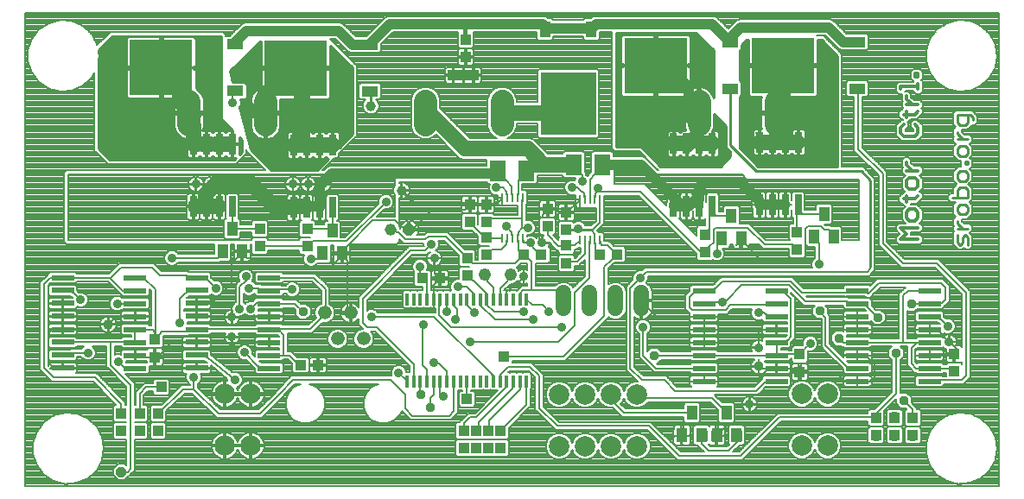
<source format=gbr>
G75*
G70*
%OFA0B0*%
%FSLAX24Y24*%
%IPPOS*%
%LPD*%
%AMOC8*
5,1,8,0,0,1.08239X$1,22.5*
%
%ADD10C,0.0120*%
%ADD11C,0.0110*%
%ADD12C,0.0525*%
%ADD13C,0.0787*%
%ADD14R,0.0394X0.0433*%
%ADD15R,0.2441X0.2126*%
%ADD16R,0.0630X0.0394*%
%ADD17R,0.0394X0.0551*%
%ADD18R,0.0866X0.0197*%
%ADD19R,0.0433X0.0394*%
%ADD20C,0.0480*%
%ADD21R,0.0118X0.0453*%
%ADD22R,0.0100X0.0370*%
%ADD23C,0.0600*%
%ADD24R,0.0260X0.0800*%
%ADD25R,0.0630X0.0787*%
%ADD26OC8,0.0460*%
%ADD27C,0.0460*%
%ADD28C,0.0886*%
%ADD29R,0.2126X0.2441*%
%ADD30R,0.0394X0.0630*%
%ADD31C,0.0079*%
%ADD32C,0.0098*%
%ADD33C,0.0354*%
%ADD34R,0.0394X0.0394*%
%ADD35OC8,0.0394*%
%ADD36OC8,0.0354*%
%ADD37C,0.0394*%
%ADD38C,0.0591*%
%ADD39C,0.0197*%
%ADD40C,0.0394*%
%ADD41C,0.0787*%
%ADD42C,0.0400*%
%ADD43C,0.0320*%
%ADD44C,0.0160*%
%ADD45C,0.0118*%
D10*
X037598Y011600D02*
X037820Y011823D01*
X037598Y012045D01*
X038266Y012045D01*
X038154Y012325D02*
X038266Y012436D01*
X038266Y012659D01*
X038154Y012770D01*
X037932Y012770D01*
X037820Y012659D01*
X037820Y012436D01*
X037932Y012325D01*
X038154Y012325D01*
X038266Y011600D02*
X037598Y011600D01*
X037820Y013050D02*
X037820Y013273D01*
X037709Y013161D02*
X038154Y013161D01*
X038266Y013273D01*
X038154Y013533D02*
X038266Y013645D01*
X038266Y013867D01*
X038154Y013979D01*
X037932Y013979D01*
X037820Y013867D01*
X037820Y013645D01*
X037932Y013533D01*
X038154Y013533D01*
X038043Y014258D02*
X037820Y014481D01*
X037820Y014592D01*
X037820Y014258D02*
X038266Y014258D01*
X038154Y015588D02*
X037709Y015588D01*
X037598Y015699D01*
X037598Y015922D01*
X037709Y016033D01*
X037820Y016313D02*
X037820Y016535D01*
X037709Y016424D02*
X038154Y016424D01*
X038266Y016535D01*
X038266Y016796D02*
X037820Y016796D01*
X037820Y017019D02*
X037820Y017130D01*
X037820Y017019D02*
X038043Y016796D01*
X038266Y017400D02*
X038266Y017623D01*
X038266Y017511D02*
X037598Y017511D01*
X037598Y017400D01*
X038154Y017883D02*
X038154Y017995D01*
X038266Y017995D01*
X038266Y017883D01*
X038154Y017883D01*
X038154Y016033D02*
X038266Y015922D01*
X038266Y015699D01*
X038154Y015588D01*
D11*
X039782Y015662D02*
X039979Y015465D01*
X040176Y015465D02*
X039782Y015465D01*
X039782Y015662D02*
X039782Y015760D01*
X039881Y016002D02*
X040078Y016002D01*
X040176Y016100D01*
X040176Y016396D01*
X040274Y016396D02*
X039782Y016396D01*
X039782Y016100D01*
X039881Y016002D01*
X040373Y016199D02*
X040373Y016297D01*
X040274Y016396D01*
X040078Y015214D02*
X039881Y015214D01*
X039782Y015116D01*
X039782Y014919D01*
X039881Y014820D01*
X040078Y014820D01*
X040176Y014919D01*
X040176Y015116D01*
X040078Y015214D01*
X040078Y014596D02*
X040176Y014596D01*
X040176Y014498D01*
X040078Y014498D01*
X040078Y014596D01*
X040078Y014247D02*
X039881Y014247D01*
X039782Y014149D01*
X039782Y013952D01*
X039881Y013854D01*
X040078Y013854D01*
X040176Y013952D01*
X040176Y014149D01*
X040078Y014247D01*
X040078Y013603D02*
X039881Y013603D01*
X039782Y013504D01*
X039782Y013209D01*
X039586Y013209D02*
X040176Y013209D01*
X040176Y013504D01*
X040078Y013603D01*
X040078Y012958D02*
X039881Y012958D01*
X039782Y012860D01*
X039782Y012663D01*
X039881Y012564D01*
X040078Y012564D01*
X040176Y012663D01*
X040176Y012860D01*
X040078Y012958D01*
X039782Y012323D02*
X039782Y012224D01*
X039979Y012027D01*
X040176Y012027D02*
X039782Y012027D01*
X039782Y011777D02*
X039782Y011481D01*
X039881Y011383D01*
X039979Y011481D01*
X039979Y011678D01*
X040078Y011777D01*
X040176Y011678D01*
X040176Y011383D01*
D12*
X016881Y007763D03*
X015881Y007763D03*
X016381Y008763D03*
X015381Y008763D03*
D13*
X012528Y005633D03*
X011528Y005633D03*
X011528Y003637D03*
X012528Y003637D03*
X024432Y003615D03*
X025432Y003615D03*
X026432Y003615D03*
X027432Y003615D03*
X027432Y005611D03*
X026432Y005611D03*
X025432Y005611D03*
X024432Y005611D03*
X033778Y005633D03*
X034778Y005633D03*
X034778Y003637D03*
X033778Y003637D03*
D14*
X036648Y004044D03*
X037357Y004044D03*
X038066Y004044D03*
X038066Y004714D03*
X037357Y004714D03*
X036648Y004714D03*
X033698Y006491D03*
X033698Y007161D03*
X039658Y007166D03*
X039658Y006497D03*
X033597Y011196D03*
X033597Y011865D03*
X030042Y011794D03*
X030042Y011125D03*
X024698Y011361D03*
X024696Y011970D03*
X023979Y012100D03*
X024696Y012639D03*
X023979Y012769D03*
X021611Y012948D03*
X020975Y012960D03*
X020975Y012290D03*
X021611Y012279D03*
X021615Y011670D03*
X021615Y011001D03*
X020875Y010881D03*
X020875Y010212D03*
X024698Y010692D03*
X014711Y011330D03*
X014711Y011999D03*
X012881Y012019D03*
X012881Y011350D03*
X008826Y007729D03*
X008826Y007060D03*
X008951Y004891D03*
X008243Y004891D03*
X007534Y004891D03*
X007534Y004222D03*
X008243Y004222D03*
X008951Y004222D03*
X020743Y004222D03*
X021215Y004222D03*
X021688Y004222D03*
X022160Y004222D03*
X022160Y003552D03*
X021688Y003552D03*
X021215Y003552D03*
X020743Y003552D03*
X020818Y018655D03*
X020818Y019324D03*
D15*
X014253Y018218D03*
X009058Y018241D03*
X028140Y018318D03*
X033054Y018318D03*
D16*
X031014Y017420D03*
X031014Y019216D03*
X035928Y019216D03*
X035928Y017420D03*
X017127Y017320D03*
X017127Y019115D03*
X011932Y019139D03*
X011932Y017344D03*
D17*
X011814Y012013D03*
X012188Y011147D03*
X011440Y011147D03*
X015302Y011066D03*
X016050Y011066D03*
X015676Y011932D03*
X029542Y004911D03*
X030881Y004911D03*
X031255Y004044D03*
X030507Y004044D03*
X029916Y004044D03*
X029168Y004044D03*
X030694Y011653D03*
X031442Y011653D03*
X031068Y012519D03*
X034263Y011716D03*
X035011Y011716D03*
X034637Y012582D03*
D18*
X035920Y009613D03*
X035920Y009117D03*
X035920Y008617D03*
X035920Y008117D03*
X035920Y007613D03*
X035920Y007117D03*
X035920Y006617D03*
X035920Y006117D03*
X038715Y006113D03*
X038715Y006613D03*
X038715Y007113D03*
X038715Y007613D03*
X038715Y008113D03*
X038715Y008613D03*
X038715Y009113D03*
X038715Y009613D03*
X032810Y009613D03*
X032810Y009113D03*
X032810Y008613D03*
X032810Y008113D03*
X032810Y007613D03*
X032810Y007113D03*
X032810Y006613D03*
X032810Y006113D03*
X030014Y006117D03*
X030014Y006617D03*
X030014Y007117D03*
X030014Y007613D03*
X030014Y008117D03*
X030014Y008617D03*
X030014Y009117D03*
X030014Y009613D03*
X013231Y009625D03*
X013231Y009125D03*
X013231Y008625D03*
X013231Y008125D03*
X013231Y007625D03*
X013231Y007125D03*
X013231Y006625D03*
X010436Y006629D03*
X010436Y007129D03*
X010436Y007629D03*
X010436Y008125D03*
X010436Y008629D03*
X010436Y009129D03*
X010436Y009629D03*
X010436Y010125D03*
X008066Y010125D03*
X008066Y009625D03*
X008066Y009125D03*
X008066Y008625D03*
X008066Y008125D03*
X008066Y007625D03*
X008066Y007125D03*
X008066Y006625D03*
X005270Y006629D03*
X005270Y007129D03*
X005270Y007629D03*
X005270Y008125D03*
X005270Y008629D03*
X005270Y009129D03*
X005270Y009629D03*
X005270Y010125D03*
X013231Y010125D03*
D19*
X019148Y010100D03*
X019818Y010100D03*
X023066Y011001D03*
X023735Y011001D03*
X025995Y011013D03*
X026664Y011013D03*
X015115Y006743D03*
X014446Y006743D03*
D20*
X021536Y010235D03*
X022536Y010235D03*
D21*
X022650Y009292D03*
X022394Y009292D03*
X022139Y009292D03*
X021883Y009292D03*
X021627Y009292D03*
X021371Y009292D03*
X021115Y009292D03*
X020859Y009292D03*
X020603Y009292D03*
X020347Y009292D03*
X020091Y009292D03*
X019835Y009292D03*
X019579Y009292D03*
X019324Y009292D03*
X019068Y009292D03*
X018812Y009292D03*
X018556Y009292D03*
X022906Y009292D03*
X023162Y009292D03*
X023162Y006123D03*
X022906Y006123D03*
X022650Y006123D03*
X022394Y006123D03*
X022139Y006123D03*
X021883Y006123D03*
X021627Y006123D03*
X021371Y006123D03*
X021115Y006123D03*
X020859Y006123D03*
X020603Y006123D03*
X020347Y006123D03*
X020091Y006123D03*
X019835Y006123D03*
X019579Y006123D03*
X019324Y006123D03*
X019068Y006123D03*
X018812Y006123D03*
X018556Y006123D03*
D22*
X022226Y011652D03*
X022423Y011652D03*
X022620Y011652D03*
X022817Y011652D03*
X023014Y011652D03*
X025210Y011566D03*
X025407Y011566D03*
X025604Y011566D03*
X025801Y011566D03*
X025998Y011566D03*
X025998Y013130D03*
X025801Y013130D03*
X025604Y013130D03*
X025407Y013130D03*
X025210Y013130D03*
X023014Y013217D03*
X022817Y013217D03*
X022620Y013217D03*
X022423Y013217D03*
X022226Y013217D03*
D23*
X024587Y009539D02*
X024587Y008939D01*
X025587Y008939D02*
X025587Y009539D01*
X026587Y009539D02*
X026587Y008939D01*
X027587Y008939D02*
X027587Y009539D01*
D24*
X028831Y012878D03*
X029331Y012878D03*
X029831Y012878D03*
X030331Y012878D03*
X032146Y012937D03*
X032646Y012937D03*
X033146Y012937D03*
X033646Y012937D03*
X030331Y015298D03*
X029831Y015298D03*
X029331Y015298D03*
X028831Y015298D03*
X032146Y015357D03*
X032646Y015357D03*
X033146Y015357D03*
X033646Y015357D03*
X015678Y015254D03*
X015178Y015254D03*
X014678Y015254D03*
X014178Y015254D03*
X011816Y015286D03*
X011316Y015286D03*
X010816Y015286D03*
X010316Y015286D03*
X010316Y012866D03*
X010816Y012866D03*
X011316Y012866D03*
X011816Y012866D03*
X014178Y012834D03*
X014678Y012834D03*
X015178Y012834D03*
X015678Y012834D03*
D25*
X022058Y014253D03*
X023160Y014253D03*
X024989Y014489D03*
X026091Y014489D03*
D26*
X018632Y011970D03*
D27*
X017932Y011970D03*
D28*
X019266Y016042D02*
X019266Y016928D01*
X022219Y016928D02*
X022219Y016042D01*
X029818Y016042D02*
X029818Y016928D01*
X032770Y016928D02*
X032770Y016042D01*
X013085Y016042D02*
X013085Y016928D01*
X010133Y016928D02*
X010133Y016042D01*
D29*
X024770Y016848D03*
D30*
X023873Y019722D03*
X025668Y019722D03*
D31*
X041392Y002076D02*
X003833Y002076D01*
X003833Y020344D01*
X041392Y020344D01*
X041392Y002076D01*
X041392Y002083D02*
X003833Y002083D01*
X003833Y002161D02*
X005361Y002161D01*
X005373Y002158D02*
X005373Y002158D01*
X005826Y002195D01*
X006242Y002377D01*
X006242Y002378D01*
X006576Y002685D01*
X006792Y003085D01*
X006867Y003533D01*
X006792Y003981D01*
X006576Y004380D01*
X006242Y004688D01*
X006242Y004688D01*
X005826Y004870D01*
X005826Y004870D01*
X005373Y004908D01*
X004933Y004796D01*
X004933Y004796D01*
X004552Y004548D01*
X004273Y004189D01*
X004126Y003760D01*
X004126Y003760D01*
X004126Y003306D01*
X004126Y003305D01*
X004273Y002876D01*
X004552Y002517D01*
X004552Y002517D01*
X004933Y002269D01*
X005373Y002158D01*
X005409Y002161D02*
X039810Y002161D01*
X039822Y002158D02*
X039822Y002158D01*
X040274Y002195D01*
X040274Y002195D01*
X040690Y002377D01*
X041025Y002685D01*
X041241Y003085D01*
X041315Y003533D01*
X041316Y003533D01*
X041241Y003981D01*
X041025Y004380D01*
X040690Y004688D01*
X040274Y004870D01*
X039822Y004908D01*
X039381Y004796D01*
X039001Y004548D01*
X039001Y004548D01*
X039001Y004548D01*
X038722Y004189D01*
X038575Y003760D01*
X038575Y003306D01*
X038575Y003305D01*
X038722Y002876D01*
X039001Y002517D01*
X039001Y002517D01*
X039381Y002269D01*
X039381Y002269D01*
X039822Y002158D01*
X039858Y002161D02*
X041392Y002161D01*
X041392Y002238D02*
X040372Y002238D01*
X040548Y002315D02*
X041392Y002315D01*
X041392Y002392D02*
X040707Y002392D01*
X040690Y002377D02*
X040690Y002377D01*
X040791Y002470D02*
X041392Y002470D01*
X041392Y002547D02*
X040874Y002547D01*
X040958Y002624D02*
X041392Y002624D01*
X041392Y002701D02*
X041033Y002701D01*
X041025Y002685D02*
X041025Y002685D01*
X041075Y002779D02*
X041392Y002779D01*
X041392Y002856D02*
X041117Y002856D01*
X041159Y002933D02*
X041392Y002933D01*
X041392Y003011D02*
X041201Y003011D01*
X041241Y003088D02*
X041392Y003088D01*
X041392Y003165D02*
X041254Y003165D01*
X041267Y003242D02*
X041392Y003242D01*
X041392Y003320D02*
X041280Y003320D01*
X041293Y003397D02*
X041392Y003397D01*
X041392Y003474D02*
X041306Y003474D01*
X041312Y003552D02*
X041392Y003552D01*
X041392Y003629D02*
X041299Y003629D01*
X041287Y003706D02*
X041392Y003706D01*
X041392Y003783D02*
X041274Y003783D01*
X041261Y003861D02*
X041392Y003861D01*
X041392Y003938D02*
X041248Y003938D01*
X041241Y003981D02*
X041241Y003981D01*
X041222Y004015D02*
X041392Y004015D01*
X041392Y004093D02*
X041180Y004093D01*
X041138Y004170D02*
X041392Y004170D01*
X041392Y004247D02*
X041096Y004247D01*
X041055Y004324D02*
X041392Y004324D01*
X041392Y004402D02*
X041001Y004402D01*
X041025Y004380D02*
X041025Y004380D01*
X040917Y004479D02*
X041392Y004479D01*
X041392Y004556D02*
X040833Y004556D01*
X040749Y004634D02*
X041392Y004634D01*
X041392Y004711D02*
X040638Y004711D01*
X040690Y004688D02*
X040690Y004688D01*
X040461Y004788D02*
X041392Y004788D01*
X041392Y004865D02*
X040285Y004865D01*
X040274Y004870D02*
X040274Y004870D01*
X039822Y004908D02*
X039822Y004908D01*
X039655Y004865D02*
X038381Y004865D01*
X038381Y004788D02*
X039369Y004788D01*
X039381Y004796D02*
X039381Y004796D01*
X039251Y004711D02*
X038381Y004711D01*
X038381Y004634D02*
X039133Y004634D01*
X039014Y004556D02*
X038381Y004556D01*
X038381Y004479D02*
X038948Y004479D01*
X038888Y004402D02*
X038334Y004402D01*
X038311Y004379D02*
X038381Y004448D01*
X038381Y004979D01*
X038311Y005048D01*
X038223Y005048D01*
X038223Y005094D01*
X038131Y005186D01*
X038007Y005310D01*
X038007Y005505D01*
X037834Y005678D01*
X037589Y005678D01*
X037574Y005663D01*
X037574Y006954D01*
X037711Y007091D01*
X037711Y007336D01*
X037586Y007462D01*
X037626Y007462D01*
X037757Y007462D01*
X037849Y007462D01*
X037849Y007345D01*
X037849Y006735D01*
X037941Y006643D01*
X037574Y006643D01*
X037574Y006720D02*
X037864Y006720D01*
X037849Y006798D02*
X037574Y006798D01*
X037574Y006875D02*
X037849Y006875D01*
X037849Y006952D02*
X037574Y006952D01*
X037649Y007029D02*
X037849Y007029D01*
X037849Y007107D02*
X037711Y007107D01*
X037711Y007184D02*
X037849Y007184D01*
X037849Y007261D02*
X037711Y007261D01*
X037709Y007339D02*
X037849Y007339D01*
X037849Y007416D02*
X037631Y007416D01*
X037692Y007619D02*
X037692Y009438D01*
X037869Y009615D01*
X038713Y009615D01*
X038715Y009613D01*
X039168Y009911D02*
X036747Y009911D01*
X036353Y009517D01*
X036349Y009517D01*
X035920Y009613D01*
X035491Y009556D01*
X033798Y009556D01*
X033365Y009989D01*
X030727Y009989D01*
X030444Y009706D01*
X030014Y009613D01*
X030013Y009615D01*
X029684Y009615D01*
X029459Y009391D01*
X029459Y008966D01*
X029546Y008879D01*
X030837Y008879D01*
X031034Y009076D01*
X032381Y009076D01*
X032810Y009113D01*
X032810Y008613D02*
X032381Y008706D01*
X032310Y008777D01*
X032113Y008777D01*
X031838Y008884D02*
X031065Y008884D01*
X031099Y008918D02*
X030995Y008814D01*
X030995Y008814D01*
X030903Y008722D01*
X030566Y008722D01*
X030566Y008627D01*
X030025Y008627D01*
X030025Y008607D01*
X030566Y008607D01*
X030566Y008470D01*
X030496Y008401D01*
X030024Y008401D01*
X030024Y008607D01*
X030005Y008607D01*
X030005Y008401D01*
X029532Y008401D01*
X029463Y008470D01*
X029463Y008607D01*
X030004Y008607D01*
X030004Y008627D01*
X029463Y008627D01*
X029463Y008739D01*
X029394Y008808D01*
X029302Y008900D01*
X029302Y009326D01*
X029302Y009456D01*
X029463Y009617D01*
X029463Y009761D01*
X029532Y009830D01*
X030272Y009830D01*
X030365Y009850D01*
X030662Y010147D01*
X030792Y010147D01*
X033430Y010147D01*
X033522Y010054D01*
X033863Y009714D01*
X035369Y009714D01*
X035369Y009761D01*
X035438Y009830D01*
X036402Y009830D01*
X036423Y009809D01*
X036682Y010068D01*
X036812Y010068D01*
X039233Y010068D01*
X039325Y009976D01*
X039483Y009818D01*
X039483Y009688D01*
X039483Y009215D01*
X039391Y009123D01*
X039266Y008999D01*
X039266Y008966D01*
X039197Y008897D01*
X038233Y008897D01*
X038225Y008905D01*
X038129Y008808D01*
X037884Y008808D01*
X037849Y008843D01*
X037849Y007777D01*
X038138Y007777D01*
X038180Y007777D01*
X038233Y007830D01*
X039197Y007830D01*
X039217Y007810D01*
X039300Y007893D01*
X039408Y007938D01*
X039457Y007938D01*
X039457Y007653D01*
X039477Y007653D01*
X039477Y007938D01*
X039526Y007938D01*
X039634Y007893D01*
X039718Y007810D01*
X039762Y007702D01*
X039762Y007653D01*
X039477Y007653D01*
X039477Y007633D01*
X039762Y007633D01*
X039762Y007584D01*
X039728Y007501D01*
X039904Y007501D01*
X039955Y007450D01*
X039955Y009491D01*
X038926Y010521D01*
X037607Y010521D01*
X037514Y010613D01*
X036747Y011381D01*
X036747Y011511D01*
X036747Y014078D01*
X035802Y015022D01*
X035802Y015153D01*
X035802Y017105D01*
X035564Y017105D01*
X035495Y017175D01*
X035495Y017666D01*
X035564Y017735D01*
X036292Y017735D01*
X036361Y017666D01*
X036361Y017175D01*
X036292Y017105D01*
X036117Y017105D01*
X036117Y015153D01*
X036969Y014300D01*
X037062Y014208D01*
X037062Y011511D01*
X037737Y010836D01*
X038926Y010836D01*
X039056Y010836D01*
X040270Y009621D01*
X040270Y009491D01*
X040270Y006263D01*
X040178Y006170D01*
X040013Y006005D01*
X039882Y006005D01*
X039266Y006005D01*
X039266Y005966D01*
X039197Y005897D01*
X038233Y005897D01*
X038164Y005966D01*
X038164Y006261D01*
X038233Y006330D01*
X039197Y006330D01*
X039207Y006320D01*
X039343Y006320D01*
X039343Y006446D01*
X039246Y006446D01*
X039197Y006397D01*
X038233Y006397D01*
X038174Y006456D01*
X038128Y006456D01*
X037941Y006643D01*
X037941Y006643D01*
X038019Y006566D02*
X037574Y006566D01*
X037574Y006488D02*
X038096Y006488D01*
X038219Y006411D02*
X037574Y006411D01*
X037574Y006334D02*
X039343Y006334D01*
X039343Y006411D02*
X039212Y006411D01*
X039144Y006163D02*
X038715Y006113D01*
X039144Y006163D02*
X039948Y006163D01*
X040113Y006328D01*
X040113Y009556D01*
X038991Y010678D01*
X037672Y010678D01*
X036904Y011446D01*
X036904Y014143D01*
X035959Y015088D01*
X035959Y017430D01*
X035938Y017430D01*
X035928Y017420D01*
X035851Y017420D01*
X035861Y017430D01*
X035959Y017430D01*
X035851Y017420D02*
X035802Y017371D01*
X035495Y017385D02*
X035335Y017385D01*
X035335Y017308D02*
X035495Y017308D01*
X035495Y017231D02*
X035335Y017231D01*
X035335Y017154D02*
X035516Y017154D01*
X035335Y017076D02*
X035802Y017076D01*
X035802Y016999D02*
X035335Y016999D01*
X035335Y016922D02*
X035802Y016922D01*
X035802Y016844D02*
X035335Y016844D01*
X035335Y016767D02*
X035802Y016767D01*
X035802Y016690D02*
X035335Y016690D01*
X035335Y016613D02*
X035802Y016613D01*
X035802Y016535D02*
X035335Y016535D01*
X035335Y016458D02*
X035802Y016458D01*
X035802Y016381D02*
X035335Y016381D01*
X035335Y016303D02*
X035802Y016303D01*
X035802Y016226D02*
X035335Y016226D01*
X035335Y016149D02*
X035802Y016149D01*
X035802Y016072D02*
X035335Y016072D01*
X035335Y015994D02*
X035802Y015994D01*
X035802Y015917D02*
X035335Y015917D01*
X035335Y015840D02*
X035802Y015840D01*
X035802Y015762D02*
X035335Y015762D01*
X035335Y015685D02*
X035802Y015685D01*
X035802Y015608D02*
X035335Y015608D01*
X035335Y015531D02*
X035802Y015531D01*
X035802Y015453D02*
X035335Y015453D01*
X035335Y015376D02*
X035802Y015376D01*
X035802Y015299D02*
X035335Y015299D01*
X035335Y015221D02*
X035802Y015221D01*
X035802Y015144D02*
X035335Y015144D01*
X035335Y015067D02*
X035802Y015067D01*
X035835Y014990D02*
X035335Y014990D01*
X035335Y014912D02*
X035912Y014912D01*
X035989Y014835D02*
X035335Y014835D01*
X035335Y014758D02*
X036067Y014758D01*
X036144Y014680D02*
X035335Y014680D01*
X035335Y014603D02*
X036221Y014603D01*
X036299Y014526D02*
X035335Y014526D01*
X035335Y014449D02*
X036376Y014449D01*
X036453Y014371D02*
X036184Y014371D01*
X036147Y014409D02*
X036008Y014409D01*
X035335Y014409D01*
X035335Y018740D01*
X035237Y018838D01*
X034611Y019464D01*
X034473Y019464D01*
X034359Y019464D01*
X034353Y019470D01*
X034687Y019470D01*
X035208Y018949D01*
X035324Y018901D01*
X035449Y018901D01*
X035991Y018901D01*
X036292Y018901D01*
X036361Y018970D01*
X036361Y019461D01*
X036292Y019531D01*
X035991Y019531D01*
X035517Y019531D01*
X035085Y019963D01*
X034996Y020052D01*
X034880Y020099D01*
X031494Y020099D01*
X031369Y020099D01*
X031253Y020052D01*
X030939Y019737D01*
X030603Y020072D01*
X030596Y020089D01*
X030508Y020178D01*
X030392Y020225D01*
X025904Y020225D01*
X025779Y020225D01*
X025663Y020178D01*
X025640Y020155D01*
X025422Y020155D01*
X025353Y020085D01*
X025353Y020068D01*
X024188Y020068D01*
X024188Y020085D01*
X024119Y020155D01*
X023995Y020155D01*
X023972Y020178D01*
X023857Y020225D01*
X023731Y020225D01*
X020865Y020225D01*
X017826Y020225D01*
X017710Y020178D01*
X017621Y020089D01*
X016971Y019438D01*
X016574Y019438D01*
X016177Y019835D01*
X016089Y019924D01*
X015973Y019972D01*
X012429Y019972D01*
X012304Y019972D01*
X012188Y019924D01*
X011726Y019461D01*
X011719Y019454D01*
X011568Y019454D01*
X011556Y019442D01*
X011556Y019507D01*
X011458Y019605D01*
X007103Y019605D01*
X007005Y019507D01*
X006601Y019104D01*
X006595Y019138D01*
X006379Y019538D01*
X006045Y019845D01*
X005629Y020028D01*
X005629Y020028D01*
X005176Y020065D01*
X004736Y019954D01*
X004736Y019954D01*
X004356Y019705D01*
X004077Y019347D01*
X004077Y019347D01*
X003929Y018917D01*
X003929Y018463D01*
X004077Y018033D01*
X004356Y017675D01*
X004736Y017426D01*
X005176Y017315D01*
X005176Y017315D01*
X005629Y017352D01*
X006045Y017535D01*
X006379Y017843D01*
X006489Y018046D01*
X006489Y015026D01*
X006587Y014928D01*
X007016Y014499D01*
X007155Y014499D01*
X011938Y014499D01*
X012036Y014597D01*
X012351Y014912D01*
X012351Y015051D01*
X012351Y015084D01*
X012359Y015054D01*
X012359Y015007D01*
X012376Y014989D01*
X012383Y014966D01*
X012423Y014942D01*
X013085Y014281D01*
X005552Y014281D01*
X005422Y014281D01*
X005329Y014188D01*
X005329Y011499D01*
X005422Y011407D01*
X005552Y011407D01*
X011125Y011407D01*
X011125Y011036D01*
X009741Y011036D01*
X009737Y011046D01*
X009654Y011129D01*
X009546Y011174D01*
X009428Y011174D01*
X009320Y011129D01*
X009237Y011046D01*
X009192Y010938D01*
X009192Y010820D01*
X009237Y010712D01*
X009320Y010629D01*
X009428Y010584D01*
X009546Y010584D01*
X009654Y010629D01*
X009737Y010712D01*
X009741Y010722D01*
X011201Y010722D01*
X011213Y010713D01*
X011264Y010722D01*
X011316Y010722D01*
X011327Y010732D01*
X011342Y010735D01*
X011355Y010753D01*
X011685Y010753D01*
X011755Y010822D01*
X011755Y011407D01*
X011873Y011407D01*
X011873Y011186D01*
X012148Y011186D01*
X012148Y011107D01*
X012227Y011107D01*
X012227Y010753D01*
X012433Y010753D01*
X012503Y010822D01*
X012503Y011107D01*
X012227Y011107D01*
X012227Y011186D01*
X012503Y011186D01*
X012503Y011407D01*
X012566Y011407D01*
X012566Y011084D01*
X012635Y011015D01*
X013126Y011015D01*
X013196Y011084D01*
X013196Y011194D01*
X014396Y011194D01*
X014396Y011064D01*
X014466Y010995D01*
X014583Y010995D01*
X014546Y010906D01*
X014546Y010789D01*
X014591Y010680D01*
X014674Y010597D01*
X014782Y010552D01*
X014900Y010552D01*
X015009Y010597D01*
X015084Y010672D01*
X015548Y010672D01*
X015617Y010742D01*
X015617Y011375D01*
X015735Y011375D01*
X015735Y011105D01*
X016010Y011105D01*
X016010Y011027D01*
X015735Y011027D01*
X015735Y010742D01*
X015804Y010672D01*
X016011Y010672D01*
X016011Y011027D01*
X016089Y011027D01*
X016089Y011105D01*
X016365Y011105D01*
X016365Y011391D01*
X016349Y011407D01*
X018151Y011407D01*
X018243Y011499D01*
X018243Y011617D01*
X018314Y011546D01*
X018406Y011454D01*
X019200Y011454D01*
X019200Y011356D01*
X019204Y011346D01*
X019185Y011328D01*
X018761Y011328D01*
X018630Y011328D01*
X016780Y009477D01*
X016688Y009385D01*
X016688Y008994D01*
X016596Y009086D01*
X016456Y009144D01*
X016420Y009144D01*
X016420Y008802D01*
X016341Y008802D01*
X016341Y008724D01*
X016000Y008724D01*
X016000Y008687D01*
X016058Y008547D01*
X016165Y008440D01*
X016305Y008382D01*
X016341Y008382D01*
X016341Y008723D01*
X016420Y008723D01*
X016420Y008382D01*
X016456Y008382D01*
X016596Y008440D01*
X016688Y008532D01*
X016688Y008440D01*
X016688Y008310D01*
X016854Y008144D01*
X016805Y008144D01*
X016665Y008086D01*
X016558Y007979D01*
X016500Y007839D01*
X016500Y007687D01*
X016558Y007547D01*
X016665Y007440D01*
X016805Y007382D01*
X016956Y007382D01*
X017096Y007440D01*
X017203Y007547D01*
X017261Y007687D01*
X017261Y007839D01*
X017203Y007979D01*
X017141Y008040D01*
X017311Y008040D01*
X018656Y006696D01*
X018656Y006468D01*
X018530Y006468D01*
X018530Y006505D01*
X018485Y006613D01*
X018402Y006696D01*
X018294Y006741D01*
X018176Y006741D01*
X018068Y006696D01*
X017985Y006613D01*
X017940Y006505D01*
X017940Y006387D01*
X017964Y006328D01*
X017863Y006328D01*
X014083Y006328D01*
X013991Y006236D01*
X013571Y005816D01*
X013479Y005724D01*
X013479Y005684D01*
X012823Y005029D01*
X011340Y005029D01*
X010487Y005881D01*
X010487Y006018D01*
X010497Y006022D01*
X010580Y006105D01*
X010625Y006214D01*
X010625Y006331D01*
X010591Y006413D01*
X010918Y006413D01*
X010987Y006482D01*
X010987Y006619D01*
X010446Y006619D01*
X010446Y006639D01*
X010987Y006639D01*
X010987Y006735D01*
X011617Y006223D01*
X011617Y006145D01*
X011568Y006145D01*
X011568Y005673D01*
X011489Y005673D01*
X011489Y006145D01*
X011426Y006145D01*
X011238Y006067D01*
X011094Y005923D01*
X011016Y005735D01*
X011016Y005672D01*
X011489Y005672D01*
X011489Y005594D01*
X011016Y005594D01*
X011016Y005531D01*
X011094Y005343D01*
X011238Y005199D01*
X011426Y005121D01*
X011489Y005121D01*
X011489Y005593D01*
X011568Y005593D01*
X011568Y005121D01*
X011630Y005121D01*
X011818Y005199D01*
X011962Y005343D01*
X012028Y005503D01*
X012094Y005343D01*
X012238Y005199D01*
X012426Y005121D01*
X012489Y005121D01*
X012489Y005593D01*
X012568Y005593D01*
X012568Y005121D01*
X012630Y005121D01*
X012818Y005199D01*
X012962Y005343D01*
X013040Y005531D01*
X013040Y005594D01*
X012568Y005594D01*
X012568Y005672D01*
X013040Y005672D01*
X013040Y005735D01*
X012962Y005923D01*
X012818Y006067D01*
X012630Y006145D01*
X012568Y006145D01*
X012568Y005673D01*
X012489Y005673D01*
X012489Y006145D01*
X012426Y006145D01*
X012238Y006067D01*
X012094Y005923D01*
X012028Y005763D01*
X011975Y005892D01*
X012079Y005936D01*
X012162Y006019D01*
X012207Y006127D01*
X012207Y006245D01*
X012162Y006353D01*
X012079Y006436D01*
X011971Y006481D01*
X011853Y006481D01*
X011817Y006466D01*
X010987Y007140D01*
X010987Y007276D01*
X010918Y007346D01*
X009954Y007346D01*
X009885Y007276D01*
X009885Y006982D01*
X009954Y006913D01*
X010693Y006913D01*
X010795Y006891D01*
X010850Y006846D01*
X010446Y006846D01*
X010446Y006639D01*
X010426Y006639D01*
X010426Y006846D01*
X009954Y006846D01*
X009885Y006776D01*
X009885Y006639D01*
X010426Y006639D01*
X010426Y006619D01*
X009885Y006619D01*
X009885Y006482D01*
X009954Y006413D01*
X010068Y006413D01*
X010034Y006331D01*
X010034Y006214D01*
X010079Y006105D01*
X010162Y006022D01*
X010172Y006018D01*
X010172Y005974D01*
X009918Y005974D01*
X009854Y005975D01*
X009853Y005974D01*
X009851Y005974D01*
X009807Y005929D01*
X009073Y005225D01*
X008706Y005225D01*
X008637Y005156D01*
X008637Y004625D01*
X008706Y004556D01*
X008637Y004487D01*
X008637Y003956D01*
X008706Y003887D01*
X009197Y003887D01*
X009266Y003956D01*
X009266Y004487D01*
X009197Y004556D01*
X008706Y004556D01*
X009197Y004556D01*
X009266Y004625D01*
X009266Y004975D01*
X009979Y005659D01*
X010264Y005659D01*
X011117Y004806D01*
X011209Y004714D01*
X012823Y004714D01*
X012954Y004714D01*
X013721Y005481D01*
X013814Y005574D01*
X013814Y005613D01*
X014214Y006013D01*
X014460Y006013D01*
X014201Y005906D01*
X013988Y005692D01*
X013873Y005414D01*
X013873Y005112D01*
X013988Y004833D01*
X014201Y004620D01*
X014480Y004505D01*
X014781Y004505D01*
X015060Y004620D01*
X015273Y004833D01*
X015389Y005112D01*
X015389Y005414D01*
X015273Y005692D01*
X015060Y005906D01*
X014801Y006013D01*
X017460Y006013D01*
X017201Y005906D01*
X016988Y005692D01*
X016873Y005414D01*
X016873Y005112D01*
X016988Y004833D01*
X017201Y004620D01*
X017480Y004505D01*
X017781Y004505D01*
X018060Y004620D01*
X018273Y004833D01*
X018337Y004987D01*
X018689Y004635D01*
X018820Y004635D01*
X020237Y004635D01*
X020329Y004727D01*
X020424Y004822D01*
X020424Y004822D01*
X020516Y004914D01*
X020516Y005045D01*
X020507Y005054D01*
X020507Y005779D01*
X020701Y005779D01*
X020701Y005757D01*
X020615Y005757D01*
X020546Y005688D01*
X020546Y005196D01*
X020615Y005127D01*
X021107Y005127D01*
X021176Y005196D01*
X021176Y005688D01*
X021107Y005757D01*
X021016Y005757D01*
X021016Y005779D01*
X021223Y005779D01*
X021243Y005799D01*
X021263Y005779D01*
X021479Y005779D01*
X021499Y005799D01*
X021519Y005779D01*
X021735Y005779D01*
X021755Y005799D01*
X021775Y005779D01*
X021991Y005779D01*
X022011Y005799D01*
X022031Y005779D01*
X022058Y005779D01*
X021170Y004891D01*
X021044Y004891D01*
X020914Y004891D01*
X020678Y004655D01*
X020585Y004562D01*
X020585Y004556D01*
X020497Y004556D01*
X020428Y004487D01*
X020428Y003956D01*
X020497Y003887D01*
X020969Y003887D01*
X021442Y003887D01*
X021914Y003887D01*
X022406Y003887D01*
X022475Y003956D01*
X022475Y004314D01*
X023229Y005068D01*
X023322Y005160D01*
X023322Y005830D01*
X023339Y005848D01*
X023339Y006398D01*
X023270Y006468D01*
X023054Y006468D01*
X023034Y006448D01*
X023014Y006468D01*
X022798Y006468D01*
X022778Y006448D01*
X022758Y006468D01*
X022542Y006468D01*
X022522Y006448D01*
X022502Y006468D01*
X022444Y006468D01*
X022501Y006525D01*
X023237Y006525D01*
X023499Y006263D01*
X023499Y005022D01*
X023591Y004930D01*
X024188Y004334D01*
X024188Y004334D01*
X024280Y004241D01*
X027823Y004241D01*
X028985Y003080D01*
X029115Y003080D01*
X031497Y003080D01*
X031589Y003172D01*
X032993Y004576D01*
X036333Y004576D01*
X036333Y004448D01*
X036403Y004379D01*
X036894Y004379D01*
X036963Y004448D01*
X036963Y004979D01*
X036961Y004981D01*
X037416Y005436D01*
X037416Y005261D01*
X037589Y005088D01*
X037784Y005088D01*
X037823Y005048D01*
X037820Y005048D01*
X037751Y004979D01*
X037751Y004448D01*
X037820Y004379D01*
X038311Y004379D01*
X037820Y004379D01*
X037751Y004310D01*
X037751Y004155D01*
X037751Y003894D01*
X037751Y003779D01*
X037820Y003710D01*
X037935Y003710D01*
X038196Y003710D01*
X038311Y003710D01*
X038381Y003779D01*
X038381Y003894D01*
X038381Y004155D01*
X038381Y004310D01*
X038311Y004379D01*
X038366Y004324D02*
X038827Y004324D01*
X038767Y004247D02*
X038381Y004247D01*
X038381Y004170D02*
X038716Y004170D01*
X038722Y004189D02*
X038722Y004189D01*
X038689Y004093D02*
X038381Y004093D01*
X038381Y004015D02*
X038663Y004015D01*
X038636Y003938D02*
X038381Y003938D01*
X038381Y003861D02*
X038609Y003861D01*
X038583Y003783D02*
X038381Y003783D01*
X038575Y003760D02*
X038575Y003760D01*
X038575Y003706D02*
X035290Y003706D01*
X035290Y003739D02*
X035212Y003927D01*
X035068Y004071D01*
X034880Y004149D01*
X034676Y004149D01*
X034488Y004071D01*
X034344Y003927D01*
X034278Y003767D01*
X034212Y003927D01*
X034068Y004071D01*
X033880Y004149D01*
X033676Y004149D01*
X033488Y004071D01*
X033344Y003927D01*
X033266Y003739D01*
X033266Y003535D01*
X033344Y003347D01*
X033488Y003203D01*
X033676Y003125D01*
X033880Y003125D01*
X034068Y003203D01*
X034212Y003347D01*
X034278Y003507D01*
X034344Y003347D01*
X034488Y003203D01*
X034676Y003125D01*
X034880Y003125D01*
X035068Y003203D01*
X035212Y003347D01*
X035290Y003535D01*
X035290Y003739D01*
X035272Y003783D02*
X036333Y003783D01*
X036333Y003779D02*
X036403Y003710D01*
X036894Y003710D01*
X036963Y003779D01*
X036963Y004310D01*
X036894Y004379D01*
X036403Y004379D01*
X036333Y004310D01*
X036333Y003779D01*
X036333Y003861D02*
X035240Y003861D01*
X035201Y003938D02*
X036333Y003938D01*
X036333Y004015D02*
X035124Y004015D01*
X035016Y004093D02*
X036333Y004093D01*
X036333Y004170D02*
X032587Y004170D01*
X032664Y004247D02*
X036333Y004247D01*
X036348Y004324D02*
X032742Y004324D01*
X032819Y004402D02*
X036380Y004402D01*
X036333Y004479D02*
X032896Y004479D01*
X032973Y004556D02*
X036333Y004556D01*
X036333Y004891D02*
X032993Y004891D01*
X032863Y004891D01*
X031367Y003395D01*
X031123Y003395D01*
X031379Y003651D01*
X031500Y003651D01*
X031570Y003720D01*
X031570Y003740D01*
X031589Y003759D01*
X031589Y004251D01*
X031570Y004270D01*
X031570Y004369D01*
X031500Y004438D01*
X031009Y004438D01*
X030940Y004369D01*
X030940Y003720D01*
X030971Y003688D01*
X030894Y003611D01*
X030237Y003611D01*
X030180Y003669D01*
X030211Y003700D01*
X030261Y003651D01*
X030467Y003651D01*
X030467Y003985D01*
X030507Y003985D01*
X030507Y003690D01*
X030546Y003690D01*
X030546Y003651D01*
X030752Y003651D01*
X030822Y003720D01*
X030822Y004005D01*
X030546Y004005D01*
X030546Y004025D01*
X030802Y004025D01*
X030802Y004084D01*
X030822Y004084D01*
X030822Y004369D01*
X030752Y004438D01*
X030546Y004438D01*
X030546Y004320D01*
X030507Y004320D01*
X030507Y004084D01*
X030467Y004084D01*
X030467Y004438D01*
X030261Y004438D01*
X030211Y004389D01*
X030162Y004438D01*
X029670Y004438D01*
X029601Y004369D01*
X029601Y003720D01*
X029670Y003651D01*
X029759Y003651D01*
X029759Y003645D01*
X029851Y003552D01*
X030008Y003395D01*
X029115Y003395D01*
X027954Y004556D01*
X027823Y004556D01*
X024410Y004556D01*
X029257Y004556D01*
X029227Y004586D02*
X029296Y004517D01*
X029788Y004517D01*
X029857Y004586D01*
X029857Y005235D01*
X029788Y005304D01*
X029296Y005304D01*
X029227Y005235D01*
X029227Y005068D01*
X026969Y005068D01*
X026791Y005247D01*
X026866Y005321D01*
X026932Y005481D01*
X026998Y005321D01*
X027142Y005177D01*
X027330Y005100D01*
X027534Y005100D01*
X027722Y005177D01*
X027848Y005304D01*
X030264Y005304D01*
X030566Y005003D01*
X030566Y004586D01*
X030635Y004517D01*
X031126Y004517D01*
X031196Y004586D01*
X031196Y005235D01*
X031126Y005304D01*
X030710Y005304D01*
X030487Y005527D01*
X030414Y005600D01*
X032088Y005600D01*
X032180Y005692D01*
X032385Y005897D01*
X033292Y005897D01*
X033361Y005966D01*
X033361Y006261D01*
X033292Y006330D01*
X032328Y006330D01*
X032259Y006261D01*
X032259Y006216D01*
X031957Y005914D01*
X030510Y005914D01*
X030566Y005970D01*
X030566Y006107D01*
X030025Y006107D01*
X030025Y006127D01*
X030566Y006127D01*
X030566Y006265D01*
X030496Y006334D01*
X030024Y006334D01*
X030024Y006127D01*
X030005Y006127D01*
X030005Y006334D01*
X029532Y006334D01*
X029463Y006265D01*
X029463Y006127D01*
X030004Y006127D01*
X030004Y006107D01*
X029463Y006107D01*
X029463Y005970D01*
X029519Y005914D01*
X028958Y005914D01*
X028636Y006236D01*
X028544Y006328D01*
X027678Y006328D01*
X027322Y006684D01*
X027322Y008614D01*
X027350Y008585D01*
X027504Y008521D01*
X027548Y008521D01*
X027548Y009200D01*
X027627Y009200D01*
X027627Y009279D01*
X028005Y009279D01*
X028005Y009622D01*
X027942Y009776D01*
X027824Y009894D01*
X027780Y009912D01*
X027800Y009932D01*
X027845Y010041D01*
X027845Y010158D01*
X027836Y010179D01*
X027843Y010186D01*
X036248Y010186D01*
X036379Y010186D01*
X036497Y010304D01*
X036589Y010396D01*
X036589Y010461D01*
X036599Y010471D01*
X036599Y010649D01*
X036599Y013956D01*
X036501Y014054D01*
X036147Y014409D01*
X036261Y014294D02*
X036530Y014294D01*
X036608Y014217D02*
X036339Y014217D01*
X036416Y014139D02*
X036685Y014139D01*
X036747Y014062D02*
X036493Y014062D01*
X036570Y013985D02*
X036747Y013985D01*
X036747Y013908D02*
X036599Y013908D01*
X036599Y013830D02*
X036747Y013830D01*
X036747Y013753D02*
X036599Y013753D01*
X036599Y013676D02*
X036747Y013676D01*
X036747Y013598D02*
X036599Y013598D01*
X036599Y013521D02*
X036747Y013521D01*
X036747Y013444D02*
X036599Y013444D01*
X036599Y013367D02*
X036747Y013367D01*
X036747Y013289D02*
X036599Y013289D01*
X036599Y013212D02*
X036747Y013212D01*
X036747Y013135D02*
X036599Y013135D01*
X036599Y013057D02*
X036747Y013057D01*
X036747Y012980D02*
X036599Y012980D01*
X036599Y012903D02*
X036747Y012903D01*
X036747Y012826D02*
X036599Y012826D01*
X036599Y012748D02*
X036747Y012748D01*
X036747Y012671D02*
X036599Y012671D01*
X036599Y012594D02*
X036747Y012594D01*
X036747Y012516D02*
X036599Y012516D01*
X036599Y012439D02*
X036747Y012439D01*
X036747Y012362D02*
X036599Y012362D01*
X036599Y012285D02*
X036747Y012285D01*
X036747Y012207D02*
X036599Y012207D01*
X036599Y012130D02*
X036747Y012130D01*
X036747Y012053D02*
X036599Y012053D01*
X036599Y011976D02*
X036747Y011976D01*
X036747Y011898D02*
X036599Y011898D01*
X036599Y011821D02*
X036747Y011821D01*
X036747Y011744D02*
X036599Y011744D01*
X036599Y011666D02*
X036747Y011666D01*
X036747Y011589D02*
X036599Y011589D01*
X036599Y011512D02*
X036747Y011512D01*
X036747Y011435D02*
X036599Y011435D01*
X036599Y011357D02*
X036770Y011357D01*
X036848Y011280D02*
X036599Y011280D01*
X036599Y011203D02*
X036925Y011203D01*
X037002Y011125D02*
X036599Y011125D01*
X036599Y011048D02*
X037079Y011048D01*
X037157Y010971D02*
X036599Y010971D01*
X036599Y010894D02*
X037234Y010894D01*
X037311Y010816D02*
X036599Y010816D01*
X036599Y010739D02*
X037389Y010739D01*
X037466Y010662D02*
X036599Y010662D01*
X036599Y010584D02*
X037543Y010584D01*
X037679Y010894D02*
X041392Y010894D01*
X041392Y010971D02*
X037602Y010971D01*
X037525Y011048D02*
X041392Y011048D01*
X041392Y011125D02*
X037447Y011125D01*
X037370Y011203D02*
X041392Y011203D01*
X041392Y011280D02*
X040318Y011280D01*
X040349Y011311D02*
X040349Y011606D01*
X040349Y011750D01*
X040283Y011815D01*
X040251Y011848D01*
X040251Y011848D01*
X040245Y011854D01*
X040248Y011854D01*
X040349Y011956D01*
X040349Y012099D01*
X040248Y012200D01*
X040051Y012200D01*
X039955Y012296D01*
X039955Y012391D01*
X040006Y012391D01*
X040149Y012391D01*
X040248Y012490D01*
X040349Y012591D01*
X040349Y012788D01*
X040349Y012931D01*
X040349Y012931D01*
X040283Y012997D01*
X040251Y013030D01*
X040245Y013036D01*
X040248Y013036D01*
X040349Y013137D01*
X040349Y013432D01*
X040349Y013576D01*
X040283Y013642D01*
X040251Y013674D01*
X040251Y013674D01*
X040215Y013710D01*
X040197Y013728D01*
X040349Y013880D01*
X040349Y014024D01*
X040349Y014077D01*
X040349Y014220D01*
X040349Y014220D01*
X040283Y014286D01*
X040251Y014319D01*
X040245Y014325D01*
X040248Y014325D01*
X040349Y014426D01*
X040349Y014668D01*
X040260Y014758D01*
X041392Y014758D01*
X041392Y014835D02*
X040337Y014835D01*
X040349Y014847D02*
X040349Y014990D01*
X040349Y015044D01*
X040349Y015187D01*
X040349Y015187D01*
X040283Y015253D01*
X040251Y015286D01*
X040245Y015292D01*
X040248Y015292D01*
X040349Y015393D01*
X040349Y015537D01*
X040248Y015638D01*
X040051Y015638D01*
X039955Y015733D01*
X039955Y015829D01*
X040006Y015829D01*
X040149Y015829D01*
X040248Y015927D01*
X040346Y016026D01*
X040445Y016026D01*
X040546Y016127D01*
X040546Y016225D01*
X040546Y016369D01*
X040447Y016467D01*
X040346Y016569D01*
X039854Y016569D01*
X039711Y016569D01*
X039609Y016467D01*
X039609Y016029D01*
X039609Y016029D01*
X039642Y015996D01*
X039708Y015930D01*
X039609Y015832D01*
X039609Y015590D01*
X039636Y015563D01*
X039609Y015537D01*
X039609Y015393D01*
X039711Y015292D01*
X039714Y015292D01*
X039711Y015289D01*
X039609Y015187D01*
X039609Y014990D01*
X039609Y014847D01*
X039677Y014779D01*
X039711Y014746D01*
X039742Y014715D01*
X039809Y014647D01*
X039905Y014647D01*
X039905Y014525D01*
X039905Y014426D01*
X039911Y014420D01*
X039809Y014420D01*
X039711Y014322D01*
X039609Y014220D01*
X039609Y014024D01*
X039609Y013880D01*
X039677Y013813D01*
X039711Y013779D01*
X039742Y013748D01*
X039761Y013728D01*
X039711Y013677D01*
X039609Y013576D01*
X039609Y013382D01*
X039514Y013382D01*
X039412Y013281D01*
X039412Y013137D01*
X039514Y013036D01*
X039711Y013036D01*
X039714Y013036D01*
X039711Y013033D01*
X039609Y012931D01*
X039609Y012591D01*
X039642Y012558D01*
X039708Y012493D01*
X039609Y012394D01*
X039609Y012152D01*
X039636Y012126D01*
X039609Y012099D01*
X039609Y011956D01*
X039663Y011902D01*
X039609Y011848D01*
X039609Y011410D01*
X039609Y011409D01*
X039675Y011344D01*
X039711Y011308D01*
X039752Y011267D01*
X039809Y011210D01*
X039953Y011210D01*
X040010Y011268D01*
X040028Y011286D01*
X040104Y011210D01*
X040248Y011210D01*
X040349Y011311D01*
X040349Y011357D02*
X041392Y011357D01*
X041392Y011435D02*
X040349Y011435D01*
X040349Y011512D02*
X041392Y011512D01*
X041392Y011589D02*
X040349Y011589D01*
X040349Y011666D02*
X041392Y011666D01*
X041392Y011744D02*
X040349Y011744D01*
X040349Y011750D02*
X040349Y011750D01*
X040278Y011821D02*
X041392Y011821D01*
X041392Y011898D02*
X040292Y011898D01*
X040349Y011976D02*
X041392Y011976D01*
X041392Y012053D02*
X040349Y012053D01*
X040318Y012130D02*
X041392Y012130D01*
X041392Y012207D02*
X040044Y012207D01*
X039967Y012285D02*
X041392Y012285D01*
X041392Y012362D02*
X039955Y012362D01*
X040197Y012439D02*
X041392Y012439D01*
X041392Y012516D02*
X040274Y012516D01*
X040248Y012490D02*
X040248Y012490D01*
X040349Y012594D02*
X041392Y012594D01*
X041392Y012671D02*
X040349Y012671D01*
X040349Y012748D02*
X041392Y012748D01*
X041392Y012826D02*
X040349Y012826D01*
X040349Y012903D02*
X041392Y012903D01*
X041392Y012980D02*
X040300Y012980D01*
X040251Y013030D02*
X040251Y013030D01*
X040269Y013057D02*
X041392Y013057D01*
X041392Y013135D02*
X040347Y013135D01*
X040349Y013212D02*
X041392Y013212D01*
X041392Y013289D02*
X040349Y013289D01*
X040349Y013367D02*
X041392Y013367D01*
X041392Y013444D02*
X040349Y013444D01*
X040349Y013521D02*
X041392Y013521D01*
X041392Y013598D02*
X040327Y013598D01*
X040349Y013576D02*
X040349Y013576D01*
X040249Y013676D02*
X041392Y013676D01*
X041392Y013753D02*
X040222Y013753D01*
X040299Y013830D02*
X041392Y013830D01*
X041392Y013908D02*
X040349Y013908D01*
X040349Y013985D02*
X041392Y013985D01*
X041392Y014062D02*
X040349Y014062D01*
X040349Y014139D02*
X041392Y014139D01*
X041392Y014217D02*
X040349Y014217D01*
X040276Y014294D02*
X041392Y014294D01*
X041392Y014371D02*
X040294Y014371D01*
X040251Y014319D02*
X040251Y014319D01*
X040349Y014449D02*
X041392Y014449D01*
X041392Y014526D02*
X040349Y014526D01*
X040349Y014603D02*
X041392Y014603D01*
X041392Y014680D02*
X040337Y014680D01*
X040260Y014758D02*
X040349Y014847D01*
X040349Y014912D02*
X041392Y014912D01*
X041392Y014990D02*
X040349Y014990D01*
X040349Y015067D02*
X041392Y015067D01*
X041392Y015144D02*
X040349Y015144D01*
X040315Y015221D02*
X041392Y015221D01*
X041392Y015299D02*
X040255Y015299D01*
X040251Y015286D02*
X040251Y015286D01*
X040332Y015376D02*
X041392Y015376D01*
X041392Y015453D02*
X040349Y015453D01*
X040349Y015531D02*
X041392Y015531D01*
X041392Y015608D02*
X040278Y015608D01*
X040160Y015840D02*
X041392Y015840D01*
X041392Y015917D02*
X040237Y015917D01*
X040315Y015994D02*
X041392Y015994D01*
X041392Y016072D02*
X040490Y016072D01*
X040546Y016149D02*
X041392Y016149D01*
X041392Y016226D02*
X040546Y016226D01*
X040546Y016303D02*
X041392Y016303D01*
X041392Y016381D02*
X040534Y016381D01*
X040457Y016458D02*
X041392Y016458D01*
X041392Y016535D02*
X040380Y016535D01*
X039677Y016535D02*
X038444Y016535D01*
X038444Y016461D02*
X038444Y016609D01*
X038387Y016666D01*
X038444Y016722D01*
X038444Y016870D01*
X038339Y016974D01*
X038117Y016974D01*
X037998Y017092D01*
X037998Y017204D01*
X037894Y017308D01*
X037757Y017308D01*
X037776Y017326D01*
X037776Y017333D01*
X038087Y017333D01*
X038087Y017326D01*
X038192Y017222D01*
X038339Y017222D01*
X038444Y017326D01*
X038444Y017696D01*
X038387Y017753D01*
X038444Y017810D01*
X038444Y018069D01*
X038339Y018173D01*
X038192Y018173D01*
X038080Y018173D01*
X037976Y018069D01*
X037976Y017921D01*
X037976Y017810D01*
X038080Y017705D01*
X038096Y017705D01*
X038087Y017696D01*
X038087Y017689D01*
X037524Y017689D01*
X037419Y017585D01*
X037419Y017438D01*
X037419Y017326D01*
X037524Y017222D01*
X037660Y017222D01*
X037642Y017204D01*
X037642Y016945D01*
X037642Y016945D01*
X037680Y016907D01*
X037642Y016870D01*
X037642Y016722D01*
X037699Y016666D01*
X037642Y016609D01*
X037642Y016602D01*
X037635Y016602D01*
X037531Y016498D01*
X037531Y016350D01*
X037635Y016246D01*
X037642Y016246D01*
X037642Y016239D01*
X037670Y016211D01*
X037635Y016211D01*
X037524Y016100D01*
X037419Y015995D01*
X037419Y015773D01*
X037419Y015625D01*
X037635Y015409D01*
X037783Y015409D01*
X038080Y015409D01*
X038228Y015409D01*
X038339Y015521D01*
X038444Y015625D01*
X038444Y015848D01*
X038444Y015995D01*
X038228Y016211D01*
X038080Y016211D01*
X037976Y016107D01*
X037976Y015959D01*
X038087Y015848D01*
X038087Y015773D01*
X038080Y015766D01*
X037783Y015766D01*
X037776Y015773D01*
X037776Y015848D01*
X037887Y015959D01*
X037887Y016107D01*
X037859Y016134D01*
X037894Y016134D01*
X037998Y016239D01*
X037998Y016246D01*
X038080Y016246D01*
X038228Y016246D01*
X038444Y016461D01*
X038440Y016458D02*
X039609Y016458D01*
X039609Y016381D02*
X038363Y016381D01*
X038286Y016303D02*
X039609Y016303D01*
X039609Y016226D02*
X037986Y016226D01*
X038018Y016149D02*
X037908Y016149D01*
X037887Y016072D02*
X037976Y016072D01*
X037976Y015994D02*
X037887Y015994D01*
X037845Y015917D02*
X038018Y015917D01*
X038087Y015840D02*
X037776Y015840D01*
X037419Y015840D02*
X036117Y015840D01*
X036117Y015917D02*
X037419Y015917D01*
X037419Y015994D02*
X036117Y015994D01*
X036117Y016072D02*
X037496Y016072D01*
X037573Y016149D02*
X036117Y016149D01*
X036117Y016226D02*
X037655Y016226D01*
X037578Y016303D02*
X036117Y016303D01*
X036117Y016381D02*
X037531Y016381D01*
X037531Y016458D02*
X036117Y016458D01*
X036117Y016535D02*
X037568Y016535D01*
X037646Y016613D02*
X036117Y016613D01*
X036117Y016690D02*
X037674Y016690D01*
X037642Y016767D02*
X036117Y016767D01*
X036117Y016844D02*
X037642Y016844D01*
X037665Y016922D02*
X036117Y016922D01*
X036117Y016999D02*
X037642Y016999D01*
X037642Y017076D02*
X036117Y017076D01*
X036340Y017154D02*
X037642Y017154D01*
X037515Y017231D02*
X036361Y017231D01*
X036361Y017308D02*
X037438Y017308D01*
X037419Y017385D02*
X036361Y017385D01*
X036361Y017463D02*
X037419Y017463D01*
X037419Y017540D02*
X036361Y017540D01*
X036361Y017617D02*
X037451Y017617D01*
X037757Y017308D02*
X038106Y017308D01*
X038183Y017231D02*
X037971Y017231D01*
X037998Y017154D02*
X041392Y017154D01*
X041392Y017231D02*
X038348Y017231D01*
X038425Y017308D02*
X041392Y017308D01*
X041392Y017385D02*
X040349Y017385D01*
X040274Y017352D02*
X040690Y017535D01*
X040690Y017535D01*
X041025Y017843D01*
X041241Y018242D01*
X041316Y018690D01*
X041315Y018690D01*
X041241Y019138D01*
X041241Y019138D01*
X041025Y019538D01*
X040690Y019845D01*
X040274Y020028D01*
X039822Y020065D01*
X039822Y020065D01*
X039381Y019954D01*
X039001Y019705D01*
X038722Y019347D01*
X038722Y019347D01*
X038575Y018917D01*
X038575Y018463D01*
X038722Y018033D01*
X039001Y017675D01*
X039001Y017675D01*
X039001Y017675D01*
X039381Y017426D01*
X039381Y017426D01*
X039822Y017315D01*
X040274Y017352D01*
X040274Y017352D01*
X040526Y017463D02*
X041392Y017463D01*
X041392Y017540D02*
X040696Y017540D01*
X040780Y017617D02*
X041392Y017617D01*
X041392Y017694D02*
X040864Y017694D01*
X040948Y017772D02*
X041392Y017772D01*
X041392Y017849D02*
X041028Y017849D01*
X041025Y017843D02*
X041025Y017843D01*
X041070Y017926D02*
X041392Y017926D01*
X041392Y018004D02*
X041112Y018004D01*
X041154Y018081D02*
X041392Y018081D01*
X041392Y018158D02*
X041195Y018158D01*
X041237Y018235D02*
X041392Y018235D01*
X041392Y018313D02*
X041253Y018313D01*
X041241Y018242D02*
X041241Y018242D01*
X041265Y018390D02*
X041392Y018390D01*
X041392Y018467D02*
X041278Y018467D01*
X041291Y018545D02*
X041392Y018545D01*
X041392Y018622D02*
X041304Y018622D01*
X041314Y018699D02*
X041392Y018699D01*
X041392Y018776D02*
X041301Y018776D01*
X041288Y018854D02*
X041392Y018854D01*
X041392Y018931D02*
X041275Y018931D01*
X041262Y019008D02*
X041392Y019008D01*
X041392Y019086D02*
X041250Y019086D01*
X041227Y019163D02*
X041392Y019163D01*
X041392Y019240D02*
X041185Y019240D01*
X041144Y019317D02*
X041392Y019317D01*
X041392Y019395D02*
X041102Y019395D01*
X041060Y019472D02*
X041392Y019472D01*
X041392Y019549D02*
X041012Y019549D01*
X040928Y019627D02*
X041392Y019627D01*
X041392Y019704D02*
X040844Y019704D01*
X040760Y019781D02*
X041392Y019781D01*
X041392Y019858D02*
X040660Y019858D01*
X040690Y019845D02*
X040690Y019845D01*
X040484Y019936D02*
X041392Y019936D01*
X041392Y020013D02*
X040308Y020013D01*
X040274Y020028D02*
X040274Y020028D01*
X039616Y020013D02*
X035035Y020013D01*
X035112Y019936D02*
X039354Y019936D01*
X039381Y019954D02*
X039381Y019954D01*
X039236Y019858D02*
X035189Y019858D01*
X035266Y019781D02*
X039118Y019781D01*
X039001Y019705D02*
X039001Y019705D01*
X039001Y019705D01*
X039000Y019704D02*
X035344Y019704D01*
X035421Y019627D02*
X038940Y019627D01*
X038880Y019549D02*
X035498Y019549D01*
X034994Y019163D02*
X034912Y019163D01*
X034917Y019240D02*
X034835Y019240D01*
X034839Y019317D02*
X034758Y019317D01*
X034762Y019395D02*
X034680Y019395D01*
X034989Y019086D02*
X035071Y019086D01*
X035067Y019008D02*
X035148Y019008D01*
X035144Y018931D02*
X035251Y018931D01*
X035221Y018854D02*
X038575Y018854D01*
X038575Y018917D02*
X038575Y018917D01*
X038580Y018931D02*
X036322Y018931D01*
X036361Y019008D02*
X038606Y019008D01*
X038633Y019086D02*
X036361Y019086D01*
X036361Y019163D02*
X038659Y019163D01*
X038686Y019240D02*
X036361Y019240D01*
X036361Y019317D02*
X038712Y019317D01*
X038760Y019395D02*
X036361Y019395D01*
X036350Y019472D02*
X038820Y019472D01*
X038575Y018776D02*
X035299Y018776D01*
X035335Y018699D02*
X038575Y018699D01*
X038575Y018622D02*
X035335Y018622D01*
X035335Y018545D02*
X038575Y018545D01*
X038575Y018467D02*
X035335Y018467D01*
X035335Y018390D02*
X038600Y018390D01*
X038575Y018463D02*
X038575Y018463D01*
X038626Y018313D02*
X035335Y018313D01*
X035335Y018235D02*
X038653Y018235D01*
X038679Y018158D02*
X038354Y018158D01*
X038431Y018081D02*
X038706Y018081D01*
X038722Y018033D02*
X038722Y018033D01*
X038745Y018004D02*
X038444Y018004D01*
X038444Y017926D02*
X038806Y017926D01*
X038866Y017849D02*
X038444Y017849D01*
X038406Y017772D02*
X038926Y017772D01*
X038986Y017694D02*
X038444Y017694D01*
X038444Y017617D02*
X039090Y017617D01*
X039208Y017540D02*
X038444Y017540D01*
X038444Y017463D02*
X039326Y017463D01*
X039544Y017385D02*
X038444Y017385D01*
X038087Y017694D02*
X036333Y017694D01*
X035523Y017694D02*
X035335Y017694D01*
X035335Y017617D02*
X035495Y017617D01*
X035495Y017540D02*
X035335Y017540D01*
X035335Y017463D02*
X035495Y017463D01*
X035335Y017772D02*
X038014Y017772D01*
X037976Y017849D02*
X035335Y017849D01*
X035335Y017926D02*
X037976Y017926D01*
X037976Y018004D02*
X035335Y018004D01*
X035335Y018081D02*
X037989Y018081D01*
X038066Y018158D02*
X035335Y018158D01*
X038014Y017076D02*
X041392Y017076D01*
X041392Y016999D02*
X038092Y016999D01*
X038392Y016922D02*
X041392Y016922D01*
X041392Y016844D02*
X038444Y016844D01*
X038444Y016767D02*
X041392Y016767D01*
X041392Y016690D02*
X038411Y016690D01*
X038440Y016613D02*
X041392Y016613D01*
X039822Y017315D02*
X039822Y017315D01*
X039609Y016149D02*
X038290Y016149D01*
X038367Y016072D02*
X039609Y016072D01*
X039644Y015994D02*
X038444Y015994D01*
X038444Y015917D02*
X039694Y015917D01*
X039617Y015840D02*
X038444Y015840D01*
X038444Y015762D02*
X039609Y015762D01*
X039609Y015685D02*
X038444Y015685D01*
X038426Y015608D02*
X039609Y015608D01*
X039609Y015531D02*
X038349Y015531D01*
X038339Y015521D02*
X038339Y015521D01*
X038272Y015453D02*
X039609Y015453D01*
X039626Y015376D02*
X036117Y015376D01*
X036117Y015453D02*
X037591Y015453D01*
X037514Y015531D02*
X036117Y015531D01*
X036117Y015608D02*
X037437Y015608D01*
X037419Y015685D02*
X036117Y015685D01*
X036117Y015762D02*
X037419Y015762D01*
X036357Y014912D02*
X039609Y014912D01*
X039609Y014990D02*
X036280Y014990D01*
X036203Y015067D02*
X039609Y015067D01*
X039609Y015144D02*
X036126Y015144D01*
X036117Y015221D02*
X039643Y015221D01*
X039704Y015299D02*
X036117Y015299D01*
X036435Y014835D02*
X039621Y014835D01*
X039699Y014758D02*
X037907Y014758D01*
X037894Y014770D02*
X037746Y014770D01*
X037642Y014666D01*
X037642Y014407D01*
X037680Y014370D01*
X037642Y014332D01*
X037642Y014185D01*
X037746Y014080D01*
X037781Y014080D01*
X037746Y014045D01*
X037642Y013941D01*
X037642Y013718D01*
X037642Y013571D01*
X037762Y013451D01*
X037746Y013451D01*
X037642Y013346D01*
X037642Y013339D01*
X037635Y013339D01*
X037531Y013235D01*
X037531Y013088D01*
X037635Y012983D01*
X037642Y012983D01*
X037642Y012976D01*
X037746Y012872D01*
X037781Y012872D01*
X037746Y012837D01*
X037642Y012733D01*
X037642Y012510D01*
X037642Y012363D01*
X037781Y012223D01*
X037524Y012223D01*
X037522Y012222D01*
X037419Y012119D01*
X037419Y011972D01*
X037422Y011969D01*
X037568Y011823D01*
X037419Y011674D01*
X037419Y011526D01*
X037524Y011422D01*
X037671Y011422D01*
X038339Y011422D01*
X038444Y011526D01*
X038444Y011674D01*
X038339Y011778D01*
X037998Y011778D01*
X037998Y011867D01*
X038339Y011867D01*
X038444Y011972D01*
X038444Y012119D01*
X038339Y012223D01*
X038304Y012223D01*
X038444Y012363D01*
X038444Y012510D01*
X038444Y012585D01*
X038444Y012733D01*
X038228Y012948D01*
X038005Y012948D01*
X037970Y012948D01*
X037998Y012976D01*
X037998Y012983D01*
X038080Y012983D01*
X038228Y012983D01*
X038444Y013199D01*
X038444Y013346D01*
X038339Y013451D01*
X038323Y013451D01*
X038444Y013571D01*
X038444Y013718D01*
X038444Y013794D01*
X038444Y013941D01*
X038304Y014080D01*
X038339Y014080D01*
X038444Y014185D01*
X038444Y014332D01*
X038339Y014436D01*
X038117Y014436D01*
X037998Y014555D01*
X037998Y014666D01*
X037894Y014770D01*
X037984Y014680D02*
X039776Y014680D01*
X039711Y014746D02*
X039711Y014746D01*
X039905Y014603D02*
X037998Y014603D01*
X038027Y014526D02*
X039905Y014526D01*
X039905Y014449D02*
X038105Y014449D01*
X038404Y014371D02*
X039760Y014371D01*
X039683Y014294D02*
X038444Y014294D01*
X038444Y014217D02*
X039609Y014217D01*
X039609Y014139D02*
X038398Y014139D01*
X038323Y014062D02*
X039609Y014062D01*
X039609Y013985D02*
X038400Y013985D01*
X038444Y013908D02*
X039609Y013908D01*
X039659Y013830D02*
X038444Y013830D01*
X038444Y013753D02*
X039736Y013753D01*
X039711Y013779D02*
X039711Y013779D01*
X039709Y013676D02*
X038444Y013676D01*
X038444Y013598D02*
X039632Y013598D01*
X039609Y013521D02*
X038394Y013521D01*
X038346Y013444D02*
X039609Y013444D01*
X039498Y013367D02*
X038423Y013367D01*
X038444Y013289D02*
X039421Y013289D01*
X039412Y013212D02*
X038444Y013212D01*
X038379Y013135D02*
X039415Y013135D01*
X039492Y013057D02*
X038302Y013057D01*
X038228Y012948D02*
X038228Y012948D01*
X038274Y012903D02*
X039609Y012903D01*
X039609Y012826D02*
X038351Y012826D01*
X038428Y012748D02*
X039609Y012748D01*
X039609Y012671D02*
X038444Y012671D01*
X038444Y012594D02*
X039609Y012594D01*
X039609Y012591D02*
X039609Y012591D01*
X039684Y012516D02*
X038444Y012516D01*
X038444Y012439D02*
X039654Y012439D01*
X039609Y012362D02*
X038443Y012362D01*
X038366Y012285D02*
X039609Y012285D01*
X039609Y012207D02*
X038355Y012207D01*
X038433Y012130D02*
X039632Y012130D01*
X039609Y012053D02*
X038444Y012053D01*
X038444Y011976D02*
X039609Y011976D01*
X039659Y011898D02*
X038370Y011898D01*
X038374Y011744D02*
X039609Y011744D01*
X039609Y011821D02*
X037998Y011821D01*
X037567Y011821D02*
X037062Y011821D01*
X037062Y011898D02*
X037493Y011898D01*
X037419Y011976D02*
X037062Y011976D01*
X037062Y012053D02*
X037419Y012053D01*
X037419Y012119D02*
X037419Y012119D01*
X037430Y012130D02*
X037062Y012130D01*
X037062Y012207D02*
X037508Y012207D01*
X037643Y012362D02*
X037062Y012362D01*
X037062Y012439D02*
X037642Y012439D01*
X037642Y012516D02*
X037062Y012516D01*
X037062Y012594D02*
X037642Y012594D01*
X037642Y012671D02*
X037062Y012671D01*
X037062Y012748D02*
X037658Y012748D01*
X037735Y012826D02*
X037062Y012826D01*
X037062Y012903D02*
X037715Y012903D01*
X037642Y012980D02*
X037062Y012980D01*
X037062Y013057D02*
X037561Y013057D01*
X037531Y013135D02*
X037062Y013135D01*
X037062Y013212D02*
X037531Y013212D01*
X037585Y013289D02*
X037062Y013289D01*
X037062Y013367D02*
X037662Y013367D01*
X037740Y013444D02*
X037062Y013444D01*
X037062Y013521D02*
X037692Y013521D01*
X037642Y013598D02*
X037062Y013598D01*
X037062Y013676D02*
X037642Y013676D01*
X037642Y013753D02*
X037062Y013753D01*
X037062Y013830D02*
X037642Y013830D01*
X037642Y013908D02*
X037062Y013908D01*
X037062Y013985D02*
X037686Y013985D01*
X037763Y014062D02*
X037062Y014062D01*
X037062Y014139D02*
X037687Y014139D01*
X037642Y014217D02*
X037053Y014217D01*
X036976Y014294D02*
X037642Y014294D01*
X037678Y014371D02*
X036898Y014371D01*
X036821Y014449D02*
X037642Y014449D01*
X037642Y014407D02*
X037642Y014407D01*
X037642Y014526D02*
X036744Y014526D01*
X036667Y014603D02*
X037642Y014603D01*
X037656Y014680D02*
X036589Y014680D01*
X036512Y014758D02*
X037734Y014758D01*
X035999Y013926D02*
X035999Y011564D01*
X035325Y011564D01*
X035325Y012040D01*
X035256Y012109D01*
X034926Y012109D01*
X034909Y012133D01*
X034894Y012136D01*
X034883Y012147D01*
X034831Y012147D01*
X034780Y012156D01*
X034768Y012147D01*
X034702Y012147D01*
X034668Y012180D01*
X034660Y012188D01*
X034882Y012188D01*
X034951Y012257D01*
X034951Y012906D01*
X034882Y012975D01*
X034391Y012975D01*
X034322Y012906D01*
X034322Y012737D01*
X033894Y012737D01*
X033894Y013386D01*
X033825Y013455D01*
X033467Y013455D01*
X033398Y013386D01*
X033398Y013125D01*
X033394Y013129D01*
X033394Y013386D01*
X033325Y013455D01*
X033172Y013455D01*
X033172Y012963D01*
X033154Y012963D01*
X033154Y013237D01*
X033121Y013237D01*
X033121Y013455D01*
X032967Y013455D01*
X032898Y013386D01*
X032898Y013114D01*
X032894Y013117D01*
X032894Y013386D01*
X032825Y013455D01*
X032672Y013455D01*
X032672Y013237D01*
X032662Y013237D01*
X032662Y012963D01*
X032642Y012963D01*
X032642Y013237D01*
X032621Y013237D01*
X032621Y013455D01*
X032467Y013455D01*
X032398Y013386D01*
X032398Y013106D01*
X032396Y013104D01*
X032394Y013106D01*
X032394Y013386D01*
X032325Y013455D01*
X032172Y013455D01*
X032172Y013237D01*
X032150Y013237D01*
X032150Y012963D01*
X032131Y012963D01*
X032131Y013237D01*
X032121Y013237D01*
X032121Y013455D01*
X031967Y013455D01*
X031898Y013386D01*
X031898Y013117D01*
X031845Y013064D01*
X031845Y012952D01*
X032120Y012952D01*
X032120Y012932D01*
X031845Y012932D01*
X031845Y012820D01*
X031898Y012767D01*
X031898Y012488D01*
X031967Y012419D01*
X032121Y012419D01*
X032121Y012647D01*
X032131Y012647D01*
X032131Y012911D01*
X032150Y012911D01*
X032150Y012647D01*
X032172Y012647D01*
X032172Y012419D01*
X032325Y012419D01*
X032394Y012488D01*
X032394Y012778D01*
X032396Y012780D01*
X032398Y012779D01*
X032398Y012488D01*
X032467Y012419D01*
X032621Y012419D01*
X032621Y012647D01*
X032642Y012647D01*
X032642Y012911D01*
X032662Y012911D01*
X032662Y012647D01*
X032672Y012647D01*
X032672Y012419D01*
X032825Y012419D01*
X032894Y012488D01*
X032894Y012767D01*
X032898Y012771D01*
X032898Y012488D01*
X032967Y012419D01*
X033121Y012419D01*
X033121Y012647D01*
X033154Y012647D01*
X033154Y012911D01*
X033172Y012911D01*
X033172Y012419D01*
X033325Y012419D01*
X033394Y012488D01*
X033394Y012755D01*
X033398Y012759D01*
X033398Y012488D01*
X033440Y012446D01*
X033440Y012200D01*
X033351Y012200D01*
X033282Y012131D01*
X033282Y011600D01*
X033318Y011564D01*
X032402Y011564D01*
X031849Y012117D01*
X031757Y012210D01*
X031383Y012210D01*
X031383Y012843D01*
X031313Y012912D01*
X030822Y012912D01*
X030753Y012843D01*
X030753Y012674D01*
X030579Y012674D01*
X030579Y013327D01*
X030510Y013396D01*
X030152Y013396D01*
X030083Y013327D01*
X030083Y013054D01*
X030079Y013058D01*
X030079Y013327D01*
X030010Y013396D01*
X029857Y013396D01*
X029857Y013198D01*
X029827Y013198D01*
X029827Y012913D01*
X029808Y012913D01*
X029808Y013198D01*
X029806Y013198D01*
X029806Y013396D01*
X029652Y013396D01*
X029583Y013327D01*
X029583Y013086D01*
X029581Y013084D01*
X029579Y013086D01*
X029579Y013327D01*
X029510Y013396D01*
X029357Y013396D01*
X029357Y013198D01*
X029355Y013198D01*
X029355Y012913D01*
X029335Y012913D01*
X029335Y013198D01*
X029306Y013198D01*
X029306Y013396D01*
X029152Y013396D01*
X029083Y013327D01*
X029083Y013070D01*
X029079Y013074D01*
X029079Y013327D01*
X029010Y013396D01*
X028857Y013396D01*
X028857Y013198D01*
X028843Y013198D01*
X028843Y012913D01*
X028823Y012913D01*
X028823Y013198D01*
X028806Y013198D01*
X028806Y013396D01*
X028652Y013396D01*
X028583Y013327D01*
X028583Y013070D01*
X028538Y013025D01*
X028538Y012922D01*
X027731Y013729D01*
X026550Y013729D01*
X026550Y014517D01*
X027534Y014517D01*
X027928Y014123D01*
X031471Y014123D01*
X031668Y013926D01*
X035999Y013926D01*
X035999Y013908D02*
X026550Y013908D01*
X026550Y013985D02*
X031609Y013985D01*
X031532Y014062D02*
X026550Y014062D01*
X026550Y014139D02*
X027912Y014139D01*
X027834Y014217D02*
X026550Y014217D01*
X026550Y014294D02*
X027757Y014294D01*
X027680Y014371D02*
X026550Y014371D01*
X026550Y014449D02*
X027602Y014449D01*
X027905Y014603D02*
X027920Y014603D01*
X027982Y014526D02*
X027997Y014526D01*
X028060Y014449D02*
X028074Y014449D01*
X028137Y014371D02*
X028152Y014371D01*
X028166Y014357D02*
X028242Y014281D01*
X028228Y014281D01*
X027752Y014756D01*
X027636Y014804D01*
X027511Y014804D01*
X026524Y014804D01*
X026524Y014932D01*
X026455Y015001D01*
X025727Y015001D01*
X025658Y014932D01*
X025658Y014202D01*
X025506Y014050D01*
X025473Y014082D01*
X025463Y014086D01*
X025463Y014157D01*
X025422Y014198D01*
X025422Y014932D01*
X025353Y015001D01*
X024625Y015001D01*
X024556Y014932D01*
X024556Y014907D01*
X024001Y014907D01*
X023566Y015342D01*
X023449Y015458D01*
X023297Y015521D01*
X022426Y015521D01*
X022537Y015567D01*
X022695Y015725D01*
X022780Y015931D01*
X022780Y016072D01*
X023589Y016072D01*
X023589Y015578D01*
X023658Y015509D01*
X025882Y015509D01*
X025951Y015578D01*
X025951Y018117D01*
X025882Y018186D01*
X023658Y018186D01*
X023589Y018117D01*
X023589Y016899D01*
X022780Y016899D01*
X022780Y017040D01*
X022695Y017246D01*
X022537Y017404D01*
X022331Y017489D01*
X022108Y017489D01*
X021901Y017404D01*
X021744Y017246D01*
X021658Y017040D01*
X021658Y015931D01*
X021744Y015725D01*
X021901Y015567D01*
X022013Y015521D01*
X020973Y015521D01*
X019827Y016666D01*
X019827Y016681D01*
X019828Y016682D01*
X019827Y016683D01*
X019827Y017040D01*
X019742Y017246D01*
X019584Y017404D01*
X019378Y017489D01*
X019155Y017489D01*
X018949Y017404D01*
X018791Y017246D01*
X018705Y017040D01*
X018705Y015931D01*
X018791Y015725D01*
X018949Y015567D01*
X019155Y015481D01*
X019378Y015481D01*
X019584Y015567D01*
X019671Y015654D01*
X020568Y014757D01*
X020720Y014694D01*
X020884Y014694D01*
X021625Y014694D01*
X021625Y014454D01*
X015586Y014454D01*
X015470Y014406D01*
X015381Y014317D01*
X015345Y014281D01*
X015298Y014281D01*
X015754Y014736D01*
X015857Y014736D01*
X015926Y014805D01*
X015926Y014908D01*
X016513Y015495D01*
X016611Y015593D01*
X016611Y018314D01*
X016513Y018412D01*
X015584Y019342D01*
X015780Y019342D01*
X016184Y018937D01*
X016273Y018848D01*
X016389Y018800D01*
X016514Y018800D01*
X016533Y018808D01*
X016755Y018808D01*
X016763Y018800D01*
X017064Y018800D01*
X017189Y018800D01*
X017491Y018800D01*
X017560Y018869D01*
X017560Y019136D01*
X018019Y019596D01*
X020509Y019596D01*
X020503Y019589D01*
X020503Y019058D01*
X020572Y018989D01*
X020503Y018920D01*
X020503Y018694D01*
X020778Y018694D01*
X020778Y018615D01*
X020857Y018615D01*
X020857Y018320D01*
X021063Y018320D01*
X021133Y018389D01*
X021133Y018615D01*
X020857Y018615D01*
X020857Y018694D01*
X020778Y018694D01*
X020778Y018989D01*
X020572Y018989D01*
X021063Y018989D01*
X020857Y018989D01*
X020857Y018694D01*
X021133Y018694D01*
X021133Y018920D01*
X021063Y018989D01*
X021133Y019058D01*
X021133Y019589D01*
X021126Y019596D01*
X023558Y019596D01*
X023558Y019358D01*
X023627Y019289D01*
X024119Y019289D01*
X024188Y019358D01*
X024188Y019438D01*
X025353Y019438D01*
X025353Y019358D01*
X025422Y019289D01*
X025914Y019289D01*
X025983Y019358D01*
X025983Y019596D01*
X026461Y019596D01*
X026461Y019594D01*
X026461Y015255D01*
X026461Y015117D01*
X026559Y015019D01*
X027504Y015019D01*
X028166Y014357D01*
X028214Y014294D02*
X028229Y014294D01*
X027843Y014680D02*
X027828Y014680D01*
X027765Y014758D02*
X027748Y014758D01*
X027688Y014835D02*
X026524Y014835D01*
X026524Y014912D02*
X027611Y014912D01*
X027533Y014990D02*
X026467Y014990D01*
X026511Y015067D02*
X023840Y015067D01*
X023763Y015144D02*
X026461Y015144D01*
X026461Y015221D02*
X023686Y015221D01*
X023609Y015299D02*
X026461Y015299D01*
X026461Y015376D02*
X023531Y015376D01*
X023454Y015453D02*
X026461Y015453D01*
X026461Y015531D02*
X025904Y015531D01*
X025951Y015608D02*
X026461Y015608D01*
X026461Y015685D02*
X025951Y015685D01*
X025951Y015762D02*
X026461Y015762D01*
X026461Y015840D02*
X025951Y015840D01*
X025951Y015917D02*
X026461Y015917D01*
X026461Y015994D02*
X025951Y015994D01*
X025951Y016072D02*
X026461Y016072D01*
X026461Y016149D02*
X025951Y016149D01*
X025951Y016226D02*
X026461Y016226D01*
X026461Y016303D02*
X025951Y016303D01*
X025951Y016381D02*
X026461Y016381D01*
X026461Y016458D02*
X025951Y016458D01*
X025951Y016535D02*
X026461Y016535D01*
X026461Y016613D02*
X025951Y016613D01*
X025951Y016690D02*
X026461Y016690D01*
X026461Y016767D02*
X025951Y016767D01*
X025951Y016844D02*
X026461Y016844D01*
X026461Y016922D02*
X025951Y016922D01*
X025951Y016999D02*
X026461Y016999D01*
X026461Y017076D02*
X025951Y017076D01*
X025951Y017154D02*
X026461Y017154D01*
X026461Y017231D02*
X025951Y017231D01*
X025951Y017308D02*
X026461Y017308D01*
X026461Y017385D02*
X025951Y017385D01*
X025951Y017463D02*
X026461Y017463D01*
X026461Y017540D02*
X025951Y017540D01*
X025951Y017617D02*
X026461Y017617D01*
X026461Y017694D02*
X025951Y017694D01*
X025951Y017772D02*
X026461Y017772D01*
X026461Y017849D02*
X025951Y017849D01*
X025951Y017926D02*
X026461Y017926D01*
X026461Y018004D02*
X025951Y018004D01*
X025951Y018081D02*
X026461Y018081D01*
X026461Y018158D02*
X025910Y018158D01*
X026461Y018235D02*
X021384Y018235D01*
X021363Y018257D02*
X021432Y018188D01*
X021432Y017962D01*
X021137Y017962D01*
X021137Y017922D01*
X021432Y017922D01*
X021432Y017696D01*
X021363Y017627D01*
X021137Y017627D01*
X021137Y017922D01*
X021097Y017922D01*
X021097Y017627D01*
X020871Y017627D01*
X020743Y017627D01*
X020743Y017922D01*
X020703Y017922D01*
X020408Y017922D01*
X020349Y017922D01*
X020349Y017627D01*
X020477Y017627D01*
X020703Y017627D01*
X020703Y017922D01*
X020703Y017962D01*
X020408Y017962D01*
X020349Y017962D01*
X020310Y017962D01*
X020310Y018257D01*
X020084Y018257D01*
X020014Y018188D01*
X020014Y017962D01*
X020309Y017962D01*
X020309Y017922D01*
X020014Y017922D01*
X020014Y017696D01*
X020084Y017627D01*
X020310Y017627D01*
X020310Y017922D01*
X020349Y017922D01*
X020349Y017962D01*
X020349Y018257D01*
X020477Y018257D01*
X020703Y018257D01*
X020703Y017962D01*
X020743Y017962D01*
X020743Y018257D01*
X020871Y018257D01*
X020968Y018257D01*
X020969Y018257D01*
X021097Y018257D01*
X021097Y017962D01*
X021137Y017962D01*
X021137Y018257D01*
X021363Y018257D01*
X021432Y018158D02*
X023631Y018158D01*
X023589Y018081D02*
X021432Y018081D01*
X021432Y018004D02*
X023589Y018004D01*
X023589Y017926D02*
X021137Y017926D01*
X021097Y017926D02*
X020743Y017926D01*
X020743Y017922D02*
X020743Y017962D01*
X020802Y017962D01*
X021097Y017962D01*
X021097Y017922D01*
X020802Y017922D01*
X020743Y017922D01*
X020703Y017926D02*
X020349Y017926D01*
X020309Y017926D02*
X016611Y017926D01*
X016611Y017849D02*
X020014Y017849D01*
X020014Y017772D02*
X016611Y017772D01*
X016611Y017694D02*
X020016Y017694D01*
X020310Y017694D02*
X020349Y017694D01*
X020349Y017772D02*
X020310Y017772D01*
X020310Y017849D02*
X020349Y017849D01*
X020349Y018004D02*
X020310Y018004D01*
X020310Y018081D02*
X020349Y018081D01*
X020349Y018158D02*
X020310Y018158D01*
X020310Y018235D02*
X020349Y018235D01*
X020503Y018389D02*
X020572Y018320D01*
X020778Y018320D01*
X020778Y018615D01*
X020503Y018615D01*
X020503Y018389D01*
X020503Y018390D02*
X016535Y018390D01*
X016611Y018313D02*
X026461Y018313D01*
X026461Y018390D02*
X021133Y018390D01*
X021133Y018467D02*
X026461Y018467D01*
X026461Y018545D02*
X021133Y018545D01*
X021133Y018699D02*
X026461Y018699D01*
X026461Y018622D02*
X020857Y018622D01*
X020857Y018699D02*
X020778Y018699D01*
X020778Y018622D02*
X016304Y018622D01*
X016381Y018545D02*
X020503Y018545D01*
X020503Y018467D02*
X016458Y018467D01*
X016226Y018699D02*
X020503Y018699D01*
X020503Y018776D02*
X016149Y018776D01*
X016072Y018854D02*
X016268Y018854D01*
X016190Y018931D02*
X015994Y018931D01*
X015917Y019008D02*
X016113Y019008D01*
X016184Y018937D02*
X016184Y018937D01*
X016036Y019086D02*
X015840Y019086D01*
X015763Y019163D02*
X015958Y019163D01*
X015881Y019240D02*
X015685Y019240D01*
X015608Y019317D02*
X015804Y019317D01*
X016463Y019549D02*
X017082Y019549D01*
X017005Y019472D02*
X016540Y019472D01*
X016386Y019627D02*
X017159Y019627D01*
X017236Y019704D02*
X016308Y019704D01*
X016231Y019781D02*
X017314Y019781D01*
X017391Y019858D02*
X016154Y019858D01*
X016059Y019936D02*
X017468Y019936D01*
X017546Y020013D02*
X005662Y020013D01*
X005838Y019936D02*
X012218Y019936D01*
X012123Y019858D02*
X006014Y019858D01*
X006045Y019845D02*
X006045Y019845D01*
X006114Y019781D02*
X012046Y019781D01*
X011969Y019704D02*
X006198Y019704D01*
X006282Y019627D02*
X011891Y019627D01*
X011814Y019549D02*
X011514Y019549D01*
X011556Y019472D02*
X011737Y019472D01*
X011932Y017344D02*
X011833Y017155D01*
X011833Y016887D01*
X011816Y015286D02*
X011692Y015289D01*
X011440Y015289D02*
X011316Y015286D01*
X011306Y015289D01*
X011304Y015287D01*
X012119Y014680D02*
X012685Y014680D01*
X012762Y014603D02*
X012042Y014603D01*
X011965Y014526D02*
X012840Y014526D01*
X012917Y014449D02*
X003833Y014449D01*
X003833Y014526D02*
X006989Y014526D01*
X006912Y014603D02*
X003833Y014603D01*
X003833Y014680D02*
X006835Y014680D01*
X006757Y014758D02*
X003833Y014758D01*
X003833Y014835D02*
X006680Y014835D01*
X006603Y014912D02*
X003833Y014912D01*
X003833Y014990D02*
X006526Y014990D01*
X006489Y015067D02*
X003833Y015067D01*
X003833Y015144D02*
X006489Y015144D01*
X006489Y015221D02*
X003833Y015221D01*
X003833Y015299D02*
X006489Y015299D01*
X006489Y015376D02*
X003833Y015376D01*
X003833Y015453D02*
X006489Y015453D01*
X006489Y015531D02*
X003833Y015531D01*
X003833Y015608D02*
X006489Y015608D01*
X006489Y015685D02*
X003833Y015685D01*
X003833Y015762D02*
X006489Y015762D01*
X006489Y015840D02*
X003833Y015840D01*
X003833Y015917D02*
X006489Y015917D01*
X006489Y015994D02*
X003833Y015994D01*
X003833Y016072D02*
X006489Y016072D01*
X006489Y016149D02*
X003833Y016149D01*
X003833Y016226D02*
X006489Y016226D01*
X006489Y016303D02*
X003833Y016303D01*
X003833Y016381D02*
X006489Y016381D01*
X006489Y016458D02*
X003833Y016458D01*
X003833Y016535D02*
X006489Y016535D01*
X006489Y016613D02*
X003833Y016613D01*
X003833Y016690D02*
X006489Y016690D01*
X006489Y016767D02*
X003833Y016767D01*
X003833Y016844D02*
X006489Y016844D01*
X006489Y016922D02*
X003833Y016922D01*
X003833Y016999D02*
X006489Y016999D01*
X006489Y017076D02*
X003833Y017076D01*
X003833Y017154D02*
X006489Y017154D01*
X006489Y017231D02*
X003833Y017231D01*
X003833Y017308D02*
X006489Y017308D01*
X006489Y017385D02*
X005704Y017385D01*
X005629Y017352D02*
X005629Y017352D01*
X005880Y017463D02*
X006489Y017463D01*
X006489Y017540D02*
X006050Y017540D01*
X006045Y017535D02*
X006045Y017535D01*
X006134Y017617D02*
X006489Y017617D01*
X006489Y017694D02*
X006218Y017694D01*
X006302Y017772D02*
X006489Y017772D01*
X006489Y017849D02*
X006382Y017849D01*
X006379Y017843D02*
X006379Y017843D01*
X006424Y017926D02*
X006489Y017926D01*
X006489Y018004D02*
X006466Y018004D01*
X004898Y017385D02*
X003833Y017385D01*
X003833Y017463D02*
X004680Y017463D01*
X004736Y017426D02*
X004736Y017426D01*
X004562Y017540D02*
X003833Y017540D01*
X003833Y017617D02*
X004444Y017617D01*
X004356Y017675D02*
X004356Y017675D01*
X004356Y017675D01*
X004340Y017694D02*
X003833Y017694D01*
X003833Y017772D02*
X004280Y017772D01*
X004220Y017849D02*
X003833Y017849D01*
X003833Y017926D02*
X004160Y017926D01*
X004100Y018004D02*
X003833Y018004D01*
X003833Y018081D02*
X004060Y018081D01*
X004077Y018033D02*
X004077Y018033D01*
X004034Y018158D02*
X003833Y018158D01*
X003833Y018235D02*
X004007Y018235D01*
X003981Y018313D02*
X003833Y018313D01*
X003833Y018390D02*
X003954Y018390D01*
X003929Y018463D02*
X003929Y018463D01*
X003929Y018467D02*
X003833Y018467D01*
X003833Y018545D02*
X003929Y018545D01*
X003929Y018622D02*
X003833Y018622D01*
X003833Y018699D02*
X003929Y018699D01*
X003929Y018776D02*
X003833Y018776D01*
X003833Y018854D02*
X003929Y018854D01*
X003929Y018917D02*
X003929Y018917D01*
X003934Y018931D02*
X003833Y018931D01*
X003833Y019008D02*
X003960Y019008D01*
X003987Y019086D02*
X003833Y019086D01*
X003833Y019163D02*
X004013Y019163D01*
X004040Y019240D02*
X003833Y019240D01*
X003833Y019317D02*
X004067Y019317D01*
X004114Y019395D02*
X003833Y019395D01*
X003833Y019472D02*
X004174Y019472D01*
X004234Y019549D02*
X003833Y019549D01*
X003833Y019627D02*
X004294Y019627D01*
X004355Y019704D02*
X003833Y019704D01*
X003833Y019781D02*
X004472Y019781D01*
X004356Y019705D02*
X004356Y019705D01*
X004356Y019705D01*
X004590Y019858D02*
X003833Y019858D01*
X003833Y019936D02*
X004708Y019936D01*
X004970Y020013D02*
X003833Y020013D01*
X003833Y020090D02*
X017623Y020090D01*
X017700Y020168D02*
X003833Y020168D01*
X003833Y020245D02*
X041392Y020245D01*
X041392Y020322D02*
X003833Y020322D01*
X005176Y020065D02*
X005176Y020065D01*
X006366Y019549D02*
X007047Y019549D01*
X006969Y019472D02*
X006414Y019472D01*
X006379Y019538D02*
X006379Y019538D01*
X006456Y019395D02*
X006892Y019395D01*
X006815Y019317D02*
X006498Y019317D01*
X006540Y019240D02*
X006737Y019240D01*
X006660Y019163D02*
X006582Y019163D01*
X006595Y019138D02*
X006595Y019138D01*
X012351Y015067D02*
X012356Y015067D01*
X012351Y014990D02*
X012376Y014990D01*
X012351Y014912D02*
X012453Y014912D01*
X012531Y014835D02*
X012274Y014835D01*
X012197Y014758D02*
X012608Y014758D01*
X012994Y014371D02*
X003833Y014371D01*
X003833Y014294D02*
X013072Y014294D01*
X013898Y013897D02*
X013853Y013788D01*
X013853Y013739D01*
X014138Y013739D01*
X014138Y013720D01*
X013853Y013720D01*
X013853Y013671D01*
X013898Y013562D01*
X013981Y013479D01*
X014090Y013434D01*
X014138Y013434D01*
X014138Y013719D01*
X014158Y013719D01*
X014158Y013434D01*
X014207Y013434D01*
X014316Y013479D01*
X014399Y013562D01*
X014444Y013671D01*
X014489Y013562D01*
X014572Y013479D01*
X014680Y013434D01*
X014729Y013434D01*
X014729Y013719D01*
X014749Y013719D01*
X014749Y013434D01*
X014798Y013434D01*
X014906Y013479D01*
X014989Y013562D01*
X015034Y013671D01*
X015034Y013720D01*
X014749Y013720D01*
X014749Y013739D01*
X015034Y013739D01*
X015034Y013788D01*
X014989Y013897D01*
X014906Y013980D01*
X014798Y014025D01*
X014749Y014025D01*
X014749Y013740D01*
X014729Y013740D01*
X014729Y014025D01*
X014680Y014025D01*
X014572Y013980D01*
X014489Y013897D01*
X014444Y013788D01*
X014444Y013739D01*
X014729Y013739D01*
X014729Y013720D01*
X014444Y013720D01*
X014444Y013671D01*
X014444Y013720D01*
X014158Y013720D01*
X014158Y013739D01*
X014444Y013739D01*
X014444Y013788D01*
X014399Y013897D01*
X014316Y013980D01*
X014207Y014025D01*
X014158Y014025D01*
X014158Y013740D01*
X014138Y013740D01*
X014138Y014025D01*
X014090Y014025D01*
X013981Y013980D01*
X013898Y013897D01*
X013909Y013908D02*
X011829Y013908D01*
X011840Y013897D02*
X011757Y013980D01*
X011648Y014025D01*
X011599Y014025D01*
X011599Y013740D01*
X011579Y013740D01*
X011579Y014025D01*
X011531Y014025D01*
X011422Y013980D01*
X011339Y013897D01*
X011294Y013788D01*
X011294Y013739D01*
X011579Y013739D01*
X011579Y013720D01*
X011294Y013720D01*
X011294Y013671D01*
X011339Y013562D01*
X011422Y013479D01*
X011531Y013434D01*
X011579Y013434D01*
X011579Y013719D01*
X011599Y013719D01*
X011599Y013434D01*
X011648Y013434D01*
X011757Y013479D01*
X011840Y013562D01*
X011885Y013671D01*
X011885Y013720D01*
X011599Y013720D01*
X011599Y013739D01*
X011885Y013739D01*
X011885Y013788D01*
X011840Y013897D01*
X011867Y013830D02*
X013871Y013830D01*
X013853Y013753D02*
X011885Y013753D01*
X011885Y013676D02*
X013853Y013676D01*
X013883Y013598D02*
X011855Y013598D01*
X011799Y013521D02*
X013939Y013521D01*
X014066Y013444D02*
X011671Y013444D01*
X011637Y013384D02*
X011568Y013315D01*
X011568Y012417D01*
X011578Y012407D01*
X011568Y012407D01*
X011499Y012337D01*
X011499Y011688D01*
X011568Y011619D01*
X012059Y011619D01*
X012129Y011688D01*
X012129Y011863D01*
X012566Y011863D01*
X012566Y011753D01*
X012635Y011684D01*
X013126Y011684D01*
X013196Y011753D01*
X013196Y012284D01*
X013126Y012353D01*
X012635Y012353D01*
X012566Y012284D01*
X012566Y012178D01*
X012129Y012178D01*
X012129Y012337D01*
X012059Y012407D01*
X012053Y012407D01*
X012064Y012417D01*
X012064Y013315D01*
X011995Y013384D01*
X011637Y013384D01*
X011619Y013367D02*
X011512Y013367D01*
X011495Y013384D02*
X011341Y013384D01*
X011341Y012892D01*
X011290Y012892D01*
X011290Y013384D01*
X011137Y013384D01*
X011068Y013315D01*
X011068Y012892D01*
X011290Y012892D01*
X011290Y012840D01*
X011341Y012840D01*
X011341Y012348D01*
X011495Y012348D01*
X011564Y012417D01*
X011564Y012840D01*
X011342Y012840D01*
X011342Y012892D01*
X011564Y012892D01*
X011564Y013315D01*
X011495Y013384D01*
X011507Y013444D02*
X011081Y013444D01*
X011057Y013434D02*
X011166Y013479D01*
X011249Y013562D01*
X011294Y013671D01*
X011294Y013720D01*
X011009Y013720D01*
X011009Y013739D01*
X011294Y013739D01*
X011294Y013788D01*
X011249Y013897D01*
X011166Y013980D01*
X011057Y014025D01*
X011009Y014025D01*
X011009Y013740D01*
X010989Y013740D01*
X010989Y014025D01*
X010940Y014025D01*
X010831Y013980D01*
X010748Y013897D01*
X010703Y013788D01*
X010658Y013897D01*
X010575Y013980D01*
X010467Y014025D01*
X010418Y014025D01*
X010418Y013740D01*
X010398Y013740D01*
X010398Y014025D01*
X010349Y014025D01*
X010241Y013980D01*
X010158Y013897D01*
X010113Y013788D01*
X010113Y013739D01*
X010398Y013739D01*
X010398Y013720D01*
X010113Y013720D01*
X010113Y013671D01*
X010158Y013562D01*
X010241Y013479D01*
X010349Y013434D01*
X010398Y013434D01*
X010398Y013719D01*
X010418Y013719D01*
X010418Y013434D01*
X010467Y013434D01*
X010575Y013479D01*
X010658Y013562D01*
X010703Y013671D01*
X010703Y013720D01*
X010418Y013720D01*
X010418Y013739D01*
X010703Y013739D01*
X010703Y013788D01*
X010703Y013739D01*
X010989Y013739D01*
X010989Y013720D01*
X010703Y013720D01*
X010703Y013671D01*
X010748Y013562D01*
X010831Y013479D01*
X010940Y013434D01*
X010989Y013434D01*
X010989Y013719D01*
X011009Y013719D01*
X011009Y013434D01*
X011057Y013434D01*
X011009Y013444D02*
X010989Y013444D01*
X010995Y013384D02*
X010841Y013384D01*
X010841Y012892D01*
X010790Y012892D01*
X010790Y013384D01*
X010637Y013384D01*
X010568Y013315D01*
X010568Y012892D01*
X010790Y012892D01*
X010790Y012840D01*
X010841Y012840D01*
X010841Y012348D01*
X010995Y012348D01*
X011064Y012417D01*
X011064Y012840D01*
X010842Y012840D01*
X010842Y012892D01*
X011064Y012892D01*
X011064Y013315D01*
X010995Y013384D01*
X011012Y013367D02*
X011119Y013367D01*
X011068Y013289D02*
X011064Y013289D01*
X011064Y013212D02*
X011068Y013212D01*
X011064Y013135D02*
X011068Y013135D01*
X011064Y013057D02*
X011068Y013057D01*
X011064Y012980D02*
X011068Y012980D01*
X011064Y012903D02*
X011068Y012903D01*
X011068Y012840D02*
X011068Y012417D01*
X011137Y012348D01*
X011290Y012348D01*
X011290Y012840D01*
X011068Y012840D01*
X011064Y012826D02*
X011068Y012826D01*
X011064Y012748D02*
X011068Y012748D01*
X011064Y012671D02*
X011068Y012671D01*
X011064Y012594D02*
X011068Y012594D01*
X011064Y012516D02*
X011068Y012516D01*
X011064Y012439D02*
X011068Y012439D01*
X011123Y012362D02*
X011009Y012362D01*
X010841Y012362D02*
X010790Y012362D01*
X010790Y012348D02*
X010790Y012840D01*
X010568Y012840D01*
X010568Y012417D01*
X010637Y012348D01*
X010790Y012348D01*
X010790Y012439D02*
X010841Y012439D01*
X010841Y012516D02*
X010790Y012516D01*
X010790Y012594D02*
X010841Y012594D01*
X010841Y012671D02*
X010790Y012671D01*
X010790Y012748D02*
X010841Y012748D01*
X010841Y012826D02*
X010790Y012826D01*
X010790Y012903D02*
X010841Y012903D01*
X010841Y012980D02*
X010790Y012980D01*
X010790Y013057D02*
X010841Y013057D01*
X010841Y013135D02*
X010790Y013135D01*
X010790Y013212D02*
X010841Y013212D01*
X010841Y013289D02*
X010790Y013289D01*
X010790Y013367D02*
X010841Y013367D01*
X010916Y013444D02*
X010490Y013444D01*
X010495Y013384D02*
X010341Y013384D01*
X010341Y012892D01*
X010290Y012892D01*
X010290Y013384D01*
X010137Y013384D01*
X010068Y013315D01*
X010068Y012892D01*
X010290Y012892D01*
X010290Y012840D01*
X010341Y012840D01*
X010341Y012348D01*
X010495Y012348D01*
X010564Y012417D01*
X010564Y012840D01*
X010342Y012840D01*
X010342Y012892D01*
X010564Y012892D01*
X010564Y013315D01*
X010495Y013384D01*
X010512Y013367D02*
X010619Y013367D01*
X010568Y013289D02*
X010564Y013289D01*
X010564Y013212D02*
X010568Y013212D01*
X010564Y013135D02*
X010568Y013135D01*
X010564Y013057D02*
X010568Y013057D01*
X010564Y012980D02*
X010568Y012980D01*
X010564Y012903D02*
X010568Y012903D01*
X010564Y012826D02*
X010568Y012826D01*
X010564Y012748D02*
X010568Y012748D01*
X010564Y012671D02*
X010568Y012671D01*
X010564Y012594D02*
X010568Y012594D01*
X010564Y012516D02*
X010568Y012516D01*
X010564Y012439D02*
X010568Y012439D01*
X010623Y012362D02*
X010509Y012362D01*
X010341Y012362D02*
X010290Y012362D01*
X010290Y012348D02*
X010290Y012840D01*
X010068Y012840D01*
X010068Y012417D01*
X010137Y012348D01*
X010290Y012348D01*
X010290Y012439D02*
X010341Y012439D01*
X010341Y012516D02*
X010290Y012516D01*
X010290Y012594D02*
X010341Y012594D01*
X010341Y012671D02*
X010290Y012671D01*
X010290Y012748D02*
X010341Y012748D01*
X010341Y012826D02*
X010290Y012826D01*
X010290Y012903D02*
X010341Y012903D01*
X010341Y012980D02*
X010290Y012980D01*
X010290Y013057D02*
X010341Y013057D01*
X010341Y013135D02*
X010290Y013135D01*
X010290Y013212D02*
X010341Y013212D01*
X010341Y013289D02*
X010290Y013289D01*
X010290Y013367D02*
X010341Y013367D01*
X010326Y013444D02*
X005487Y013444D01*
X005487Y013521D02*
X010199Y013521D01*
X010143Y013598D02*
X005487Y013598D01*
X005487Y013676D02*
X010113Y013676D01*
X010113Y013753D02*
X005487Y013753D01*
X005487Y013830D02*
X010130Y013830D01*
X010169Y013908D02*
X005487Y013908D01*
X005487Y013985D02*
X010253Y013985D01*
X010398Y013985D02*
X010418Y013985D01*
X010418Y013908D02*
X010398Y013908D01*
X010398Y013830D02*
X010418Y013830D01*
X010418Y013753D02*
X010398Y013753D01*
X010398Y013676D02*
X010418Y013676D01*
X010418Y013598D02*
X010398Y013598D01*
X010398Y013521D02*
X010418Y013521D01*
X010418Y013444D02*
X010398Y013444D01*
X010617Y013521D02*
X010789Y013521D01*
X010733Y013598D02*
X010674Y013598D01*
X010703Y013676D02*
X010703Y013676D01*
X010703Y013753D02*
X010703Y013753D01*
X010686Y013830D02*
X010721Y013830D01*
X010759Y013908D02*
X010648Y013908D01*
X010563Y013985D02*
X010844Y013985D01*
X010989Y013985D02*
X011009Y013985D01*
X011009Y013908D02*
X010989Y013908D01*
X010989Y013830D02*
X011009Y013830D01*
X011009Y013753D02*
X010989Y013753D01*
X010989Y013676D02*
X011009Y013676D01*
X011009Y013598D02*
X010989Y013598D01*
X010989Y013521D02*
X011009Y013521D01*
X011208Y013521D02*
X011380Y013521D01*
X011324Y013598D02*
X011264Y013598D01*
X011294Y013676D02*
X011294Y013676D01*
X011294Y013753D02*
X011294Y013753D01*
X011277Y013830D02*
X011311Y013830D01*
X011350Y013908D02*
X011238Y013908D01*
X011154Y013985D02*
X011434Y013985D01*
X011579Y013985D02*
X011599Y013985D01*
X011599Y013908D02*
X011579Y013908D01*
X011579Y013830D02*
X011599Y013830D01*
X011599Y013753D02*
X011579Y013753D01*
X011579Y013676D02*
X011599Y013676D01*
X011599Y013598D02*
X011579Y013598D01*
X011579Y013521D02*
X011599Y013521D01*
X011599Y013444D02*
X011579Y013444D01*
X011564Y013289D02*
X011568Y013289D01*
X011564Y013212D02*
X011568Y013212D01*
X011564Y013135D02*
X011568Y013135D01*
X011564Y013057D02*
X011568Y013057D01*
X011564Y012980D02*
X011568Y012980D01*
X011564Y012903D02*
X011568Y012903D01*
X011564Y012826D02*
X011568Y012826D01*
X011564Y012748D02*
X011568Y012748D01*
X011564Y012671D02*
X011568Y012671D01*
X011564Y012594D02*
X011568Y012594D01*
X011564Y012516D02*
X011568Y012516D01*
X011564Y012439D02*
X011568Y012439D01*
X011523Y012362D02*
X011509Y012362D01*
X011499Y012285D02*
X005487Y012285D01*
X005487Y012362D02*
X010123Y012362D01*
X010068Y012439D02*
X005487Y012439D01*
X005487Y012516D02*
X010068Y012516D01*
X010068Y012594D02*
X005487Y012594D01*
X005487Y012671D02*
X010068Y012671D01*
X010068Y012748D02*
X005487Y012748D01*
X005487Y012826D02*
X010068Y012826D01*
X010068Y012903D02*
X005487Y012903D01*
X005487Y012980D02*
X010068Y012980D01*
X010068Y013057D02*
X005487Y013057D01*
X005487Y013135D02*
X010068Y013135D01*
X010068Y013212D02*
X005487Y013212D01*
X005487Y013289D02*
X010068Y013289D01*
X010119Y013367D02*
X005487Y013367D01*
X005329Y013367D02*
X003833Y013367D01*
X003833Y013444D02*
X005329Y013444D01*
X005329Y013521D02*
X003833Y013521D01*
X003833Y013598D02*
X005329Y013598D01*
X005329Y013676D02*
X003833Y013676D01*
X003833Y013753D02*
X005329Y013753D01*
X005329Y013830D02*
X003833Y013830D01*
X003833Y013908D02*
X005329Y013908D01*
X005329Y013985D02*
X003833Y013985D01*
X003833Y014062D02*
X005329Y014062D01*
X005329Y014139D02*
X003833Y014139D01*
X003833Y014217D02*
X005358Y014217D01*
X005487Y014123D02*
X018085Y014123D01*
X018085Y013679D01*
X018078Y013672D01*
X018030Y013556D01*
X018030Y013431D01*
X018078Y013315D01*
X018085Y013308D01*
X018085Y012485D01*
X017387Y012485D01*
X017670Y012769D01*
X017680Y012765D01*
X017798Y012765D01*
X017906Y012810D01*
X017989Y012893D01*
X018034Y013001D01*
X018034Y013119D01*
X017989Y013227D01*
X017906Y013310D01*
X017798Y013355D01*
X017680Y013355D01*
X017572Y013310D01*
X017489Y013227D01*
X017444Y013119D01*
X017444Y013001D01*
X017448Y012992D01*
X016146Y011690D01*
X015991Y011690D01*
X015991Y012257D01*
X015922Y012326D01*
X015866Y012326D01*
X015926Y012385D01*
X015926Y013283D01*
X015857Y013352D01*
X015499Y013352D01*
X015430Y013283D01*
X015430Y012385D01*
X015489Y012326D01*
X015430Y012326D01*
X015361Y012257D01*
X015361Y012162D01*
X015026Y012162D01*
X015026Y012265D01*
X014957Y012334D01*
X014874Y012334D01*
X014926Y012385D01*
X014926Y012809D01*
X014704Y012809D01*
X014704Y012860D01*
X014926Y012860D01*
X014926Y013283D01*
X014857Y013352D01*
X014704Y013352D01*
X014704Y012860D01*
X014652Y012860D01*
X014652Y012809D01*
X014430Y012809D01*
X014430Y012385D01*
X014482Y012334D01*
X014466Y012334D01*
X014396Y012265D01*
X014396Y011734D01*
X014466Y011664D01*
X014396Y011595D01*
X014396Y011564D01*
X013196Y011564D01*
X013196Y011615D01*
X013126Y011684D01*
X012635Y011684D01*
X012566Y011615D01*
X012566Y011564D01*
X005487Y011564D01*
X005487Y014123D01*
X005487Y014062D02*
X018085Y014062D01*
X018085Y013985D02*
X015484Y013985D01*
X015497Y013980D02*
X015388Y014025D01*
X015339Y014025D01*
X015339Y013740D01*
X015320Y013740D01*
X015320Y014025D01*
X015271Y014025D01*
X015162Y013980D01*
X015079Y013897D01*
X015034Y013788D01*
X015034Y013739D01*
X015319Y013739D01*
X015319Y013720D01*
X015034Y013720D01*
X015034Y013671D01*
X015079Y013562D01*
X015162Y013479D01*
X015271Y013434D01*
X015320Y013434D01*
X015320Y013719D01*
X015339Y013719D01*
X015339Y013434D01*
X015388Y013434D01*
X015497Y013479D01*
X015580Y013562D01*
X015625Y013671D01*
X015625Y013720D01*
X015340Y013720D01*
X015340Y013739D01*
X015625Y013739D01*
X015625Y013788D01*
X015580Y013897D01*
X015497Y013980D01*
X015569Y013908D02*
X018085Y013908D01*
X018085Y013830D02*
X015607Y013830D01*
X015625Y013753D02*
X018085Y013753D01*
X018082Y013676D02*
X015625Y013676D01*
X015595Y013598D02*
X018048Y013598D01*
X018030Y013521D02*
X015539Y013521D01*
X015412Y013444D02*
X018030Y013444D01*
X018057Y013367D02*
X012012Y013367D01*
X012064Y013289D02*
X013936Y013289D01*
X013930Y013283D02*
X013930Y012860D01*
X014152Y012860D01*
X014152Y012809D01*
X013930Y012809D01*
X013930Y012385D01*
X013999Y012316D01*
X014152Y012316D01*
X014152Y012809D01*
X014204Y012809D01*
X014204Y012860D01*
X014426Y012860D01*
X014426Y013283D01*
X014357Y013352D01*
X014204Y013352D01*
X014204Y012860D01*
X014152Y012860D01*
X014152Y013352D01*
X013999Y013352D01*
X013930Y013283D01*
X013930Y013212D02*
X012064Y013212D01*
X012064Y013135D02*
X013930Y013135D01*
X013930Y013057D02*
X012064Y013057D01*
X012064Y012980D02*
X013930Y012980D01*
X013930Y012903D02*
X012064Y012903D01*
X012064Y012826D02*
X014152Y012826D01*
X014204Y012826D02*
X014652Y012826D01*
X014652Y012860D02*
X014430Y012860D01*
X014430Y013283D01*
X014499Y013352D01*
X014652Y013352D01*
X014652Y012860D01*
X014652Y012903D02*
X014704Y012903D01*
X014704Y012980D02*
X014652Y012980D01*
X014652Y013057D02*
X014704Y013057D01*
X014704Y013135D02*
X014652Y013135D01*
X014652Y013212D02*
X014704Y013212D01*
X014704Y013289D02*
X014652Y013289D01*
X014657Y013444D02*
X014231Y013444D01*
X014158Y013444D02*
X014138Y013444D01*
X014138Y013521D02*
X014158Y013521D01*
X014158Y013598D02*
X014138Y013598D01*
X014138Y013676D02*
X014158Y013676D01*
X014158Y013753D02*
X014138Y013753D01*
X014138Y013830D02*
X014158Y013830D01*
X014158Y013908D02*
X014138Y013908D01*
X014138Y013985D02*
X014158Y013985D01*
X014303Y013985D02*
X014584Y013985D01*
X014499Y013908D02*
X014388Y013908D01*
X014426Y013830D02*
X014461Y013830D01*
X014444Y013753D02*
X014444Y013753D01*
X014444Y013676D02*
X014444Y013676D01*
X014414Y013598D02*
X014474Y013598D01*
X014530Y013521D02*
X014358Y013521D01*
X014420Y013289D02*
X014436Y013289D01*
X014426Y013212D02*
X014430Y013212D01*
X014426Y013135D02*
X014430Y013135D01*
X014426Y013057D02*
X014430Y013057D01*
X014426Y012980D02*
X014430Y012980D01*
X014426Y012903D02*
X014430Y012903D01*
X014426Y012809D02*
X014204Y012809D01*
X014204Y012316D01*
X014357Y012316D01*
X014426Y012385D01*
X014426Y012809D01*
X014426Y012748D02*
X014430Y012748D01*
X014426Y012671D02*
X014430Y012671D01*
X014426Y012594D02*
X014430Y012594D01*
X014426Y012516D02*
X014430Y012516D01*
X014426Y012439D02*
X014430Y012439D01*
X014453Y012362D02*
X014402Y012362D01*
X014416Y012285D02*
X013195Y012285D01*
X013196Y012207D02*
X014396Y012207D01*
X014396Y012130D02*
X013196Y012130D01*
X013196Y012053D02*
X014396Y012053D01*
X014396Y011976D02*
X013196Y011976D01*
X013196Y011898D02*
X014396Y011898D01*
X014396Y011821D02*
X013196Y011821D01*
X013186Y011744D02*
X014396Y011744D01*
X014464Y011666D02*
X013144Y011666D01*
X013196Y011589D02*
X014396Y011589D01*
X014466Y011664D02*
X014812Y011664D01*
X014812Y011664D01*
X014466Y011664D01*
X014518Y011351D02*
X014711Y011330D01*
X014904Y011533D01*
X016211Y011533D01*
X017739Y013060D01*
X018034Y013057D02*
X018085Y013057D01*
X018085Y012980D02*
X018025Y012980D01*
X017993Y012903D02*
X018085Y012903D01*
X018085Y012826D02*
X017922Y012826D01*
X018085Y012748D02*
X017650Y012748D01*
X017572Y012671D02*
X018085Y012671D01*
X018085Y012594D02*
X017495Y012594D01*
X017418Y012516D02*
X018085Y012516D01*
X018243Y012516D02*
X020660Y012516D01*
X020660Y012556D02*
X020660Y012025D01*
X020729Y011956D01*
X021060Y011956D01*
X021089Y011923D01*
X021095Y011923D01*
X021275Y011742D01*
X021277Y011730D01*
X021300Y011713D01*
X021300Y011405D01*
X021369Y011336D01*
X021712Y011336D01*
X021712Y011336D01*
X021369Y011336D01*
X021300Y011267D01*
X021300Y010824D01*
X021190Y010824D01*
X021190Y011146D01*
X021120Y011216D01*
X020784Y011216D01*
X020757Y011246D01*
X020752Y011246D01*
X020127Y011871D01*
X019996Y011871D01*
X019304Y011871D01*
X019211Y011779D01*
X019201Y011769D01*
X018924Y011769D01*
X018980Y011825D01*
X018980Y011939D01*
X018663Y011939D01*
X018663Y012000D01*
X018980Y012000D01*
X018980Y012114D01*
X018776Y012318D01*
X018663Y012318D01*
X018663Y012000D01*
X018601Y012000D01*
X018601Y012318D01*
X018488Y012318D01*
X018284Y012114D01*
X018284Y012021D01*
X018280Y012025D01*
X018280Y012039D01*
X018243Y012129D01*
X018243Y013195D01*
X018283Y013178D01*
X018325Y013178D01*
X018325Y013473D01*
X018365Y013473D01*
X018365Y013178D01*
X018408Y013178D01*
X018524Y013226D01*
X018612Y013315D01*
X018660Y013431D01*
X018660Y013473D01*
X018365Y013473D01*
X018365Y013513D01*
X018660Y013513D01*
X018660Y013556D01*
X018612Y013672D01*
X018524Y013760D01*
X018408Y013808D01*
X018365Y013808D01*
X018365Y013513D01*
X018325Y013513D01*
X018325Y013808D01*
X018283Y013808D01*
X018243Y013792D01*
X018243Y013824D01*
X021625Y013824D01*
X021625Y013810D01*
X021694Y013741D01*
X021740Y013741D01*
X021703Y013654D01*
X021703Y013537D01*
X021748Y013428D01*
X021831Y013345D01*
X021940Y013300D01*
X022057Y013300D01*
X022058Y013300D01*
X022058Y013217D01*
X022225Y013217D01*
X022225Y013217D01*
X022058Y013217D01*
X022058Y012983D01*
X022127Y012914D01*
X022225Y012914D01*
X022225Y013216D01*
X022226Y013216D01*
X022226Y012914D01*
X022324Y012914D01*
X022522Y012914D01*
X022719Y012914D01*
X022833Y012914D01*
X022833Y012556D01*
X021914Y012556D01*
X021857Y012613D01*
X021365Y012613D01*
X021572Y012613D01*
X021572Y012908D01*
X021650Y012908D01*
X021650Y012613D01*
X021857Y012613D01*
X021926Y012682D01*
X021926Y012909D01*
X021650Y012909D01*
X021650Y012987D01*
X021572Y012987D01*
X021572Y013283D01*
X021365Y013283D01*
X021296Y013213D01*
X021296Y012987D01*
X021571Y012987D01*
X021571Y012909D01*
X021296Y012909D01*
X021296Y012682D01*
X021365Y012613D01*
X021296Y012544D01*
X021296Y012167D01*
X021290Y012173D01*
X021290Y012556D01*
X021221Y012625D01*
X020729Y012625D01*
X020936Y012625D01*
X020936Y012920D01*
X021014Y012920D01*
X021014Y012625D01*
X021221Y012625D01*
X021290Y012694D01*
X021290Y012920D01*
X021015Y012920D01*
X021015Y012999D01*
X021290Y012999D01*
X021290Y013225D01*
X021221Y013294D01*
X021014Y013294D01*
X021014Y012999D01*
X020936Y012999D01*
X020936Y013294D01*
X020729Y013294D01*
X020660Y013225D01*
X020660Y012999D01*
X020936Y012999D01*
X020936Y012920D01*
X020660Y012920D01*
X020660Y012694D01*
X020729Y012625D01*
X020660Y012556D01*
X020698Y012594D02*
X018243Y012594D01*
X018243Y012671D02*
X020683Y012671D01*
X020660Y012748D02*
X018243Y012748D01*
X018243Y012826D02*
X020660Y012826D01*
X020660Y012903D02*
X018243Y012903D01*
X018243Y012980D02*
X020936Y012980D01*
X020953Y012979D02*
X020973Y012960D01*
X020975Y012960D01*
X020786Y012745D01*
X019534Y012745D01*
X018865Y012076D01*
X018632Y011970D01*
X018392Y012068D01*
X018353Y012068D01*
X018093Y012328D01*
X017235Y012328D01*
X016243Y011336D01*
X016050Y011066D01*
X015857Y010792D01*
X015613Y010548D01*
X014715Y010548D01*
X014385Y010879D01*
X012377Y010879D01*
X012188Y011147D01*
X012188Y011080D01*
X011802Y010694D01*
X011802Y009926D01*
X011101Y009226D01*
X010865Y009226D01*
X010436Y009129D01*
X010440Y009037D01*
X010440Y008722D01*
X010436Y008629D01*
X010865Y008627D01*
X011802Y008627D01*
X011802Y008596D01*
X011812Y008605D02*
X012097Y008605D01*
X012097Y008631D01*
X012152Y008631D01*
X012260Y008676D01*
X012314Y008729D01*
X012367Y008676D01*
X012475Y008631D01*
X012593Y008631D01*
X012680Y008667D01*
X012680Y008635D01*
X013221Y008635D01*
X013221Y008615D01*
X013241Y008615D01*
X013241Y008409D01*
X013713Y008409D01*
X013782Y008478D01*
X013782Y008615D01*
X013241Y008615D01*
X013241Y008635D01*
X013782Y008635D01*
X013782Y008772D01*
X013713Y008842D01*
X013241Y008842D01*
X013241Y008635D01*
X013221Y008635D01*
X013221Y008842D01*
X012819Y008842D01*
X012829Y008868D01*
X012829Y008909D01*
X013713Y008909D01*
X013762Y008958D01*
X014170Y008958D01*
X014247Y008881D01*
X014247Y008686D01*
X014420Y008513D01*
X014664Y008513D01*
X014837Y008686D01*
X014837Y008930D01*
X014664Y009103D01*
X014469Y009103D01*
X014300Y009273D01*
X014170Y009273D01*
X013782Y009273D01*
X013713Y009342D01*
X012877Y009342D01*
X012867Y009351D01*
X012814Y009351D01*
X012762Y009360D01*
X012751Y009351D01*
X012737Y009351D01*
X012699Y009314D01*
X012657Y009283D01*
X012654Y009269D01*
X012603Y009217D01*
X012593Y009222D01*
X012475Y009222D01*
X012367Y009177D01*
X012314Y009123D01*
X012260Y009177D01*
X012251Y009181D01*
X012251Y009517D01*
X012296Y009471D01*
X012405Y009426D01*
X012522Y009426D01*
X012631Y009471D01*
X012680Y009521D01*
X012680Y009478D01*
X012749Y009409D01*
X013713Y009409D01*
X013782Y009478D01*
X013782Y009509D01*
X013878Y009509D01*
X013882Y009499D01*
X013965Y009416D01*
X014074Y009371D01*
X014191Y009371D01*
X014300Y009416D01*
X014383Y009499D01*
X014428Y009608D01*
X014428Y009725D01*
X014383Y009834D01*
X014300Y009917D01*
X014191Y009962D01*
X014074Y009962D01*
X013965Y009917D01*
X013882Y009834D01*
X013878Y009824D01*
X013731Y009824D01*
X013713Y009842D01*
X012986Y009842D01*
X012881Y009865D01*
X012867Y009879D01*
X012819Y009879D01*
X012773Y009889D01*
X012756Y009879D01*
X012718Y009879D01*
X012714Y009889D01*
X012772Y009889D01*
X012776Y009889D02*
X013937Y009889D01*
X013770Y009966D02*
X014894Y009966D01*
X015251Y009609D01*
X015251Y009121D01*
X015165Y009086D01*
X015058Y008979D01*
X015000Y008839D01*
X015000Y008687D01*
X015042Y008586D01*
X014760Y008304D01*
X013750Y008304D01*
X013713Y008342D01*
X012749Y008342D01*
X012696Y008288D01*
X010971Y008288D01*
X010918Y008342D01*
X010081Y008342D01*
X010081Y008413D01*
X010426Y008413D01*
X010426Y008619D01*
X010446Y008619D01*
X010446Y008639D01*
X010987Y008639D01*
X010987Y008776D01*
X010918Y008846D01*
X010446Y008846D01*
X010446Y008639D01*
X010426Y008639D01*
X010426Y008846D01*
X009954Y008846D01*
X009944Y008835D01*
X009944Y008923D01*
X009954Y008913D01*
X010426Y008913D01*
X010426Y009119D01*
X010446Y009119D01*
X010446Y009139D01*
X010987Y009139D01*
X010987Y009276D01*
X010918Y009346D01*
X010446Y009346D01*
X010446Y009139D01*
X010426Y009139D01*
X010426Y009346D01*
X010042Y009346D01*
X010086Y009389D01*
X010190Y009413D01*
X010918Y009413D01*
X010987Y009482D01*
X010987Y009489D01*
X011005Y009471D01*
X011113Y009426D01*
X011231Y009426D01*
X011339Y009471D01*
X011422Y009554D01*
X011467Y009663D01*
X011467Y009780D01*
X011422Y009889D01*
X011983Y009889D01*
X012028Y009934D02*
X011936Y009842D01*
X011936Y009181D01*
X011926Y009177D01*
X011843Y009094D01*
X011798Y008985D01*
X011798Y008868D01*
X011812Y008834D01*
X011812Y008606D01*
X011792Y008606D01*
X011792Y008891D01*
X011743Y008891D01*
X011635Y008846D01*
X011552Y008763D01*
X011507Y008654D01*
X011507Y008605D01*
X011792Y008605D01*
X011792Y008586D01*
X011507Y008586D01*
X011507Y008537D01*
X011552Y008428D01*
X011635Y008345D01*
X011743Y008300D01*
X011792Y008300D01*
X011792Y008585D01*
X011812Y008585D01*
X011812Y008300D01*
X011861Y008300D01*
X011969Y008345D01*
X012052Y008428D01*
X012097Y008537D01*
X012097Y008586D01*
X011812Y008586D01*
X011812Y008605D01*
X011802Y008627D02*
X012802Y008627D01*
X013231Y008625D01*
X013221Y008615D02*
X013221Y008409D01*
X012749Y008409D01*
X012680Y008478D01*
X012680Y008615D01*
X013221Y008615D01*
X013221Y008652D02*
X013241Y008652D01*
X013241Y008575D02*
X013221Y008575D01*
X013221Y008498D02*
X013241Y008498D01*
X013241Y008420D02*
X013221Y008420D01*
X013243Y008147D02*
X013574Y008147D01*
X014826Y008147D01*
X015408Y008729D01*
X015381Y008757D01*
X015381Y008763D01*
X015375Y008763D01*
X015369Y008769D01*
X015408Y008808D01*
X015408Y009674D01*
X014959Y010123D01*
X013233Y010123D01*
X013231Y010125D01*
X012749Y009909D02*
X013713Y009909D01*
X013770Y009966D01*
X013660Y009666D02*
X013231Y009625D01*
X012802Y009722D01*
X012463Y009722D01*
X012584Y009991D02*
X012588Y009995D01*
X012633Y010104D01*
X012633Y010221D01*
X012588Y010330D01*
X012505Y010413D01*
X012396Y010458D01*
X012279Y010458D01*
X012170Y010413D01*
X012087Y010330D01*
X012042Y010221D01*
X012042Y010104D01*
X012087Y009995D01*
X012088Y009994D01*
X012028Y009934D01*
X012060Y009966D02*
X011345Y009966D01*
X011339Y009972D02*
X011231Y010017D01*
X011113Y010017D01*
X011103Y010013D01*
X010989Y010128D01*
X010987Y010130D01*
X010987Y010272D01*
X010918Y010342D01*
X010179Y010342D01*
X010085Y010362D01*
X010072Y010375D01*
X010023Y010375D01*
X009976Y010385D01*
X009960Y010375D01*
X009084Y010375D01*
X008780Y010678D01*
X008650Y010678D01*
X007449Y010678D01*
X007357Y010586D01*
X007054Y010283D01*
X007036Y010283D01*
X005811Y010283D01*
X005752Y010342D01*
X004788Y010342D01*
X004719Y010272D01*
X004719Y010271D01*
X004640Y010192D01*
X004400Y009952D01*
X004400Y009822D01*
X004400Y006570D01*
X004493Y006477D01*
X004763Y006208D01*
X004855Y006115D01*
X006445Y006115D01*
X007335Y005225D01*
X007288Y005225D01*
X007219Y005156D01*
X007219Y004625D01*
X007288Y004556D01*
X006384Y004556D01*
X006300Y004634D02*
X007219Y004634D01*
X007219Y004711D02*
X006189Y004711D01*
X006013Y004788D02*
X007219Y004788D01*
X007219Y004865D02*
X005836Y004865D01*
X005373Y004908D02*
X005373Y004908D01*
X005206Y004865D02*
X003833Y004865D01*
X003833Y004788D02*
X004920Y004788D01*
X004802Y004711D02*
X003833Y004711D01*
X003833Y004634D02*
X004684Y004634D01*
X004566Y004556D02*
X003833Y004556D01*
X003833Y004479D02*
X004499Y004479D01*
X004552Y004548D02*
X004552Y004548D01*
X004552Y004548D01*
X004439Y004402D02*
X003833Y004402D01*
X003833Y004324D02*
X004379Y004324D01*
X004319Y004247D02*
X003833Y004247D01*
X003833Y004170D02*
X004267Y004170D01*
X004273Y004189D02*
X004273Y004189D01*
X004240Y004093D02*
X003833Y004093D01*
X003833Y004015D02*
X004214Y004015D01*
X004187Y003938D02*
X003833Y003938D01*
X003833Y003861D02*
X004161Y003861D01*
X004134Y003783D02*
X003833Y003783D01*
X003833Y003706D02*
X004126Y003706D01*
X004126Y003629D02*
X003833Y003629D01*
X003833Y003552D02*
X004126Y003552D01*
X004126Y003474D02*
X003833Y003474D01*
X003833Y003397D02*
X004126Y003397D01*
X004126Y003320D02*
X003833Y003320D01*
X003833Y003242D02*
X004148Y003242D01*
X004174Y003165D02*
X003833Y003165D01*
X003833Y003088D02*
X004201Y003088D01*
X004227Y003011D02*
X003833Y003011D01*
X003833Y002933D02*
X004254Y002933D01*
X004273Y002876D02*
X004273Y002876D01*
X004289Y002856D02*
X003833Y002856D01*
X003833Y002779D02*
X004349Y002779D01*
X004409Y002701D02*
X003833Y002701D01*
X003833Y002624D02*
X004469Y002624D01*
X004529Y002547D02*
X003833Y002547D01*
X003833Y002470D02*
X004626Y002470D01*
X004744Y002392D02*
X003833Y002392D01*
X003833Y002315D02*
X004862Y002315D01*
X004933Y002269D02*
X004933Y002269D01*
X005056Y002238D02*
X003833Y002238D01*
X005826Y002195D02*
X005826Y002195D01*
X005923Y002238D02*
X039505Y002238D01*
X039311Y002315D02*
X007668Y002315D01*
X007665Y002312D02*
X007822Y002470D01*
X007836Y002470D01*
X039074Y002470D01*
X038978Y002547D02*
X007913Y002547D01*
X007928Y002562D02*
X007954Y002588D01*
X008046Y002680D01*
X008046Y003887D01*
X008489Y003887D01*
X008558Y003956D01*
X008558Y004487D01*
X008489Y004556D01*
X008706Y004556D01*
X008637Y004479D02*
X008558Y004479D01*
X008558Y004402D02*
X008637Y004402D01*
X008637Y004324D02*
X008558Y004324D01*
X008558Y004247D02*
X008637Y004247D01*
X008637Y004170D02*
X008558Y004170D01*
X008558Y004093D02*
X008637Y004093D01*
X008637Y004015D02*
X008558Y004015D01*
X008540Y003938D02*
X008655Y003938D01*
X008046Y003861D02*
X011067Y003861D01*
X011094Y003927D02*
X011016Y003739D01*
X011016Y003676D01*
X011489Y003676D01*
X011489Y003598D01*
X011016Y003598D01*
X011016Y003535D01*
X011094Y003347D01*
X011238Y003203D01*
X011426Y003125D01*
X011489Y003125D01*
X011489Y003597D01*
X011568Y003597D01*
X011568Y003125D01*
X011630Y003125D01*
X011818Y003203D01*
X011962Y003347D01*
X012028Y003507D01*
X012094Y003347D01*
X012238Y003203D01*
X012426Y003125D01*
X012489Y003125D01*
X012489Y003597D01*
X012568Y003597D01*
X012568Y003598D02*
X012568Y003676D01*
X013040Y003676D01*
X013040Y003739D01*
X012962Y003927D01*
X012818Y004071D01*
X012630Y004149D01*
X012568Y004149D01*
X012568Y003676D01*
X012489Y003676D01*
X012489Y003598D01*
X012016Y003598D01*
X011568Y003598D01*
X011568Y003676D01*
X012016Y003676D01*
X012489Y003676D01*
X012489Y004149D01*
X012426Y004149D01*
X012238Y004071D01*
X012094Y003927D01*
X012028Y003767D01*
X011962Y003927D01*
X011818Y004071D01*
X011630Y004149D01*
X011568Y004149D01*
X011568Y003676D01*
X011489Y003676D01*
X011489Y004149D01*
X011426Y004149D01*
X011238Y004071D01*
X011094Y003927D01*
X011106Y003938D02*
X009248Y003938D01*
X009266Y004015D02*
X011183Y004015D01*
X011291Y004093D02*
X009266Y004093D01*
X009266Y004170D02*
X020428Y004170D01*
X020428Y004247D02*
X009266Y004247D01*
X009266Y004324D02*
X020428Y004324D01*
X020428Y004402D02*
X009266Y004402D01*
X009266Y004479D02*
X020428Y004479D01*
X020585Y004556D02*
X017906Y004556D01*
X018073Y004634D02*
X020657Y004634D01*
X020734Y004711D02*
X020313Y004711D01*
X020390Y004788D02*
X020811Y004788D01*
X020888Y004865D02*
X020468Y004865D01*
X020516Y004943D02*
X021222Y004943D01*
X021299Y005020D02*
X020516Y005020D01*
X020507Y005097D02*
X021376Y005097D01*
X021454Y005175D02*
X021154Y005175D01*
X021176Y005252D02*
X021531Y005252D01*
X021608Y005329D02*
X021176Y005329D01*
X021176Y005406D02*
X021685Y005406D01*
X021763Y005484D02*
X021176Y005484D01*
X021176Y005561D02*
X021840Y005561D01*
X021917Y005638D02*
X021176Y005638D01*
X021148Y005716D02*
X021994Y005716D01*
X022005Y005793D02*
X022016Y005793D01*
X021760Y005793D02*
X021749Y005793D01*
X021505Y005793D02*
X021493Y005793D01*
X021249Y005793D02*
X021237Y005793D01*
X020859Y005637D02*
X020861Y005442D01*
X020859Y005637D02*
X020859Y006123D01*
X020349Y006121D02*
X020349Y004989D01*
X020359Y004979D01*
X020172Y004792D01*
X018755Y004792D01*
X018479Y005068D01*
X018479Y005619D01*
X017928Y006170D01*
X014148Y006170D01*
X013637Y005659D01*
X013656Y005659D01*
X013656Y005639D01*
X012889Y004871D01*
X011274Y004871D01*
X010329Y005816D01*
X009916Y005816D01*
X008951Y004891D01*
X008637Y004865D02*
X008558Y004865D01*
X008558Y004788D02*
X008637Y004788D01*
X008637Y004711D02*
X008558Y004711D01*
X008558Y004634D02*
X008637Y004634D01*
X008558Y004625D02*
X008558Y005156D01*
X008489Y005225D01*
X008400Y005225D01*
X008400Y005593D01*
X008544Y005737D01*
X008755Y005737D01*
X008755Y005649D01*
X008824Y005580D01*
X009315Y005580D01*
X009385Y005649D01*
X009385Y006141D01*
X009315Y006210D01*
X008824Y006210D01*
X008755Y006141D01*
X008755Y006052D01*
X008414Y006052D01*
X008322Y005960D01*
X008085Y005724D01*
X008085Y005593D01*
X008085Y005225D01*
X008046Y005225D01*
X008046Y006047D01*
X007954Y006139D01*
X007684Y006409D01*
X008548Y006409D01*
X008617Y006478D01*
X008617Y006726D01*
X008786Y006726D01*
X008786Y007021D01*
X008865Y007021D01*
X008865Y007099D01*
X009140Y007099D01*
X009140Y007326D01*
X009071Y007395D01*
X009140Y007464D01*
X009140Y007845D01*
X009166Y007871D01*
X009961Y007871D01*
X009977Y007861D01*
X010024Y007871D01*
X010072Y007871D01*
X010086Y007885D01*
X010191Y007909D01*
X010918Y007909D01*
X010983Y007974D01*
X011541Y007974D01*
X011507Y007891D01*
X011507Y007842D01*
X011792Y007842D01*
X011792Y007822D01*
X011507Y007822D01*
X011507Y007773D01*
X011552Y007665D01*
X011635Y007581D01*
X011743Y007537D01*
X011792Y007537D01*
X011792Y007822D01*
X011812Y007822D01*
X011812Y007842D01*
X012097Y007842D01*
X012097Y007891D01*
X012063Y007974D01*
X012684Y007974D01*
X012749Y007909D01*
X013573Y007909D01*
X013629Y007853D01*
X013629Y007842D01*
X013241Y007842D01*
X013241Y007635D01*
X013221Y007635D01*
X013221Y007615D01*
X013241Y007615D01*
X013241Y007409D01*
X013629Y007409D01*
X013629Y007342D01*
X012749Y007342D01*
X012680Y007272D01*
X012680Y007066D01*
X012581Y007165D01*
X012585Y007175D01*
X012585Y007292D01*
X012540Y007401D01*
X012457Y007484D01*
X012349Y007529D01*
X012231Y007529D01*
X012123Y007484D01*
X012040Y007401D01*
X011995Y007292D01*
X011995Y007175D01*
X012040Y007066D01*
X012123Y006983D01*
X012231Y006938D01*
X012349Y006938D01*
X012359Y006942D01*
X012678Y006623D01*
X012680Y006620D01*
X012680Y006478D01*
X012749Y006409D01*
X013713Y006409D01*
X013782Y006478D01*
X013782Y006772D01*
X013713Y006842D01*
X012986Y006842D01*
X012881Y006865D01*
X012837Y006909D01*
X013713Y006909D01*
X013770Y006966D01*
X013851Y006966D01*
X013957Y006966D01*
X014111Y006812D01*
X014111Y006497D01*
X014180Y006428D01*
X014711Y006428D01*
X014780Y006497D01*
X014780Y006989D01*
X014711Y007058D01*
X014310Y007058D01*
X014088Y007281D01*
X013957Y007281D01*
X013944Y007281D01*
X013944Y007853D01*
X013944Y007984D01*
X013938Y007989D01*
X014760Y007989D01*
X014891Y007989D01*
X015290Y008389D01*
X015305Y008382D01*
X015456Y008382D01*
X015596Y008440D01*
X015703Y008547D01*
X015761Y008687D01*
X015761Y008839D01*
X015703Y008979D01*
X015596Y009086D01*
X015566Y009098D01*
X015566Y009740D01*
X015473Y009832D01*
X015025Y010281D01*
X014894Y010281D01*
X013774Y010281D01*
X013713Y010342D01*
X012749Y010342D01*
X012680Y010272D01*
X012680Y009978D01*
X012749Y009909D01*
X012714Y009889D02*
X012631Y009972D01*
X012584Y009991D01*
X012608Y010043D02*
X012680Y010043D01*
X012691Y009966D02*
X012636Y009966D01*
X012633Y010121D02*
X012680Y010121D01*
X012680Y010198D02*
X012633Y010198D01*
X012610Y010275D02*
X012683Y010275D01*
X012565Y010353D02*
X017655Y010353D01*
X017732Y010430D02*
X012463Y010430D01*
X012211Y010430D02*
X009029Y010430D01*
X008952Y010507D02*
X017810Y010507D01*
X017887Y010584D02*
X014978Y010584D01*
X015073Y010662D02*
X017964Y010662D01*
X018041Y010739D02*
X016362Y010739D01*
X016365Y010742D02*
X016365Y011027D01*
X016089Y011027D01*
X016089Y010672D01*
X016296Y010672D01*
X016365Y010742D01*
X016365Y010816D02*
X018119Y010816D01*
X018196Y010894D02*
X016365Y010894D01*
X016365Y010971D02*
X018273Y010971D01*
X018351Y011048D02*
X016089Y011048D01*
X016050Y011066D02*
X016243Y010792D01*
X016255Y010781D01*
X016255Y008889D01*
X016381Y008763D01*
X016373Y008771D01*
X016373Y008789D01*
X016341Y008802D02*
X016341Y009144D01*
X016305Y009144D01*
X016165Y009086D01*
X016058Y008979D01*
X016000Y008839D01*
X016000Y008802D01*
X016341Y008802D01*
X016341Y008807D02*
X016420Y008807D01*
X016420Y008884D02*
X016341Y008884D01*
X016341Y008961D02*
X016420Y008961D01*
X016420Y009039D02*
X016341Y009039D01*
X016341Y009116D02*
X016420Y009116D01*
X016523Y009116D02*
X016688Y009116D01*
X016688Y009039D02*
X016643Y009039D01*
X016688Y009193D02*
X015566Y009193D01*
X015566Y009116D02*
X016239Y009116D01*
X016118Y009039D02*
X015643Y009039D01*
X015710Y008961D02*
X016051Y008961D01*
X016019Y008884D02*
X015742Y008884D01*
X015761Y008807D02*
X016000Y008807D01*
X016014Y008652D02*
X015747Y008652D01*
X015761Y008730D02*
X016341Y008730D01*
X016341Y008652D02*
X016420Y008652D01*
X016420Y008575D02*
X016341Y008575D01*
X016341Y008498D02*
X016420Y008498D01*
X016420Y008420D02*
X016341Y008420D01*
X016213Y008420D02*
X015549Y008420D01*
X015654Y008498D02*
X016107Y008498D01*
X016046Y008575D02*
X015715Y008575D01*
X015389Y008702D02*
X015389Y008769D01*
X015387Y008769D01*
X015381Y008763D01*
X015381Y008761D01*
X015369Y008749D01*
X015014Y008652D02*
X014804Y008652D01*
X014837Y008730D02*
X015000Y008730D01*
X015000Y008807D02*
X014837Y008807D01*
X014837Y008884D02*
X015019Y008884D01*
X015051Y008961D02*
X014806Y008961D01*
X014729Y009039D02*
X015118Y009039D01*
X015239Y009116D02*
X014457Y009116D01*
X014380Y009193D02*
X015251Y009193D01*
X015251Y009271D02*
X014302Y009271D01*
X014309Y009425D02*
X015251Y009425D01*
X015251Y009348D02*
X012871Y009348D01*
X012733Y009348D02*
X012251Y009348D01*
X012251Y009425D02*
X012732Y009425D01*
X012680Y009502D02*
X012662Y009502D01*
X012655Y009271D02*
X012251Y009271D01*
X012251Y009193D02*
X012407Y009193D01*
X012534Y008926D02*
X012802Y009194D01*
X013231Y009125D01*
X013221Y009115D01*
X014235Y009115D01*
X014542Y008808D01*
X014247Y008807D02*
X013748Y008807D01*
X013782Y008730D02*
X014247Y008730D01*
X014280Y008652D02*
X013782Y008652D01*
X013782Y008575D02*
X014358Y008575D01*
X014243Y008884D02*
X012829Y008884D01*
X012680Y008652D02*
X012644Y008652D01*
X012680Y008575D02*
X012097Y008575D01*
X012081Y008498D02*
X012680Y008498D01*
X012737Y008420D02*
X012044Y008420D01*
X011964Y008343D02*
X014799Y008343D01*
X014877Y008420D02*
X013725Y008420D01*
X013782Y008498D02*
X014954Y008498D01*
X015031Y008575D02*
X014726Y008575D01*
X015167Y008266D02*
X016732Y008266D01*
X016688Y008343D02*
X015245Y008343D01*
X015090Y008189D02*
X016809Y008189D01*
X016727Y008111D02*
X016034Y008111D01*
X016096Y008086D02*
X015956Y008144D01*
X015805Y008144D01*
X015665Y008086D01*
X015558Y007979D01*
X015500Y007839D01*
X015500Y007687D01*
X015558Y007547D01*
X015665Y007440D01*
X015805Y007382D01*
X015956Y007382D01*
X016096Y007440D01*
X016203Y007547D01*
X016261Y007687D01*
X016261Y007839D01*
X016203Y007979D01*
X016096Y008086D01*
X016148Y008034D02*
X016614Y008034D01*
X016549Y007957D02*
X016212Y007957D01*
X016244Y007879D02*
X016517Y007879D01*
X016500Y007802D02*
X016261Y007802D01*
X016261Y007725D02*
X016500Y007725D01*
X016516Y007648D02*
X016245Y007648D01*
X016213Y007570D02*
X016548Y007570D01*
X016612Y007493D02*
X016149Y007493D01*
X016037Y007416D02*
X016724Y007416D01*
X017037Y007416D02*
X017936Y007416D01*
X017859Y007493D02*
X017149Y007493D01*
X017213Y007570D02*
X017782Y007570D01*
X017704Y007648D02*
X017245Y007648D01*
X017261Y007725D02*
X017627Y007725D01*
X017550Y007802D02*
X017261Y007802D01*
X017244Y007879D02*
X017472Y007879D01*
X017395Y007957D02*
X017212Y007957D01*
X017148Y008034D02*
X017318Y008034D01*
X017377Y008198D02*
X018814Y006761D01*
X018814Y006125D01*
X018812Y006123D01*
X018794Y006344D01*
X018656Y006488D02*
X018530Y006488D01*
X018505Y006566D02*
X018656Y006566D01*
X018656Y006643D02*
X018456Y006643D01*
X018344Y006720D02*
X018632Y006720D01*
X018554Y006798D02*
X015449Y006798D01*
X015449Y006782D02*
X015449Y006989D01*
X015380Y007058D01*
X015154Y007058D01*
X015154Y006783D01*
X015076Y006783D01*
X015076Y007058D01*
X014849Y007058D01*
X014780Y006989D01*
X014780Y006782D01*
X015075Y006782D01*
X015075Y006704D01*
X014780Y006704D01*
X014780Y006497D01*
X014849Y006428D01*
X015076Y006428D01*
X015076Y006704D01*
X015154Y006704D01*
X015154Y006428D01*
X015380Y006428D01*
X015449Y006497D01*
X015449Y006704D01*
X015154Y006704D01*
X015154Y006782D01*
X015449Y006782D01*
X015449Y006875D02*
X018477Y006875D01*
X018400Y006952D02*
X015449Y006952D01*
X015409Y007029D02*
X018323Y007029D01*
X018245Y007107D02*
X014261Y007107D01*
X014184Y007184D02*
X018168Y007184D01*
X018091Y007261D02*
X014107Y007261D01*
X014022Y007123D02*
X014424Y006722D01*
X014446Y006743D01*
X014442Y006743D01*
X014111Y006720D02*
X013782Y006720D01*
X013782Y006643D02*
X014111Y006643D01*
X014111Y006566D02*
X013782Y006566D01*
X013782Y006488D02*
X014120Y006488D01*
X014012Y006257D02*
X012203Y006257D01*
X012207Y006179D02*
X013935Y006179D01*
X013857Y006102D02*
X012733Y006102D01*
X012860Y006025D02*
X013780Y006025D01*
X013703Y005947D02*
X012938Y005947D01*
X012984Y005870D02*
X013625Y005870D01*
X013548Y005793D02*
X013016Y005793D01*
X013040Y005716D02*
X013479Y005716D01*
X013433Y005638D02*
X012568Y005638D01*
X012568Y005561D02*
X012489Y005561D01*
X012489Y005594D02*
X012016Y005594D01*
X011568Y005594D01*
X011568Y005672D01*
X012016Y005672D01*
X012489Y005672D01*
X012489Y005594D01*
X012489Y005638D02*
X011568Y005638D01*
X011568Y005561D02*
X011489Y005561D01*
X011489Y005638D02*
X010730Y005638D01*
X010807Y005561D02*
X011016Y005561D01*
X011036Y005484D02*
X010884Y005484D01*
X010962Y005406D02*
X011068Y005406D01*
X011039Y005329D02*
X011108Y005329D01*
X011116Y005252D02*
X011186Y005252D01*
X011194Y005175D02*
X011298Y005175D01*
X011271Y005097D02*
X012892Y005097D01*
X012969Y005175D02*
X012759Y005175D01*
X012871Y005252D02*
X013046Y005252D01*
X013124Y005329D02*
X012948Y005329D01*
X012988Y005406D02*
X013201Y005406D01*
X013278Y005484D02*
X013020Y005484D01*
X013040Y005561D02*
X013356Y005561D01*
X013646Y005406D02*
X013873Y005406D01*
X013873Y005329D02*
X013569Y005329D01*
X013492Y005252D02*
X013873Y005252D01*
X013873Y005175D02*
X013415Y005175D01*
X013337Y005097D02*
X013879Y005097D01*
X013911Y005020D02*
X013260Y005020D01*
X013183Y004943D02*
X013943Y004943D01*
X013975Y004865D02*
X013105Y004865D01*
X013028Y004788D02*
X014033Y004788D01*
X014111Y004711D02*
X009266Y004711D01*
X009266Y004788D02*
X011135Y004788D01*
X011057Y004865D02*
X009266Y004865D01*
X009266Y004943D02*
X010980Y004943D01*
X010903Y005020D02*
X009314Y005020D01*
X009394Y005097D02*
X010826Y005097D01*
X010748Y005175D02*
X009475Y005175D01*
X009555Y005252D02*
X010671Y005252D01*
X010594Y005329D02*
X009636Y005329D01*
X009716Y005406D02*
X010516Y005406D01*
X010439Y005484D02*
X009797Y005484D01*
X009878Y005561D02*
X010362Y005561D01*
X010285Y005638D02*
X009958Y005638D01*
X009745Y005870D02*
X009385Y005870D01*
X009385Y005793D02*
X009664Y005793D01*
X009584Y005716D02*
X009385Y005716D01*
X009374Y005638D02*
X009503Y005638D01*
X009423Y005561D02*
X008400Y005561D01*
X008400Y005484D02*
X009342Y005484D01*
X009262Y005406D02*
X008400Y005406D01*
X008400Y005329D02*
X009181Y005329D01*
X009100Y005252D02*
X008400Y005252D01*
X008539Y005175D02*
X008655Y005175D01*
X008637Y005097D02*
X008558Y005097D01*
X008558Y005020D02*
X008637Y005020D01*
X008637Y004943D02*
X008558Y004943D01*
X008243Y004891D02*
X008243Y005659D01*
X008479Y005895D01*
X009070Y005895D01*
X009109Y005855D01*
X009385Y005947D02*
X009825Y005947D01*
X010083Y006102D02*
X009385Y006102D01*
X009385Y006025D02*
X010160Y006025D01*
X010049Y006179D02*
X009346Y006179D01*
X008793Y006179D02*
X007913Y006179D01*
X007836Y006257D02*
X010034Y006257D01*
X010035Y006334D02*
X007759Y006334D01*
X007545Y006102D02*
X006904Y006102D01*
X006827Y006179D02*
X007468Y006179D01*
X007391Y006257D02*
X006749Y006257D01*
X006672Y006334D02*
X007313Y006334D01*
X007236Y006411D02*
X006595Y006411D01*
X006576Y006430D02*
X006445Y006430D01*
X005770Y006430D01*
X005822Y006482D01*
X005822Y006619D01*
X005280Y006619D01*
X005280Y006639D01*
X005260Y006639D01*
X004776Y006639D01*
X004796Y006619D01*
X005260Y006619D01*
X005260Y006639D01*
X005260Y006846D01*
X004788Y006846D01*
X004719Y006776D01*
X004719Y006696D01*
X004715Y006700D01*
X004715Y009822D01*
X004802Y009909D01*
X005752Y009909D01*
X005811Y009968D01*
X007018Y009968D01*
X007518Y009468D01*
X007525Y009468D01*
X007584Y009409D01*
X008548Y009409D01*
X008617Y009478D01*
X008617Y009688D01*
X008684Y009621D01*
X008684Y008265D01*
X008617Y008265D01*
X008617Y008272D01*
X008548Y008342D01*
X007584Y008342D01*
X007514Y008272D01*
X007514Y007978D01*
X007584Y007909D01*
X007904Y007909D01*
X007904Y007842D01*
X007584Y007842D01*
X007534Y007792D01*
X007182Y007792D01*
X007052Y007792D01*
X005806Y007792D01*
X005752Y007846D01*
X004788Y007846D01*
X004719Y007776D01*
X004719Y007482D01*
X004788Y007413D01*
X005752Y007413D01*
X005817Y007477D01*
X006088Y007477D01*
X006083Y007476D01*
X006000Y007393D01*
X005996Y007383D01*
X005745Y007383D01*
X005729Y007393D01*
X005682Y007383D01*
X005634Y007383D01*
X005620Y007369D01*
X005516Y007346D01*
X004788Y007346D01*
X004719Y007276D01*
X004719Y006982D01*
X004788Y006913D01*
X005752Y006913D01*
X005822Y006982D01*
X005822Y007068D01*
X005996Y007068D01*
X006000Y007058D01*
X006083Y006975D01*
X006192Y006930D01*
X006309Y006930D01*
X006418Y006975D01*
X006501Y007058D01*
X006546Y007167D01*
X006546Y007284D01*
X006501Y007393D01*
X006418Y007476D01*
X006414Y007477D01*
X006959Y007477D01*
X006959Y006688D01*
X007052Y006596D01*
X007731Y005916D01*
X007731Y005225D01*
X007692Y005225D01*
X007692Y005314D01*
X007599Y005407D01*
X006576Y006430D01*
X006511Y006273D02*
X007534Y005249D01*
X007534Y004891D01*
X007534Y004871D01*
X007219Y004943D02*
X003833Y004943D01*
X003833Y005020D02*
X007219Y005020D01*
X007219Y005097D02*
X003833Y005097D01*
X003833Y005175D02*
X007237Y005175D01*
X007309Y005252D02*
X003833Y005252D01*
X003833Y005329D02*
X007231Y005329D01*
X007154Y005406D02*
X003833Y005406D01*
X003833Y005484D02*
X007077Y005484D01*
X007000Y005561D02*
X003833Y005561D01*
X003833Y005638D02*
X006922Y005638D01*
X006845Y005716D02*
X003833Y005716D01*
X003833Y005793D02*
X006768Y005793D01*
X006690Y005870D02*
X003833Y005870D01*
X003833Y005947D02*
X006613Y005947D01*
X006536Y006025D02*
X003833Y006025D01*
X003833Y006102D02*
X006459Y006102D01*
X006511Y006273D02*
X004920Y006273D01*
X004558Y006635D01*
X004558Y009887D01*
X004798Y010127D01*
X005251Y010127D01*
X005253Y010125D01*
X005270Y010125D01*
X007101Y010125D01*
X007101Y010107D01*
X007583Y009625D01*
X008066Y009625D01*
X008564Y009425D02*
X008684Y009425D01*
X008684Y009348D02*
X007562Y009348D01*
X007576Y009334D02*
X007536Y009373D01*
X007428Y009418D01*
X007310Y009418D01*
X007202Y009373D01*
X007119Y009290D01*
X007074Y009182D01*
X007074Y009064D01*
X007119Y008956D01*
X007202Y008873D01*
X007310Y008828D01*
X007428Y008828D01*
X007536Y008873D01*
X007578Y008915D01*
X007584Y008909D01*
X008548Y008909D01*
X008617Y008978D01*
X008617Y009272D01*
X008548Y009342D01*
X007584Y009342D01*
X007576Y009334D01*
X007567Y009425D02*
X006220Y009425D01*
X006218Y009432D02*
X006134Y009515D01*
X006026Y009560D01*
X005908Y009560D01*
X005899Y009556D01*
X005823Y009632D01*
X005822Y009634D01*
X005822Y009776D01*
X005752Y009846D01*
X004788Y009846D01*
X004719Y009776D01*
X004719Y009482D01*
X004788Y009413D01*
X005516Y009413D01*
X005620Y009389D01*
X005664Y009346D01*
X005280Y009346D01*
X005280Y009139D01*
X005260Y009139D01*
X005260Y009119D01*
X004719Y009119D01*
X004719Y008982D01*
X004788Y008913D01*
X005260Y008913D01*
X005260Y009119D01*
X005280Y009119D01*
X005280Y008913D01*
X005752Y008913D01*
X005822Y008982D01*
X005822Y009006D01*
X005908Y008970D01*
X006026Y008970D01*
X006134Y009015D01*
X006218Y009098D01*
X006262Y009206D01*
X006262Y009324D01*
X006218Y009432D01*
X006252Y009348D02*
X007176Y009348D01*
X007110Y009271D02*
X006262Y009271D01*
X006257Y009193D02*
X007078Y009193D01*
X007074Y009116D02*
X006225Y009116D01*
X006159Y009039D02*
X007084Y009039D01*
X007116Y008961D02*
X005801Y008961D01*
X005752Y008846D02*
X005280Y008846D01*
X005280Y008639D01*
X005260Y008639D01*
X005260Y008619D01*
X004719Y008619D01*
X004719Y008482D01*
X004788Y008413D01*
X005260Y008413D01*
X005260Y008619D01*
X005280Y008619D01*
X005280Y008413D01*
X005752Y008413D01*
X005822Y008482D01*
X005822Y008619D01*
X005280Y008619D01*
X005280Y008639D01*
X005822Y008639D01*
X005822Y008776D01*
X005752Y008846D01*
X005791Y008807D02*
X007549Y008807D01*
X007514Y008772D02*
X007514Y008635D01*
X008056Y008635D01*
X008056Y008842D01*
X007584Y008842D01*
X007514Y008772D01*
X007514Y008730D02*
X005822Y008730D01*
X005822Y008652D02*
X007514Y008652D01*
X007514Y008615D02*
X007514Y008478D01*
X007584Y008409D01*
X008056Y008409D01*
X008056Y008615D01*
X008076Y008615D01*
X008076Y008635D01*
X008617Y008635D01*
X008617Y008772D01*
X008548Y008842D01*
X008076Y008842D01*
X008076Y008635D01*
X008056Y008635D01*
X008056Y008615D01*
X007514Y008615D01*
X007514Y008575D02*
X007213Y008575D01*
X007201Y008587D02*
X007085Y008635D01*
X007042Y008635D01*
X007042Y008340D01*
X007003Y008340D01*
X007003Y008635D01*
X006960Y008635D01*
X006844Y008587D01*
X006755Y008498D01*
X005822Y008498D01*
X005822Y008575D02*
X006832Y008575D01*
X006755Y008498D02*
X006707Y008383D01*
X006707Y008340D01*
X007002Y008340D01*
X007002Y008300D01*
X006707Y008300D01*
X006707Y008257D01*
X006755Y008142D01*
X006844Y008053D01*
X006960Y008005D01*
X007003Y008005D01*
X007003Y008300D01*
X007042Y008300D01*
X007042Y008005D01*
X007085Y008005D01*
X007201Y008053D01*
X007289Y008142D01*
X007337Y008257D01*
X007337Y008300D01*
X007042Y008300D01*
X007042Y008340D01*
X007337Y008340D01*
X007337Y008383D01*
X007289Y008498D01*
X007201Y008587D01*
X007290Y008498D02*
X007514Y008498D01*
X007572Y008420D02*
X007322Y008420D01*
X007337Y008343D02*
X008684Y008343D01*
X008684Y008266D02*
X008617Y008266D01*
X008548Y008409D02*
X008617Y008478D01*
X008617Y008615D01*
X008076Y008615D01*
X008076Y008409D01*
X008548Y008409D01*
X008560Y008420D02*
X008684Y008420D01*
X008684Y008498D02*
X008617Y008498D01*
X008617Y008575D02*
X008684Y008575D01*
X008684Y008652D02*
X008617Y008652D01*
X008617Y008730D02*
X008684Y008730D01*
X008684Y008807D02*
X008582Y008807D01*
X008684Y008884D02*
X007547Y008884D01*
X007637Y008627D02*
X008066Y008625D01*
X007327Y008625D01*
X007022Y008320D01*
X007003Y008343D02*
X007042Y008343D01*
X007042Y008266D02*
X007003Y008266D01*
X007003Y008189D02*
X007042Y008189D01*
X007042Y008111D02*
X007003Y008111D01*
X007003Y008034D02*
X007042Y008034D01*
X007155Y008034D02*
X007514Y008034D01*
X007514Y008111D02*
X007259Y008111D01*
X007309Y008189D02*
X007514Y008189D01*
X007514Y008266D02*
X007337Y008266D01*
X007042Y008420D02*
X007003Y008420D01*
X007003Y008498D02*
X007042Y008498D01*
X007042Y008575D02*
X007003Y008575D01*
X006723Y008420D02*
X005760Y008420D01*
X005752Y008342D02*
X005280Y008342D01*
X005280Y008135D01*
X005260Y008135D01*
X005260Y008115D01*
X004719Y008115D01*
X004719Y007978D01*
X004788Y007909D01*
X005260Y007909D01*
X005260Y008115D01*
X005280Y008115D01*
X005280Y007909D01*
X005752Y007909D01*
X005822Y007978D01*
X005822Y008115D01*
X005280Y008115D01*
X005280Y008135D01*
X005822Y008135D01*
X005822Y008272D01*
X005752Y008342D01*
X005822Y008266D02*
X006707Y008266D01*
X006707Y008343D02*
X004715Y008343D01*
X004719Y008272D02*
X004719Y008135D01*
X005260Y008135D01*
X005260Y008342D01*
X004788Y008342D01*
X004719Y008272D01*
X004719Y008266D02*
X004715Y008266D01*
X004715Y008189D02*
X004719Y008189D01*
X004715Y008111D02*
X004719Y008111D01*
X004715Y008034D02*
X004719Y008034D01*
X004715Y007977D02*
X004857Y008119D01*
X005270Y008119D01*
X005270Y008125D01*
X005274Y008218D01*
X005274Y008533D01*
X005270Y008629D01*
X005700Y008627D01*
X007637Y008627D01*
X008056Y008652D02*
X008076Y008652D01*
X008076Y008575D02*
X008056Y008575D01*
X008056Y008498D02*
X008076Y008498D01*
X008076Y008420D02*
X008056Y008420D01*
X008048Y008125D02*
X008066Y008125D01*
X008048Y008125D02*
X008046Y008123D01*
X008062Y008107D01*
X008062Y007659D01*
X008085Y007635D01*
X008076Y007625D01*
X008066Y007625D01*
X007637Y007635D01*
X007117Y007635D01*
X007117Y006753D01*
X007889Y005981D01*
X007889Y002745D01*
X007770Y002627D01*
X007534Y002627D01*
X007219Y002624D02*
X006510Y002624D01*
X006585Y002701D02*
X007219Y002701D01*
X007219Y002758D02*
X007219Y002497D01*
X007404Y002312D01*
X007665Y002312D01*
X007745Y002392D02*
X039193Y002392D01*
X038918Y002624D02*
X007990Y002624D01*
X007928Y002562D02*
X007836Y002470D01*
X008046Y002701D02*
X038858Y002701D01*
X038798Y002779D02*
X008046Y002779D01*
X008046Y002856D02*
X038738Y002856D01*
X038722Y002876D02*
X038722Y002876D01*
X038703Y002933D02*
X008046Y002933D01*
X008046Y003011D02*
X038676Y003011D01*
X038649Y003088D02*
X031505Y003088D01*
X031582Y003165D02*
X033580Y003165D01*
X033449Y003242D02*
X031660Y003242D01*
X031737Y003320D02*
X033372Y003320D01*
X033324Y003397D02*
X031814Y003397D01*
X031891Y003474D02*
X033292Y003474D01*
X033266Y003552D02*
X031969Y003552D01*
X032046Y003629D02*
X033266Y003629D01*
X033266Y003706D02*
X032123Y003706D01*
X032201Y003783D02*
X033285Y003783D01*
X033317Y003861D02*
X032278Y003861D01*
X032355Y003938D02*
X033356Y003938D01*
X033433Y004015D02*
X032432Y004015D01*
X032510Y004093D02*
X033541Y004093D01*
X034016Y004093D02*
X034541Y004093D01*
X034433Y004015D02*
X034124Y004015D01*
X034201Y003938D02*
X034356Y003938D01*
X034317Y003861D02*
X034240Y003861D01*
X034272Y003783D02*
X034285Y003783D01*
X033782Y003633D02*
X033778Y003637D01*
X034265Y003474D02*
X034292Y003474D01*
X034324Y003397D02*
X034233Y003397D01*
X034185Y003320D02*
X034372Y003320D01*
X034449Y003242D02*
X034108Y003242D01*
X033977Y003165D02*
X034580Y003165D01*
X034977Y003165D02*
X038623Y003165D01*
X038596Y003242D02*
X035108Y003242D01*
X035185Y003320D02*
X038575Y003320D01*
X038575Y003397D02*
X035233Y003397D01*
X035265Y003474D02*
X038575Y003474D01*
X038575Y003552D02*
X035290Y003552D01*
X035290Y003629D02*
X038575Y003629D01*
X038066Y004025D02*
X038066Y004044D01*
X038066Y004064D01*
X037751Y004093D02*
X037672Y004093D01*
X037672Y004155D02*
X037672Y004310D01*
X037603Y004379D01*
X037111Y004379D01*
X037042Y004310D01*
X037042Y004155D01*
X037042Y003894D01*
X037042Y003779D01*
X037111Y003710D01*
X037227Y003710D01*
X037487Y003710D01*
X037603Y003710D01*
X037672Y003779D01*
X037672Y003894D01*
X037672Y004155D01*
X037672Y004170D02*
X037751Y004170D01*
X037751Y004247D02*
X037672Y004247D01*
X037657Y004324D02*
X037765Y004324D01*
X037797Y004402D02*
X037625Y004402D01*
X037603Y004379D02*
X037672Y004448D01*
X037672Y004979D01*
X037603Y005048D01*
X037111Y005048D01*
X037042Y004979D01*
X037042Y004448D01*
X037111Y004379D01*
X037603Y004379D01*
X037672Y004479D02*
X037751Y004479D01*
X037751Y004556D02*
X037672Y004556D01*
X037672Y004634D02*
X037751Y004634D01*
X037751Y004711D02*
X037672Y004711D01*
X037672Y004788D02*
X037751Y004788D01*
X037751Y004865D02*
X037672Y004865D01*
X037672Y004943D02*
X037751Y004943D01*
X037792Y005020D02*
X037631Y005020D01*
X037579Y005097D02*
X037077Y005097D01*
X037083Y005020D02*
X037000Y005020D01*
X036963Y004943D02*
X037042Y004943D01*
X037042Y004865D02*
X036963Y004865D01*
X036963Y004788D02*
X037042Y004788D01*
X037042Y004711D02*
X036963Y004711D01*
X036963Y004634D02*
X037042Y004634D01*
X037042Y004556D02*
X036963Y004556D01*
X036963Y004479D02*
X037042Y004479D01*
X037089Y004402D02*
X036917Y004402D01*
X036949Y004324D02*
X037057Y004324D01*
X037042Y004247D02*
X036963Y004247D01*
X036963Y004170D02*
X037042Y004170D01*
X037042Y004093D02*
X036963Y004093D01*
X036963Y004015D02*
X037042Y004015D01*
X037042Y003938D02*
X036963Y003938D01*
X036963Y003861D02*
X037042Y003861D01*
X037042Y003783D02*
X036963Y003783D01*
X036648Y004025D02*
X036648Y004044D01*
X036648Y004064D01*
X037357Y004044D02*
X037357Y004025D01*
X037672Y004015D02*
X037751Y004015D01*
X037751Y003938D02*
X037672Y003938D01*
X037672Y003861D02*
X037751Y003861D01*
X037751Y003783D02*
X037672Y003783D01*
X037357Y004714D02*
X037357Y004733D01*
X036727Y004733D02*
X032928Y004733D01*
X031432Y003237D01*
X029050Y003237D01*
X027889Y004399D01*
X024345Y004399D01*
X023656Y005088D01*
X023656Y006328D01*
X023302Y006682D01*
X022436Y006682D01*
X022140Y006387D01*
X022140Y006111D01*
X022139Y006113D01*
X022139Y006123D01*
X022140Y006121D01*
X022121Y006101D01*
X021883Y006123D02*
X021883Y006330D01*
X021806Y006407D01*
X021804Y006405D01*
X021826Y006383D01*
X021804Y006405D02*
X019597Y008611D01*
X017172Y008611D01*
X017059Y008884D02*
X017003Y008884D01*
X017005Y008862D02*
X017003Y008860D01*
X017003Y009255D01*
X018761Y011013D01*
X019316Y011013D01*
X019408Y011105D01*
X019426Y011123D01*
X019436Y011119D01*
X019355Y011038D01*
X019310Y010930D01*
X019310Y010881D01*
X019595Y010881D01*
X019595Y010861D01*
X019615Y010861D01*
X019615Y010576D01*
X019664Y010576D01*
X019772Y010621D01*
X019855Y010704D01*
X019900Y010812D01*
X019900Y010861D01*
X019615Y010861D01*
X019615Y010881D01*
X019900Y010881D01*
X019900Y010930D01*
X019855Y011038D01*
X019772Y011121D01*
X019664Y011166D01*
X019745Y011247D01*
X019790Y011356D01*
X019790Y011473D01*
X019756Y011556D01*
X019996Y011556D01*
X020560Y010993D01*
X020560Y010616D01*
X020629Y010546D01*
X020560Y010477D01*
X020560Y010072D01*
X020468Y010072D01*
X020359Y010027D01*
X020276Y009944D01*
X020231Y009835D01*
X020231Y009718D01*
X020265Y009637D01*
X020239Y009637D01*
X020219Y009617D01*
X020199Y009637D01*
X019983Y009637D01*
X019963Y009617D01*
X019943Y009637D01*
X019727Y009637D01*
X019707Y009617D01*
X019687Y009637D01*
X019580Y009637D01*
X019580Y009293D01*
X019579Y009293D01*
X019579Y009637D01*
X019481Y009637D01*
X019481Y009852D01*
X019483Y009854D01*
X019552Y009785D01*
X019778Y009785D01*
X019778Y010060D01*
X019483Y010060D01*
X019483Y009854D01*
X019483Y010345D01*
X019483Y010139D01*
X019778Y010139D01*
X019778Y010060D01*
X019857Y010060D01*
X019857Y009785D01*
X020083Y009785D01*
X020152Y009854D01*
X020152Y010060D01*
X019857Y010060D01*
X019857Y010139D01*
X019778Y010139D01*
X019778Y010414D01*
X019552Y010414D01*
X019483Y010345D01*
X019414Y010414D01*
X019323Y010414D01*
X019357Y010497D01*
X019357Y010615D01*
X019312Y010723D01*
X019229Y010806D01*
X019120Y010851D01*
X019003Y010851D01*
X018894Y010806D01*
X018811Y010723D01*
X018766Y010615D01*
X018766Y010497D01*
X018811Y010389D01*
X018834Y010366D01*
X018814Y010345D01*
X018814Y009854D01*
X018883Y009785D01*
X019166Y009785D01*
X019166Y009637D01*
X018960Y009637D01*
X018940Y009617D01*
X018920Y009637D01*
X018704Y009637D01*
X018684Y009617D01*
X018664Y009637D01*
X018448Y009637D01*
X018379Y009568D01*
X018379Y009017D01*
X018448Y008948D01*
X018664Y008948D01*
X018684Y008968D01*
X018704Y008948D01*
X018920Y008948D01*
X018940Y008968D01*
X018960Y008948D01*
X019176Y008948D01*
X019196Y008968D01*
X019216Y008948D01*
X019431Y008948D01*
X019451Y008968D01*
X019471Y008948D01*
X019579Y008948D01*
X019579Y009292D01*
X019580Y009292D01*
X019580Y008948D01*
X019637Y008948D01*
X019637Y008769D01*
X017426Y008769D01*
X017422Y008779D01*
X017339Y008862D01*
X017231Y008907D01*
X017113Y008907D01*
X017005Y008862D01*
X017003Y008961D02*
X018434Y008961D01*
X018379Y009039D02*
X017003Y009039D01*
X017003Y009116D02*
X018379Y009116D01*
X018379Y009193D02*
X017003Y009193D01*
X017018Y009271D02*
X018379Y009271D01*
X018379Y009348D02*
X017096Y009348D01*
X017173Y009425D02*
X018379Y009425D01*
X018379Y009502D02*
X017250Y009502D01*
X017328Y009580D02*
X018391Y009580D01*
X018856Y009812D02*
X017559Y009812D01*
X017637Y009889D02*
X018814Y009889D01*
X018814Y009966D02*
X017714Y009966D01*
X017791Y010043D02*
X018814Y010043D01*
X018814Y010121D02*
X017869Y010121D01*
X017946Y010198D02*
X018814Y010198D01*
X018814Y010275D02*
X018023Y010275D01*
X018100Y010353D02*
X018821Y010353D01*
X018794Y010430D02*
X018178Y010430D01*
X018255Y010507D02*
X018766Y010507D01*
X018766Y010584D02*
X018332Y010584D01*
X018410Y010662D02*
X018786Y010662D01*
X018827Y010739D02*
X018487Y010739D01*
X018564Y010816D02*
X018918Y010816D01*
X018719Y010971D02*
X019327Y010971D01*
X019310Y010894D02*
X018641Y010894D01*
X019062Y010556D02*
X019062Y010289D01*
X019148Y010100D01*
X019156Y010100D01*
X019324Y009932D01*
X019324Y009292D01*
X019579Y009292D02*
X019579Y009850D01*
X019818Y010088D01*
X019818Y010100D01*
X019605Y010289D01*
X019605Y010871D01*
X019595Y010861D02*
X019595Y010576D01*
X019546Y010576D01*
X019438Y010621D01*
X019355Y010704D01*
X019310Y010812D01*
X019310Y010861D01*
X019595Y010861D01*
X019595Y010816D02*
X019615Y010816D01*
X019615Y010739D02*
X019595Y010739D01*
X019595Y010662D02*
X019615Y010662D01*
X019615Y010584D02*
X019595Y010584D01*
X019526Y010584D02*
X019357Y010584D01*
X019357Y010507D02*
X020590Y010507D01*
X020629Y010546D02*
X020966Y010546D01*
X020966Y010546D01*
X020629Y010546D01*
X020591Y010584D02*
X019684Y010584D01*
X019813Y010662D02*
X020560Y010662D01*
X020560Y010739D02*
X019870Y010739D01*
X019900Y010816D02*
X020560Y010816D01*
X020560Y010894D02*
X019900Y010894D01*
X019883Y010971D02*
X020560Y010971D01*
X020505Y011048D02*
X019846Y011048D01*
X019763Y011125D02*
X020427Y011125D01*
X020350Y011203D02*
X019701Y011203D01*
X019759Y011280D02*
X020273Y011280D01*
X020195Y011357D02*
X019790Y011357D01*
X019790Y011435D02*
X020118Y011435D01*
X020041Y011512D02*
X019774Y011512D01*
X019495Y011414D02*
X019251Y011170D01*
X018696Y011170D01*
X016845Y009320D01*
X016845Y008375D01*
X017022Y008198D01*
X017377Y008198D01*
X016688Y008420D02*
X016549Y008420D01*
X016654Y008498D02*
X016688Y008498D01*
X017285Y008884D02*
X019637Y008884D01*
X019637Y008807D02*
X017394Y008807D01*
X016688Y009271D02*
X015566Y009271D01*
X015566Y009348D02*
X016688Y009348D01*
X016728Y009425D02*
X015566Y009425D01*
X015566Y009502D02*
X016805Y009502D01*
X016882Y009580D02*
X015566Y009580D01*
X015566Y009657D02*
X016960Y009657D01*
X017037Y009734D02*
X015566Y009734D01*
X015494Y009812D02*
X017114Y009812D01*
X017191Y009889D02*
X015416Y009889D01*
X015339Y009966D02*
X017269Y009966D01*
X017346Y010043D02*
X015262Y010043D01*
X015184Y010121D02*
X017423Y010121D01*
X017501Y010198D02*
X015107Y010198D01*
X015030Y010275D02*
X017578Y010275D01*
X017482Y009734D02*
X019166Y009734D01*
X019166Y009657D02*
X017405Y009657D01*
X018677Y008961D02*
X018690Y008961D01*
X018933Y008961D02*
X018946Y008961D01*
X019189Y008961D02*
X019202Y008961D01*
X019445Y008961D02*
X019458Y008961D01*
X019579Y008961D02*
X019580Y008961D01*
X019579Y009039D02*
X019580Y009039D01*
X019579Y009116D02*
X019580Y009116D01*
X019579Y009193D02*
X019580Y009193D01*
X019579Y009271D02*
X019580Y009271D01*
X019579Y009348D02*
X019580Y009348D01*
X019579Y009425D02*
X019580Y009425D01*
X019579Y009502D02*
X019580Y009502D01*
X019579Y009580D02*
X019580Y009580D01*
X019481Y009657D02*
X020256Y009657D01*
X020231Y009734D02*
X019481Y009734D01*
X019481Y009812D02*
X019525Y009812D01*
X019483Y009889D02*
X019483Y009889D01*
X019483Y009966D02*
X019483Y009966D01*
X019483Y010043D02*
X019483Y010043D01*
X019483Y010121D02*
X019778Y010121D01*
X019818Y010100D02*
X019637Y009911D01*
X019778Y009889D02*
X019857Y009889D01*
X019857Y009966D02*
X019778Y009966D01*
X019778Y010043D02*
X019857Y010043D01*
X019857Y010121D02*
X020560Y010121D01*
X020560Y010198D02*
X020152Y010198D01*
X020152Y010139D02*
X020152Y010345D01*
X020083Y010414D01*
X019857Y010414D01*
X019857Y010139D01*
X020152Y010139D01*
X020152Y010043D02*
X020399Y010043D01*
X020298Y009966D02*
X020152Y009966D01*
X020152Y009889D02*
X020253Y009889D01*
X020231Y009812D02*
X020110Y009812D01*
X019857Y009812D02*
X019778Y009812D01*
X019778Y010198D02*
X019857Y010198D01*
X019857Y010275D02*
X019778Y010275D01*
X019778Y010353D02*
X019857Y010353D01*
X020145Y010353D02*
X020560Y010353D01*
X020560Y010430D02*
X019329Y010430D01*
X019476Y010353D02*
X019490Y010353D01*
X019483Y010275D02*
X019483Y010275D01*
X019483Y010198D02*
X019483Y010198D01*
X019397Y010662D02*
X019338Y010662D01*
X019340Y010739D02*
X019296Y010739D01*
X019310Y010816D02*
X019205Y010816D01*
X019351Y011048D02*
X019364Y011048D01*
X019200Y011357D02*
X016365Y011357D01*
X016365Y011280D02*
X018582Y011280D01*
X018505Y011203D02*
X016365Y011203D01*
X016365Y011125D02*
X018428Y011125D01*
X018348Y011512D02*
X018243Y011512D01*
X018243Y011589D02*
X018271Y011589D01*
X018178Y011435D02*
X019200Y011435D01*
X019266Y011611D02*
X019369Y011714D01*
X020062Y011714D01*
X020684Y011092D01*
X020875Y010881D01*
X021070Y010666D01*
X022715Y010666D01*
X022857Y010808D01*
X023066Y011001D01*
X023274Y010808D01*
X023353Y010729D01*
X023353Y009643D01*
X023034Y009643D01*
X022906Y009515D01*
X022906Y009292D01*
X023162Y009292D02*
X023162Y009283D01*
X023377Y009068D01*
X023778Y009068D01*
X024022Y008824D01*
X023424Y008509D02*
X021944Y008509D01*
X021361Y009092D01*
X021361Y009283D01*
X021371Y009292D01*
X021621Y009287D02*
X021621Y009092D01*
X021904Y008808D01*
X023054Y008808D01*
X023162Y009292D02*
X023180Y009292D01*
X023353Y009643D02*
X024290Y009643D01*
X024587Y009239D01*
X025007Y009556D02*
X025007Y008281D01*
X024369Y007643D01*
X020999Y007643D01*
X020266Y008210D02*
X024511Y008210D01*
X025299Y007570D02*
X027007Y007570D01*
X027007Y007493D02*
X025221Y007493D01*
X025144Y007416D02*
X027007Y007416D01*
X027007Y007339D02*
X025067Y007339D01*
X024989Y007261D02*
X027007Y007261D01*
X027007Y007184D02*
X024912Y007184D01*
X024835Y007107D02*
X027007Y007107D01*
X027007Y007029D02*
X024758Y007029D01*
X024680Y006952D02*
X027007Y006952D01*
X027007Y006875D02*
X022613Y006875D01*
X022613Y006840D02*
X022613Y006918D01*
X024516Y006918D01*
X024647Y006918D01*
X026322Y008593D01*
X026322Y008614D01*
X026350Y008585D01*
X026504Y008521D01*
X026670Y008521D01*
X026824Y008585D01*
X026942Y008702D01*
X027005Y008856D01*
X027005Y009622D01*
X026942Y009776D01*
X026824Y009894D01*
X026670Y009957D01*
X026504Y009957D01*
X026350Y009894D01*
X026322Y009865D01*
X026322Y010467D01*
X026552Y010698D01*
X026930Y010698D01*
X026999Y010767D01*
X026999Y011259D01*
X026930Y011328D01*
X026552Y011328D01*
X026340Y011540D01*
X026209Y011540D01*
X026167Y011540D01*
X026166Y011546D01*
X026166Y011799D01*
X026097Y011869D01*
X025959Y011869D01*
X025959Y011885D01*
X025902Y011942D01*
X026155Y012195D01*
X026155Y012325D01*
X026155Y012886D01*
X026166Y012896D01*
X026166Y013281D01*
X027500Y013281D01*
X029727Y011054D01*
X029727Y010860D01*
X029796Y010790D01*
X030288Y010790D01*
X030321Y010824D01*
X030335Y010810D01*
X030444Y010765D01*
X030561Y010765D01*
X030670Y010810D01*
X030753Y010893D01*
X030798Y011001D01*
X030798Y011119D01*
X030753Y011227D01*
X030721Y011259D01*
X030939Y011259D01*
X031009Y011328D01*
X031009Y011407D01*
X031127Y011407D01*
X031127Y011328D01*
X031196Y011259D01*
X031402Y011259D01*
X031402Y011407D01*
X031481Y011407D01*
X031481Y011259D01*
X031687Y011259D01*
X031757Y011328D01*
X031757Y011407D01*
X032115Y011407D01*
X032272Y011249D01*
X032403Y011249D01*
X033282Y011249D01*
X033282Y010931D01*
X033351Y010861D01*
X033843Y010861D01*
X033912Y010931D01*
X033912Y011407D01*
X033948Y011407D01*
X033948Y011391D01*
X034017Y011322D01*
X034298Y011322D01*
X034298Y010897D01*
X034288Y010893D01*
X034205Y010810D01*
X034160Y010702D01*
X034160Y010584D01*
X034195Y010501D01*
X027713Y010501D01*
X027621Y010409D01*
X027607Y010395D01*
X027491Y010395D01*
X027383Y010350D01*
X027300Y010267D01*
X027255Y010158D01*
X027255Y010041D01*
X027259Y010031D01*
X027099Y009871D01*
X027007Y009779D01*
X027007Y006692D01*
X027003Y006688D01*
X027003Y006558D01*
X027438Y006123D01*
X027330Y006123D01*
X027142Y006045D01*
X026998Y005901D01*
X026932Y005742D01*
X026866Y005901D01*
X026722Y006045D01*
X026534Y006123D01*
X026330Y006123D01*
X026142Y006045D01*
X025998Y005901D01*
X025932Y005742D01*
X025866Y005901D01*
X025722Y006045D01*
X025534Y006123D01*
X025330Y006123D01*
X025142Y006045D01*
X024998Y005901D01*
X024932Y005742D01*
X024866Y005901D01*
X024722Y006045D01*
X024534Y006123D01*
X024330Y006123D01*
X024142Y006045D01*
X023998Y005901D01*
X023920Y005713D01*
X023920Y005509D01*
X023998Y005321D01*
X024142Y005177D01*
X024330Y005100D01*
X024534Y005100D01*
X024722Y005177D01*
X024866Y005321D01*
X024932Y005481D01*
X024998Y005321D01*
X025142Y005177D01*
X025330Y005100D01*
X025534Y005100D01*
X025722Y005177D01*
X025866Y005321D01*
X025932Y005481D01*
X025998Y005321D01*
X026142Y005177D01*
X026330Y005100D01*
X026493Y005100D01*
X026839Y004753D01*
X026969Y004753D01*
X029227Y004753D01*
X029227Y004586D01*
X029227Y004634D02*
X024333Y004634D01*
X024256Y004711D02*
X029227Y004711D01*
X029542Y004911D02*
X026904Y004911D01*
X026471Y005344D01*
X026471Y005580D01*
X026440Y005611D01*
X026432Y005611D01*
X026901Y005406D02*
X026963Y005406D01*
X026995Y005329D02*
X026869Y005329D01*
X026796Y005252D02*
X027067Y005252D01*
X027149Y005175D02*
X026863Y005175D01*
X026940Y005097D02*
X029227Y005097D01*
X029227Y005175D02*
X027715Y005175D01*
X027796Y005252D02*
X029244Y005252D01*
X029840Y005252D02*
X030317Y005252D01*
X030394Y005175D02*
X029857Y005175D01*
X029857Y005097D02*
X030471Y005097D01*
X030548Y005020D02*
X029857Y005020D01*
X029857Y004943D02*
X030566Y004943D01*
X030566Y004865D02*
X029857Y004865D01*
X029857Y004788D02*
X030566Y004788D01*
X030566Y004711D02*
X029857Y004711D01*
X029857Y004634D02*
X030566Y004634D01*
X030595Y004556D02*
X029827Y004556D01*
X029634Y004402D02*
X029450Y004402D01*
X029483Y004369D02*
X029414Y004438D01*
X029207Y004438D01*
X029207Y004320D01*
X029168Y004320D01*
X029168Y004084D01*
X029129Y004084D01*
X029129Y004438D01*
X028922Y004438D01*
X028853Y004369D01*
X028853Y004270D01*
X028833Y004251D01*
X028833Y004025D01*
X029128Y004025D01*
X029128Y004005D01*
X028853Y004005D01*
X028853Y003985D01*
X028833Y003985D01*
X028833Y003759D01*
X028853Y003740D01*
X028853Y003720D01*
X028922Y003651D01*
X029129Y003651D01*
X029129Y003985D01*
X029168Y003985D01*
X029168Y003690D01*
X029207Y003690D01*
X029207Y003651D01*
X029414Y003651D01*
X029483Y003720D01*
X029483Y004005D01*
X029208Y004005D01*
X029208Y004025D01*
X029463Y004025D01*
X029463Y004084D01*
X029483Y004084D01*
X029483Y004369D01*
X029483Y004324D02*
X029601Y004324D01*
X029601Y004247D02*
X029483Y004247D01*
X029483Y004170D02*
X029601Y004170D01*
X029601Y004093D02*
X029483Y004093D01*
X029601Y004015D02*
X029208Y004015D01*
X029188Y004044D02*
X029148Y004005D01*
X029128Y004015D02*
X028495Y004015D01*
X028572Y003938D02*
X028833Y003938D01*
X028833Y003861D02*
X028649Y003861D01*
X028726Y003783D02*
X028833Y003783D01*
X028804Y003706D02*
X028867Y003706D01*
X028881Y003629D02*
X029774Y003629D01*
X029851Y003552D02*
X029851Y003552D01*
X029852Y003552D02*
X028958Y003552D01*
X029036Y003474D02*
X029929Y003474D01*
X030006Y003397D02*
X029113Y003397D01*
X029129Y003706D02*
X029168Y003706D01*
X029168Y003783D02*
X029129Y003783D01*
X029129Y003861D02*
X029168Y003861D01*
X029168Y003938D02*
X029129Y003938D01*
X029168Y004044D02*
X029188Y004044D01*
X029168Y004093D02*
X029129Y004093D01*
X029129Y004170D02*
X029168Y004170D01*
X029168Y004247D02*
X029129Y004247D01*
X029129Y004324D02*
X029207Y004324D01*
X029207Y004402D02*
X029129Y004402D01*
X028886Y004402D02*
X028108Y004402D01*
X028031Y004479D02*
X032451Y004479D01*
X032528Y004556D02*
X031166Y004556D01*
X031196Y004634D02*
X032605Y004634D01*
X032683Y004711D02*
X031196Y004711D01*
X031196Y004788D02*
X032760Y004788D01*
X032837Y004865D02*
X031196Y004865D01*
X031196Y004943D02*
X031697Y004943D01*
X031708Y004938D02*
X031757Y004938D01*
X031757Y005223D01*
X031776Y005223D01*
X031776Y004938D01*
X031825Y004938D01*
X031934Y004983D01*
X032017Y005066D01*
X032062Y005175D01*
X032062Y005223D01*
X031777Y005223D01*
X031777Y005243D01*
X032062Y005243D01*
X032062Y005292D01*
X032017Y005401D01*
X031934Y005484D01*
X033286Y005484D01*
X033266Y005531D02*
X033344Y005343D01*
X033488Y005199D01*
X033676Y005121D01*
X033880Y005121D01*
X034068Y005199D01*
X034212Y005343D01*
X034278Y005503D01*
X034344Y005343D01*
X034488Y005199D01*
X034676Y005121D01*
X034880Y005121D01*
X035068Y005199D01*
X035212Y005343D01*
X035290Y005531D01*
X035290Y005735D01*
X035212Y005923D01*
X035068Y006067D01*
X034880Y006145D01*
X034676Y006145D01*
X034488Y006067D01*
X034344Y005923D01*
X034278Y005763D01*
X034212Y005923D01*
X034068Y006067D01*
X033880Y006145D01*
X033676Y006145D01*
X033488Y006067D01*
X033344Y005923D01*
X033266Y005735D01*
X033266Y005531D01*
X033266Y005561D02*
X030453Y005561D01*
X030530Y005484D02*
X031599Y005484D01*
X031516Y005401D01*
X031471Y005292D01*
X031471Y005243D01*
X031756Y005243D01*
X031756Y005223D01*
X031471Y005223D01*
X031471Y005175D01*
X031516Y005066D01*
X031599Y004983D01*
X031708Y004938D01*
X031757Y004943D02*
X031776Y004943D01*
X031836Y004943D02*
X036333Y004943D01*
X036333Y004979D02*
X036333Y004891D01*
X036333Y004979D02*
X036403Y005048D01*
X036583Y005048D01*
X037259Y005724D01*
X037259Y006954D01*
X037121Y007091D01*
X037121Y007336D01*
X037247Y007462D01*
X036467Y007462D01*
X036402Y007397D01*
X035438Y007397D01*
X035379Y007456D01*
X035317Y007456D01*
X035284Y007489D01*
X035089Y007489D01*
X034916Y007662D01*
X034916Y007907D01*
X035089Y008080D01*
X035334Y008080D01*
X035369Y008045D01*
X035369Y008107D01*
X035910Y008107D01*
X035930Y008107D01*
X035930Y007901D01*
X036402Y007901D01*
X036471Y007970D01*
X036471Y008107D01*
X035930Y008107D01*
X035930Y008127D01*
X036471Y008127D01*
X036471Y008265D01*
X036402Y008334D01*
X035930Y008334D01*
X035930Y008127D01*
X035910Y008127D01*
X035910Y008107D01*
X035910Y007901D01*
X035507Y007901D01*
X035507Y007830D01*
X036402Y007830D01*
X036455Y007777D01*
X037534Y007777D01*
X037534Y009503D01*
X037626Y009596D01*
X037784Y009753D01*
X036812Y009753D01*
X036492Y009433D01*
X036488Y009419D01*
X036459Y009400D01*
X036418Y009359D01*
X036395Y009359D01*
X036378Y009349D01*
X036332Y009359D01*
X036288Y009359D01*
X036284Y009359D01*
X036270Y009373D01*
X036165Y009397D01*
X035487Y009397D01*
X035447Y009391D01*
X035440Y009397D01*
X035438Y009397D01*
X035436Y009399D01*
X033950Y009399D01*
X033981Y009367D01*
X035444Y009367D01*
X035460Y009377D01*
X035508Y009367D01*
X035556Y009367D01*
X035569Y009354D01*
X035663Y009334D01*
X036402Y009334D01*
X036471Y009265D01*
X036471Y009051D01*
X036635Y008887D01*
X036830Y008887D01*
X037003Y008714D01*
X037003Y008469D01*
X036830Y008296D01*
X036585Y008296D01*
X036441Y008440D01*
X036402Y008401D01*
X035930Y008401D01*
X035930Y008607D01*
X035910Y008607D01*
X035910Y008401D01*
X035438Y008401D01*
X035369Y008470D01*
X035369Y008607D01*
X035910Y008607D01*
X035910Y008627D01*
X035369Y008627D01*
X035369Y008765D01*
X035438Y008834D01*
X035910Y008834D01*
X035910Y008627D01*
X035930Y008627D01*
X035930Y008834D01*
X036243Y008834D01*
X036176Y008901D01*
X035438Y008901D01*
X035369Y008970D01*
X035369Y009052D01*
X034676Y009052D01*
X034778Y008950D01*
X034778Y008736D01*
X034857Y008657D01*
X034857Y008526D01*
X034857Y007570D01*
X035369Y007058D01*
X035369Y007107D01*
X035910Y007107D01*
X035930Y007107D01*
X035930Y006901D01*
X036402Y006901D01*
X036471Y006970D01*
X036471Y007107D01*
X035930Y007107D01*
X035930Y007127D01*
X036471Y007127D01*
X036471Y007265D01*
X036402Y007334D01*
X035930Y007334D01*
X035930Y007127D01*
X035910Y007127D01*
X035910Y007107D01*
X035910Y006901D01*
X035526Y006901D01*
X035593Y006834D01*
X036402Y006834D01*
X036471Y006765D01*
X036471Y006470D01*
X036402Y006401D01*
X035438Y006401D01*
X035369Y006470D01*
X035369Y006613D01*
X034634Y007348D01*
X034542Y007440D01*
X034542Y008526D01*
X034536Y008533D01*
X034361Y008533D01*
X034188Y008706D01*
X034188Y008950D01*
X034290Y009052D01*
X033981Y009052D01*
X033851Y009052D01*
X033361Y009542D01*
X033361Y009523D01*
X033430Y009454D01*
X033430Y009454D01*
X033522Y009362D01*
X033522Y007767D01*
X033430Y007674D01*
X033430Y007674D01*
X033362Y007606D01*
X033361Y007605D01*
X033361Y007466D01*
X033292Y007397D01*
X032971Y007397D01*
X032971Y007330D01*
X033292Y007330D01*
X033302Y007320D01*
X033383Y007320D01*
X033383Y007426D01*
X033452Y007495D01*
X033789Y007495D01*
X033813Y007522D01*
X033810Y007529D01*
X033810Y007646D01*
X033855Y007755D01*
X033938Y007838D01*
X034046Y007883D01*
X034164Y007883D01*
X034272Y007838D01*
X034355Y007755D01*
X034400Y007646D01*
X034400Y007529D01*
X034355Y007420D01*
X034272Y007337D01*
X034164Y007292D01*
X034046Y007292D01*
X034036Y007297D01*
X034012Y007272D01*
X034012Y006895D01*
X033943Y006826D01*
X033452Y006826D01*
X033383Y006895D01*
X033383Y007005D01*
X033361Y007005D01*
X033361Y006966D01*
X033292Y006897D01*
X032343Y006897D01*
X032410Y006830D01*
X032800Y006830D01*
X032800Y006623D01*
X032416Y006623D01*
X032416Y006603D01*
X032800Y006603D01*
X032820Y006603D01*
X032820Y006623D01*
X033361Y006623D01*
X033361Y006761D01*
X033292Y006830D01*
X032820Y006830D01*
X032820Y006623D01*
X032800Y006623D01*
X032800Y006603D01*
X032800Y006397D01*
X032328Y006397D01*
X032281Y006444D01*
X032243Y006407D01*
X032131Y006407D01*
X032131Y006692D01*
X032111Y006692D01*
X032111Y006407D01*
X031998Y006407D01*
X031826Y006580D01*
X031826Y006692D01*
X032111Y006692D01*
X032111Y006712D01*
X032111Y006966D01*
X032131Y006966D01*
X032131Y006712D01*
X032111Y006712D01*
X031826Y006712D01*
X031826Y006824D01*
X031967Y006966D01*
X030561Y006966D01*
X030496Y006901D01*
X029532Y006901D01*
X029473Y006960D01*
X028347Y006960D01*
X028208Y006820D01*
X028170Y006820D01*
X028210Y006781D01*
X029479Y006781D01*
X029532Y006834D01*
X030496Y006834D01*
X030566Y006765D01*
X030566Y006470D01*
X030496Y006401D01*
X029532Y006401D01*
X029468Y006466D01*
X028210Y006466D01*
X028079Y006466D01*
X027503Y007042D01*
X027503Y007173D01*
X027503Y007963D01*
X027493Y007967D01*
X027410Y008050D01*
X027365Y008159D01*
X027365Y008276D01*
X027410Y008385D01*
X027493Y008468D01*
X027601Y008513D01*
X027719Y008513D01*
X027827Y008468D01*
X027910Y008385D01*
X027955Y008276D01*
X027955Y008159D01*
X027910Y008050D01*
X027827Y007967D01*
X027818Y007963D01*
X027818Y007265D01*
X027963Y007411D01*
X028208Y007411D01*
X028343Y007275D01*
X029473Y007275D01*
X029532Y007334D01*
X030496Y007334D01*
X030550Y007281D01*
X031852Y007281D01*
X031818Y007364D01*
X031818Y007412D01*
X032103Y007412D01*
X032103Y007432D01*
X031818Y007432D01*
X031818Y007481D01*
X031863Y007590D01*
X031946Y007673D01*
X032054Y007718D01*
X032103Y007718D01*
X032103Y007432D01*
X032123Y007432D01*
X032123Y007718D01*
X032172Y007718D01*
X032259Y007682D01*
X032259Y007761D01*
X032328Y007830D01*
X033067Y007830D01*
X033160Y007850D01*
X033207Y007897D01*
X032820Y007897D01*
X032820Y008103D01*
X032800Y008103D01*
X032800Y007897D01*
X032328Y007897D01*
X032259Y007966D01*
X032259Y008103D01*
X032800Y008103D01*
X032800Y008123D01*
X032259Y008123D01*
X032259Y008261D01*
X032328Y008330D01*
X032800Y008330D01*
X032800Y008123D01*
X032820Y008123D01*
X032820Y008330D01*
X033207Y008330D01*
X033207Y008397D01*
X032328Y008397D01*
X032259Y008466D01*
X032259Y008517D01*
X032172Y008481D01*
X032054Y008481D01*
X031946Y008526D01*
X031863Y008609D01*
X031818Y008718D01*
X031818Y008835D01*
X031852Y008918D01*
X031099Y008918D01*
X030988Y008807D02*
X031818Y008807D01*
X031818Y008730D02*
X030911Y008730D01*
X030566Y008652D02*
X031845Y008652D01*
X031897Y008575D02*
X030566Y008575D01*
X030566Y008498D02*
X032015Y008498D01*
X032211Y008498D02*
X032259Y008498D01*
X032304Y008420D02*
X030516Y008420D01*
X030496Y008334D02*
X030024Y008334D01*
X030024Y008127D01*
X030005Y008127D01*
X030005Y008334D01*
X029532Y008334D01*
X029463Y008265D01*
X029463Y008127D01*
X030004Y008127D01*
X030004Y008107D01*
X029463Y008107D01*
X029463Y007970D01*
X029532Y007901D01*
X030005Y007901D01*
X030005Y008107D01*
X030024Y008107D01*
X030024Y007901D01*
X030496Y007901D01*
X030566Y007970D01*
X030566Y008107D01*
X030025Y008107D01*
X030025Y008127D01*
X030566Y008127D01*
X030566Y008265D01*
X030496Y008334D01*
X030564Y008266D02*
X032264Y008266D01*
X032259Y008189D02*
X030566Y008189D01*
X030444Y008115D02*
X030014Y008117D01*
X030018Y008210D01*
X030018Y008525D01*
X030014Y008617D01*
X028178Y008617D01*
X027574Y009222D01*
X027587Y009235D01*
X027587Y009239D01*
X027627Y009271D02*
X029302Y009271D01*
X029302Y009348D02*
X028005Y009348D01*
X028005Y009425D02*
X029302Y009425D01*
X029348Y009502D02*
X028005Y009502D01*
X028005Y009580D02*
X029426Y009580D01*
X029463Y009657D02*
X027991Y009657D01*
X027959Y009734D02*
X029463Y009734D01*
X029514Y009812D02*
X027906Y009812D01*
X027829Y009889D02*
X030404Y009889D01*
X030481Y009966D02*
X027814Y009966D01*
X027845Y010043D02*
X030559Y010043D01*
X030636Y010121D02*
X027845Y010121D01*
X027778Y010344D02*
X027542Y010107D01*
X027550Y010100D02*
X027164Y009714D01*
X027164Y006627D01*
X027160Y006623D01*
X027613Y006170D01*
X028479Y006170D01*
X028892Y005757D01*
X032022Y005757D01*
X032379Y006113D01*
X032810Y006113D01*
X032820Y006397D02*
X033292Y006397D01*
X033361Y006466D01*
X033361Y006603D01*
X032820Y006603D01*
X032820Y006397D01*
X032820Y006411D02*
X032800Y006411D01*
X032800Y006488D02*
X032820Y006488D01*
X032820Y006566D02*
X032800Y006566D01*
X032810Y006613D02*
X032810Y006623D01*
X032495Y006623D01*
X032219Y006623D01*
X032121Y006722D01*
X032121Y006702D01*
X032101Y006702D01*
X032111Y006720D02*
X032131Y006720D01*
X032131Y006643D02*
X032111Y006643D01*
X032111Y006566D02*
X032131Y006566D01*
X032131Y006488D02*
X032111Y006488D01*
X032111Y006411D02*
X032131Y006411D01*
X032248Y006411D02*
X032313Y006411D01*
X032259Y006257D02*
X030566Y006257D01*
X030566Y006179D02*
X032222Y006179D01*
X032145Y006102D02*
X030566Y006102D01*
X030566Y006025D02*
X032067Y006025D01*
X031990Y005947D02*
X030543Y005947D01*
X030507Y006411D02*
X031994Y006411D01*
X031917Y006488D02*
X030566Y006488D01*
X030566Y006566D02*
X031839Y006566D01*
X031826Y006643D02*
X030566Y006643D01*
X030566Y006720D02*
X031826Y006720D01*
X031826Y006798D02*
X030533Y006798D01*
X030548Y006952D02*
X031953Y006952D01*
X031876Y006875D02*
X028262Y006875D01*
X028193Y006798D02*
X029496Y006798D01*
X029481Y006952D02*
X028340Y006952D01*
X028085Y007115D02*
X028087Y007117D01*
X030014Y007117D01*
X030444Y007123D01*
X032381Y007123D01*
X032810Y007113D01*
X032814Y007210D01*
X032814Y007517D01*
X032810Y007613D01*
X033239Y007706D01*
X033365Y007832D01*
X033365Y009296D01*
X033048Y009613D01*
X032810Y009613D01*
X033294Y009832D02*
X031459Y009832D01*
X030885Y009257D01*
X030711Y009178D01*
X030444Y009178D01*
X030014Y009117D01*
X029463Y008730D02*
X027953Y008730D01*
X027942Y008702D02*
X028005Y008856D01*
X028005Y009200D01*
X027627Y009200D01*
X027627Y008521D01*
X027670Y008521D01*
X027824Y008585D01*
X027942Y008702D01*
X027892Y008652D02*
X029463Y008652D01*
X029463Y008575D02*
X027800Y008575D01*
X027755Y008498D02*
X029463Y008498D01*
X029513Y008420D02*
X027875Y008420D01*
X027928Y008343D02*
X033207Y008343D01*
X033522Y008343D02*
X034542Y008343D01*
X034542Y008266D02*
X033522Y008266D01*
X033522Y008189D02*
X034542Y008189D01*
X034542Y008111D02*
X033522Y008111D01*
X033522Y008034D02*
X034542Y008034D01*
X034542Y007957D02*
X033522Y007957D01*
X033522Y007879D02*
X034038Y007879D01*
X034172Y007879D02*
X034542Y007879D01*
X034542Y007802D02*
X034308Y007802D01*
X034368Y007725D02*
X034542Y007725D01*
X034542Y007648D02*
X034400Y007648D01*
X034400Y007570D02*
X034542Y007570D01*
X034542Y007493D02*
X034385Y007493D01*
X034351Y007416D02*
X034566Y007416D01*
X034643Y007339D02*
X034273Y007339D01*
X034012Y007261D02*
X034721Y007261D01*
X034798Y007184D02*
X034012Y007184D01*
X034012Y007107D02*
X034875Y007107D01*
X034952Y007029D02*
X034012Y007029D01*
X034012Y006952D02*
X035030Y006952D01*
X035107Y006875D02*
X033992Y006875D01*
X033943Y006826D02*
X033737Y006826D01*
X033737Y006531D01*
X033658Y006531D01*
X033658Y006826D01*
X033452Y006826D01*
X033383Y006757D01*
X033383Y006531D01*
X033658Y006531D01*
X033658Y006452D01*
X033383Y006452D01*
X033383Y006226D01*
X033452Y006157D01*
X033658Y006157D01*
X033658Y006452D01*
X033737Y006452D01*
X033737Y006531D01*
X034012Y006531D01*
X034012Y006757D01*
X033943Y006826D01*
X033972Y006798D02*
X035184Y006798D01*
X035262Y006720D02*
X034012Y006720D01*
X034012Y006643D02*
X035339Y006643D01*
X035369Y006566D02*
X034012Y006566D01*
X034012Y006452D02*
X034012Y006226D01*
X033943Y006157D01*
X033737Y006157D01*
X033737Y006452D01*
X034012Y006452D01*
X034012Y006411D02*
X035428Y006411D01*
X035438Y006334D02*
X035369Y006265D01*
X035369Y006127D01*
X035910Y006127D01*
X035910Y006107D01*
X035930Y006107D01*
X035930Y005901D01*
X036402Y005901D01*
X036471Y005970D01*
X036471Y006107D01*
X035930Y006107D01*
X035930Y006127D01*
X036471Y006127D01*
X036471Y006265D01*
X036402Y006334D01*
X035930Y006334D01*
X035930Y006127D01*
X035910Y006127D01*
X035910Y006334D01*
X035438Y006334D01*
X035369Y006257D02*
X034012Y006257D01*
X034012Y006334D02*
X037259Y006334D01*
X037259Y006411D02*
X036412Y006411D01*
X036471Y006488D02*
X037259Y006488D01*
X037259Y006566D02*
X036471Y006566D01*
X036471Y006643D02*
X037259Y006643D01*
X037259Y006720D02*
X036471Y006720D01*
X036438Y006798D02*
X037259Y006798D01*
X037259Y006875D02*
X035552Y006875D01*
X035581Y006623D02*
X034700Y007505D01*
X034700Y008592D01*
X034483Y008808D01*
X034483Y008828D01*
X034276Y009039D02*
X033522Y009039D01*
X033522Y009116D02*
X033787Y009116D01*
X033710Y009193D02*
X033522Y009193D01*
X033522Y009271D02*
X033633Y009271D01*
X033555Y009348D02*
X033522Y009348D01*
X033478Y009425D02*
X033459Y009425D01*
X033401Y009502D02*
X033381Y009502D01*
X033294Y009832D02*
X033916Y009210D01*
X035491Y009210D01*
X035920Y009117D01*
X035926Y009123D01*
X036176Y009123D01*
X036707Y008592D01*
X036910Y008807D02*
X037534Y008807D01*
X037534Y008884D02*
X036832Y008884D01*
X036987Y008730D02*
X037534Y008730D01*
X037534Y008652D02*
X037003Y008652D01*
X037003Y008575D02*
X037534Y008575D01*
X037534Y008498D02*
X037003Y008498D01*
X036954Y008420D02*
X037534Y008420D01*
X037534Y008343D02*
X036876Y008343D01*
X036538Y008343D02*
X034857Y008343D01*
X034857Y008266D02*
X035370Y008266D01*
X035369Y008265D02*
X035369Y008127D01*
X035910Y008127D01*
X035910Y008334D01*
X035438Y008334D01*
X035369Y008265D01*
X035369Y008189D02*
X034857Y008189D01*
X034857Y008111D02*
X035910Y008111D01*
X035920Y008117D02*
X035918Y008119D01*
X035920Y008119D02*
X035034Y008119D01*
X034857Y007942D01*
X034857Y007666D01*
X035389Y007135D01*
X035902Y007135D01*
X035920Y007117D01*
X035918Y007115D01*
X036255Y007115D01*
X036570Y006800D01*
X036570Y006289D01*
X036392Y006111D01*
X035920Y006111D01*
X035920Y006117D01*
X035920Y006131D01*
X035900Y006151D01*
X035408Y006151D01*
X035068Y006491D01*
X033698Y006491D01*
X033682Y006491D01*
X033676Y006485D01*
X033548Y006613D01*
X032810Y006613D01*
X032800Y006643D02*
X032820Y006643D01*
X032820Y006720D02*
X032800Y006720D01*
X032800Y006798D02*
X032820Y006798D01*
X032810Y007113D02*
X033239Y007163D01*
X033507Y007163D01*
X033698Y007161D01*
X033892Y007375D01*
X034105Y007588D01*
X034089Y007588D01*
X033810Y007570D02*
X033361Y007570D01*
X033361Y007493D02*
X033450Y007493D01*
X033383Y007416D02*
X033311Y007416D01*
X033383Y007339D02*
X032971Y007339D01*
X033347Y006952D02*
X033383Y006952D01*
X033403Y006875D02*
X032365Y006875D01*
X032131Y006875D02*
X032111Y006875D01*
X032111Y006952D02*
X032131Y006952D01*
X032131Y006798D02*
X032111Y006798D01*
X032495Y006623D02*
X032121Y006249D01*
X031989Y006117D01*
X030014Y006117D01*
X030005Y006179D02*
X030024Y006179D01*
X030024Y006257D02*
X030005Y006257D01*
X030028Y006617D02*
X030014Y006617D01*
X030028Y006617D02*
X030034Y006623D01*
X028144Y006623D01*
X027660Y007107D01*
X027660Y008218D01*
X027445Y008420D02*
X027322Y008420D01*
X027322Y008343D02*
X027393Y008343D01*
X027365Y008266D02*
X027322Y008266D01*
X027322Y008189D02*
X027365Y008189D01*
X027385Y008111D02*
X027322Y008111D01*
X027322Y008034D02*
X027426Y008034D01*
X027503Y007957D02*
X027322Y007957D01*
X027322Y007879D02*
X027503Y007879D01*
X027503Y007802D02*
X027322Y007802D01*
X027322Y007725D02*
X027503Y007725D01*
X027503Y007648D02*
X027322Y007648D01*
X027322Y007570D02*
X027503Y007570D01*
X027503Y007493D02*
X027322Y007493D01*
X027322Y007416D02*
X027503Y007416D01*
X027503Y007339D02*
X027322Y007339D01*
X027322Y007261D02*
X027503Y007261D01*
X027503Y007184D02*
X027322Y007184D01*
X027322Y007107D02*
X027503Y007107D01*
X027515Y007029D02*
X027322Y007029D01*
X027322Y006952D02*
X027593Y006952D01*
X027670Y006875D02*
X027322Y006875D01*
X027322Y006798D02*
X027747Y006798D01*
X027825Y006720D02*
X027322Y006720D01*
X027363Y006643D02*
X027902Y006643D01*
X027979Y006566D02*
X027440Y006566D01*
X027518Y006488D02*
X028056Y006488D01*
X027672Y006334D02*
X033383Y006334D01*
X033383Y006411D02*
X033306Y006411D01*
X033361Y006488D02*
X033658Y006488D01*
X033658Y006411D02*
X033737Y006411D01*
X033737Y006334D02*
X033658Y006334D01*
X033658Y006257D02*
X033737Y006257D01*
X033737Y006179D02*
X033658Y006179D01*
X033573Y006102D02*
X033361Y006102D01*
X033361Y006179D02*
X033429Y006179D01*
X033383Y006257D02*
X033361Y006257D01*
X033361Y006025D02*
X033446Y006025D01*
X033369Y005947D02*
X033342Y005947D01*
X033323Y005870D02*
X032358Y005870D01*
X032281Y005793D02*
X033291Y005793D01*
X033266Y005716D02*
X032204Y005716D01*
X032126Y005638D02*
X033266Y005638D01*
X033318Y005406D02*
X032011Y005406D01*
X032046Y005329D02*
X033358Y005329D01*
X033436Y005252D02*
X032062Y005252D01*
X032062Y005175D02*
X033548Y005175D01*
X034009Y005175D02*
X034548Y005175D01*
X034436Y005252D02*
X034121Y005252D01*
X034198Y005329D02*
X034358Y005329D01*
X034318Y005406D02*
X034238Y005406D01*
X034270Y005484D02*
X034286Y005484D01*
X034266Y005793D02*
X034291Y005793D01*
X034323Y005870D02*
X034234Y005870D01*
X034188Y005947D02*
X034369Y005947D01*
X034446Y006025D02*
X034110Y006025D01*
X033983Y006102D02*
X034573Y006102D01*
X034983Y006102D02*
X035369Y006102D01*
X035369Y006107D02*
X035369Y005970D01*
X035438Y005901D01*
X035910Y005901D01*
X035910Y006107D01*
X035369Y006107D01*
X035369Y006179D02*
X033966Y006179D01*
X033737Y006488D02*
X035369Y006488D01*
X035581Y006623D02*
X035926Y006623D01*
X035920Y006617D01*
X035926Y006623D02*
X035959Y006623D01*
X035930Y006257D02*
X035910Y006257D01*
X035910Y006179D02*
X035930Y006179D01*
X035930Y006102D02*
X035910Y006102D01*
X035910Y006025D02*
X035930Y006025D01*
X035930Y005947D02*
X035910Y005947D01*
X035391Y005947D02*
X035188Y005947D01*
X035234Y005870D02*
X037259Y005870D01*
X037259Y005793D02*
X035266Y005793D01*
X035290Y005716D02*
X037250Y005716D01*
X037173Y005638D02*
X035290Y005638D01*
X035290Y005561D02*
X037096Y005561D01*
X037019Y005484D02*
X035270Y005484D01*
X035238Y005406D02*
X036941Y005406D01*
X036864Y005329D02*
X035198Y005329D01*
X035121Y005252D02*
X036787Y005252D01*
X036709Y005175D02*
X035009Y005175D01*
X036374Y005020D02*
X031971Y005020D01*
X032030Y005097D02*
X036632Y005097D01*
X036609Y004851D02*
X037416Y005659D01*
X037416Y007214D01*
X037201Y007416D02*
X036421Y007416D01*
X036471Y007261D02*
X037121Y007261D01*
X037121Y007184D02*
X036471Y007184D01*
X036471Y007107D02*
X037121Y007107D01*
X037183Y007029D02*
X036471Y007029D01*
X036453Y006952D02*
X037259Y006952D01*
X037123Y007339D02*
X035089Y007339D01*
X035011Y007416D02*
X035419Y007416D01*
X035438Y007334D02*
X035369Y007265D01*
X035369Y007127D01*
X035910Y007127D01*
X035910Y007334D01*
X035438Y007334D01*
X035369Y007261D02*
X035166Y007261D01*
X035243Y007184D02*
X035369Y007184D01*
X035369Y007107D02*
X035321Y007107D01*
X035900Y007115D02*
X035918Y007115D01*
X035910Y007107D02*
X035930Y007107D01*
X035930Y007184D02*
X035910Y007184D01*
X035910Y007261D02*
X035930Y007261D01*
X035910Y007029D02*
X035930Y007029D01*
X035930Y006952D02*
X035910Y006952D01*
X035085Y007493D02*
X034934Y007493D01*
X035008Y007570D02*
X034857Y007570D01*
X034857Y007648D02*
X034931Y007648D01*
X034916Y007725D02*
X034857Y007725D01*
X034857Y007802D02*
X034916Y007802D01*
X034916Y007879D02*
X034857Y007879D01*
X034857Y007957D02*
X034966Y007957D01*
X035043Y008034D02*
X034857Y008034D01*
X034857Y008420D02*
X035418Y008420D01*
X035369Y008498D02*
X034857Y008498D01*
X034857Y008575D02*
X035369Y008575D01*
X035369Y008652D02*
X034857Y008652D01*
X034784Y008730D02*
X035369Y008730D01*
X035411Y008807D02*
X034778Y008807D01*
X034778Y008884D02*
X036192Y008884D01*
X035930Y008807D02*
X035910Y008807D01*
X035910Y008730D02*
X035930Y008730D01*
X035930Y008652D02*
X035910Y008652D01*
X035920Y008617D02*
X035924Y008525D01*
X035924Y008210D01*
X035920Y008117D01*
X035920Y008119D01*
X035920Y008117D02*
X036349Y008155D01*
X036471Y008189D02*
X037534Y008189D01*
X037534Y008266D02*
X036470Y008266D01*
X036461Y008420D02*
X036422Y008420D01*
X036471Y008034D02*
X037534Y008034D01*
X037534Y007957D02*
X036458Y007957D01*
X036430Y007802D02*
X037534Y007802D01*
X037534Y007879D02*
X035507Y007879D01*
X035383Y007613D02*
X035211Y007785D01*
X035383Y007613D02*
X035920Y007613D01*
X036349Y007619D01*
X037692Y007619D01*
X038203Y007619D01*
X038203Y007607D01*
X038007Y007411D01*
X038007Y006800D01*
X038194Y006613D01*
X038715Y006613D01*
X038725Y006603D01*
X039660Y006603D01*
X039660Y006499D01*
X039658Y006497D01*
X039619Y006832D02*
X039619Y007127D01*
X039697Y007127D01*
X039697Y006832D01*
X039904Y006832D01*
X039955Y006883D01*
X039955Y006780D01*
X039904Y006832D01*
X039412Y006832D01*
X039619Y006832D01*
X039619Y006875D02*
X039697Y006875D01*
X039697Y006952D02*
X039619Y006952D01*
X039619Y007029D02*
X039697Y007029D01*
X039697Y007107D02*
X039619Y007107D01*
X039619Y007127D02*
X039343Y007127D01*
X039343Y006901D01*
X039412Y006832D01*
X039343Y006763D01*
X039343Y006761D01*
X039266Y006761D01*
X039197Y006830D01*
X038233Y006830D01*
X038216Y006813D01*
X038164Y006865D01*
X038164Y007345D01*
X038224Y007406D01*
X038233Y007397D01*
X039197Y007397D01*
X039246Y007446D01*
X039300Y007393D01*
X039343Y007375D01*
X039343Y007206D01*
X039619Y007206D01*
X039619Y007127D01*
X039658Y007166D02*
X039790Y007375D01*
X039755Y007375D01*
X039487Y007643D01*
X039467Y007643D01*
X039011Y008100D01*
X038676Y008100D01*
X038690Y008113D01*
X038715Y008113D01*
X038705Y008111D02*
X037849Y008111D01*
X037849Y008034D02*
X038164Y008034D01*
X038164Y007966D02*
X038164Y008103D01*
X038705Y008103D01*
X038725Y008103D01*
X038725Y007897D01*
X039197Y007897D01*
X039266Y007966D01*
X039266Y007990D01*
X039353Y007954D01*
X039471Y007954D01*
X039579Y007999D01*
X039662Y008082D01*
X039707Y008190D01*
X039707Y008308D01*
X039662Y008416D01*
X039579Y008499D01*
X039471Y008544D01*
X039353Y008544D01*
X039344Y008540D01*
X039268Y008616D01*
X039266Y008618D01*
X039266Y008761D01*
X039197Y008830D01*
X038233Y008830D01*
X038164Y008761D01*
X038164Y008466D01*
X038233Y008397D01*
X038961Y008397D01*
X039065Y008373D01*
X039109Y008330D01*
X038725Y008330D01*
X038725Y008123D01*
X038705Y008123D01*
X038705Y008103D01*
X038705Y007897D01*
X038233Y007897D01*
X038164Y007966D01*
X038173Y007957D02*
X037849Y007957D01*
X037849Y007879D02*
X039286Y007879D01*
X039257Y007957D02*
X039346Y007957D01*
X039478Y007957D02*
X039955Y007957D01*
X039955Y008034D02*
X039615Y008034D01*
X039675Y008111D02*
X039955Y008111D01*
X039955Y008189D02*
X039707Y008189D01*
X039707Y008266D02*
X039955Y008266D01*
X039955Y008343D02*
X039693Y008343D01*
X039658Y008420D02*
X039955Y008420D01*
X039955Y008498D02*
X039581Y008498D01*
X039309Y008575D02*
X039955Y008575D01*
X039955Y008652D02*
X039266Y008652D01*
X039266Y008730D02*
X039955Y008730D01*
X039955Y008807D02*
X039220Y008807D01*
X039262Y008961D02*
X039955Y008961D01*
X039955Y008884D02*
X038205Y008884D01*
X038210Y008807D02*
X037849Y008807D01*
X037849Y008730D02*
X038164Y008730D01*
X038164Y008652D02*
X037849Y008652D01*
X037849Y008575D02*
X038164Y008575D01*
X038164Y008498D02*
X037849Y008498D01*
X037849Y008420D02*
X038210Y008420D01*
X038233Y008330D02*
X038164Y008261D01*
X038164Y008123D01*
X038705Y008123D01*
X038705Y008330D01*
X038233Y008330D01*
X038169Y008266D02*
X037849Y008266D01*
X037849Y008343D02*
X039095Y008343D01*
X039144Y008517D02*
X038715Y008613D01*
X038705Y008266D02*
X038725Y008266D01*
X038725Y008189D02*
X038705Y008189D01*
X038705Y008034D02*
X038725Y008034D01*
X038725Y007957D02*
X038705Y007957D01*
X038715Y007613D02*
X038286Y007619D01*
X038203Y007619D01*
X038206Y007802D02*
X037849Y007802D01*
X037849Y008189D02*
X038164Y008189D01*
X037534Y008111D02*
X035930Y008111D01*
X035930Y008034D02*
X035910Y008034D01*
X035910Y007957D02*
X035930Y007957D01*
X035910Y008189D02*
X035930Y008189D01*
X035930Y008266D02*
X035910Y008266D01*
X035910Y008420D02*
X035930Y008420D01*
X035930Y008498D02*
X035910Y008498D01*
X035910Y008575D02*
X035930Y008575D01*
X035377Y008961D02*
X034767Y008961D01*
X034690Y009039D02*
X035369Y009039D01*
X035597Y009348D02*
X037534Y009348D01*
X037534Y009425D02*
X036490Y009425D01*
X036561Y009502D02*
X037534Y009502D01*
X037611Y009580D02*
X036639Y009580D01*
X036716Y009657D02*
X037688Y009657D01*
X037765Y009734D02*
X036793Y009734D01*
X036580Y009966D02*
X033611Y009966D01*
X033688Y009889D02*
X036502Y009889D01*
X036425Y009812D02*
X036420Y009812D01*
X036657Y010043D02*
X033533Y010043D01*
X033456Y010121D02*
X039326Y010121D01*
X039258Y010043D02*
X039403Y010043D01*
X039335Y009966D02*
X039480Y009966D01*
X039412Y009889D02*
X039558Y009889D01*
X039483Y009812D02*
X039635Y009812D01*
X039712Y009734D02*
X039483Y009734D01*
X039483Y009657D02*
X039789Y009657D01*
X039867Y009580D02*
X039483Y009580D01*
X039483Y009502D02*
X039944Y009502D01*
X039955Y009425D02*
X039483Y009425D01*
X039483Y009348D02*
X039955Y009348D01*
X039955Y009271D02*
X039483Y009271D01*
X039461Y009193D02*
X039955Y009193D01*
X039955Y009116D02*
X039384Y009116D01*
X039306Y009039D02*
X039955Y009039D01*
X040270Y009039D02*
X041392Y009039D01*
X041392Y009116D02*
X040270Y009116D01*
X040270Y009193D02*
X041392Y009193D01*
X041392Y009271D02*
X040270Y009271D01*
X040270Y009348D02*
X041392Y009348D01*
X041392Y009425D02*
X040270Y009425D01*
X040270Y009502D02*
X041392Y009502D01*
X041392Y009580D02*
X040270Y009580D01*
X040235Y009657D02*
X041392Y009657D01*
X041392Y009734D02*
X040157Y009734D01*
X040080Y009812D02*
X041392Y009812D01*
X041392Y009889D02*
X040003Y009889D01*
X039926Y009966D02*
X041392Y009966D01*
X041392Y010043D02*
X039848Y010043D01*
X039771Y010121D02*
X041392Y010121D01*
X041392Y010198D02*
X039694Y010198D01*
X039616Y010275D02*
X041392Y010275D01*
X041392Y010353D02*
X039539Y010353D01*
X039462Y010430D02*
X041392Y010430D01*
X041392Y010507D02*
X039385Y010507D01*
X039307Y010584D02*
X041392Y010584D01*
X041392Y010662D02*
X039230Y010662D01*
X039153Y010739D02*
X041392Y010739D01*
X041392Y010816D02*
X039076Y010816D01*
X038939Y010507D02*
X036599Y010507D01*
X036589Y010430D02*
X039017Y010430D01*
X039094Y010353D02*
X036545Y010353D01*
X036468Y010275D02*
X039171Y010275D01*
X039248Y010198D02*
X036391Y010198D01*
X036314Y010344D02*
X036432Y010462D01*
X036432Y010580D01*
X036314Y010344D02*
X027778Y010344D01*
X027642Y010430D02*
X026322Y010430D01*
X026322Y010353D02*
X027389Y010353D01*
X027308Y010275D02*
X026322Y010275D01*
X026322Y010198D02*
X027271Y010198D01*
X027255Y010121D02*
X026322Y010121D01*
X026322Y010043D02*
X027255Y010043D01*
X027194Y009966D02*
X026322Y009966D01*
X026322Y009889D02*
X026346Y009889D01*
X026829Y009889D02*
X027117Y009889D01*
X027099Y009871D02*
X027099Y009871D01*
X027039Y009812D02*
X026906Y009812D01*
X026959Y009734D02*
X027007Y009734D01*
X027007Y009657D02*
X026991Y009657D01*
X027005Y009580D02*
X027007Y009580D01*
X027005Y009502D02*
X027007Y009502D01*
X027005Y009425D02*
X027007Y009425D01*
X027005Y009348D02*
X027007Y009348D01*
X027005Y009271D02*
X027007Y009271D01*
X027005Y009193D02*
X027007Y009193D01*
X027005Y009116D02*
X027007Y009116D01*
X027005Y009039D02*
X027007Y009039D01*
X027005Y008961D02*
X027007Y008961D01*
X027005Y008884D02*
X027007Y008884D01*
X027007Y008807D02*
X026985Y008807D01*
X027007Y008730D02*
X026953Y008730D01*
X027007Y008652D02*
X026892Y008652D01*
X026800Y008575D02*
X027007Y008575D01*
X027007Y008498D02*
X026226Y008498D01*
X026303Y008575D02*
X026374Y008575D01*
X026164Y008659D02*
X024581Y007076D01*
X022298Y007076D01*
X022613Y006840D02*
X023367Y006840D01*
X023459Y006747D01*
X023814Y006393D01*
X023814Y006263D01*
X023814Y005153D01*
X024410Y004556D01*
X024197Y004324D02*
X022486Y004324D01*
X022475Y004247D02*
X024274Y004247D01*
X024330Y004127D02*
X024142Y004049D01*
X023998Y003905D01*
X023920Y003717D01*
X023920Y003513D01*
X023998Y003325D01*
X024142Y003181D01*
X024330Y003103D01*
X024534Y003103D01*
X024722Y003181D01*
X024866Y003325D01*
X024932Y003485D01*
X024998Y003325D01*
X025142Y003181D01*
X025330Y003103D01*
X025534Y003103D01*
X025722Y003181D01*
X025866Y003325D01*
X025932Y003485D01*
X025998Y003325D01*
X026142Y003181D01*
X026330Y003103D01*
X026534Y003103D01*
X026722Y003181D01*
X026866Y003325D01*
X026932Y003485D01*
X026998Y003325D01*
X027142Y003181D01*
X027330Y003103D01*
X027534Y003103D01*
X027722Y003181D01*
X027866Y003325D01*
X027944Y003513D01*
X027944Y003717D01*
X027866Y003905D01*
X027722Y004049D01*
X027534Y004127D01*
X027330Y004127D01*
X027142Y004049D01*
X026998Y003905D01*
X026932Y003746D01*
X026866Y003905D01*
X026722Y004049D01*
X026534Y004127D01*
X026330Y004127D01*
X026142Y004049D01*
X025998Y003905D01*
X025932Y003746D01*
X025866Y003905D01*
X025722Y004049D01*
X025534Y004127D01*
X025330Y004127D01*
X025142Y004049D01*
X024998Y003905D01*
X024932Y003746D01*
X024866Y003905D01*
X024722Y004049D01*
X024534Y004127D01*
X024330Y004127D01*
X024247Y004093D02*
X022475Y004093D01*
X022475Y004170D02*
X027895Y004170D01*
X027972Y004093D02*
X027617Y004093D01*
X027756Y004015D02*
X028049Y004015D01*
X028126Y003938D02*
X027833Y003938D01*
X027884Y003861D02*
X028204Y003861D01*
X028281Y003783D02*
X027916Y003783D01*
X027944Y003706D02*
X028358Y003706D01*
X028436Y003629D02*
X027944Y003629D01*
X027944Y003552D02*
X028513Y003552D01*
X028590Y003474D02*
X027927Y003474D01*
X027895Y003397D02*
X028667Y003397D01*
X028745Y003320D02*
X027860Y003320D01*
X027783Y003242D02*
X028822Y003242D01*
X028899Y003165D02*
X027683Y003165D01*
X027181Y003165D02*
X026683Y003165D01*
X026783Y003242D02*
X027081Y003242D01*
X027004Y003320D02*
X026860Y003320D01*
X026895Y003397D02*
X026968Y003397D01*
X026936Y003474D02*
X026927Y003474D01*
X026181Y003165D02*
X025683Y003165D01*
X025783Y003242D02*
X026081Y003242D01*
X026004Y003320D02*
X025860Y003320D01*
X025895Y003397D02*
X025968Y003397D01*
X025936Y003474D02*
X025927Y003474D01*
X025916Y003783D02*
X025948Y003783D01*
X025980Y003861D02*
X025884Y003861D01*
X025833Y003938D02*
X026031Y003938D01*
X026108Y004015D02*
X025756Y004015D01*
X025617Y004093D02*
X026247Y004093D01*
X026617Y004093D02*
X027247Y004093D01*
X027108Y004015D02*
X026756Y004015D01*
X026833Y003938D02*
X027031Y003938D01*
X026980Y003861D02*
X026884Y003861D01*
X026916Y003783D02*
X026948Y003783D01*
X028185Y004324D02*
X028853Y004324D01*
X028833Y004247D02*
X028263Y004247D01*
X028340Y004170D02*
X028833Y004170D01*
X028833Y004093D02*
X028417Y004093D01*
X029483Y003938D02*
X029601Y003938D01*
X029601Y003861D02*
X029483Y003861D01*
X029483Y003783D02*
X029601Y003783D01*
X029615Y003706D02*
X029469Y003706D01*
X029916Y003710D02*
X029916Y003985D01*
X029936Y004005D01*
X029995Y004064D01*
X029916Y004044D01*
X029916Y004064D01*
X029936Y004084D01*
X029936Y004005D01*
X030198Y004402D02*
X030225Y004402D01*
X030467Y004402D02*
X030546Y004402D01*
X030546Y004324D02*
X030467Y004324D01*
X030467Y004247D02*
X030507Y004247D01*
X030507Y004170D02*
X030467Y004170D01*
X030467Y004093D02*
X030507Y004093D01*
X030487Y004084D02*
X030487Y004005D01*
X030507Y004044D02*
X030507Y004064D01*
X030487Y004084D01*
X030507Y004044D02*
X030940Y004477D01*
X031983Y004477D01*
X032219Y004247D02*
X031589Y004247D01*
X031589Y004170D02*
X032142Y004170D01*
X032064Y004093D02*
X031589Y004093D01*
X031589Y004015D02*
X031987Y004015D01*
X031910Y003938D02*
X031589Y003938D01*
X031589Y003861D02*
X031833Y003861D01*
X031755Y003783D02*
X031589Y003783D01*
X031556Y003706D02*
X031678Y003706D01*
X031601Y003629D02*
X031357Y003629D01*
X031280Y003552D02*
X031523Y003552D01*
X031446Y003474D02*
X031202Y003474D01*
X031125Y003397D02*
X031369Y003397D01*
X031274Y003769D02*
X030959Y003454D01*
X030172Y003454D01*
X029916Y003710D01*
X030220Y003629D02*
X030912Y003629D01*
X030953Y003706D02*
X030808Y003706D01*
X030822Y003783D02*
X030940Y003783D01*
X030940Y003861D02*
X030822Y003861D01*
X030822Y003938D02*
X030940Y003938D01*
X030940Y004015D02*
X030546Y004015D01*
X030507Y003938D02*
X030467Y003938D01*
X030467Y003861D02*
X030507Y003861D01*
X030507Y003783D02*
X030467Y003783D01*
X030467Y003706D02*
X030507Y003706D01*
X030822Y004093D02*
X030940Y004093D01*
X030940Y004170D02*
X030822Y004170D01*
X030822Y004247D02*
X030940Y004247D01*
X030940Y004324D02*
X030822Y004324D01*
X030789Y004402D02*
X030973Y004402D01*
X031274Y004084D02*
X031274Y004005D01*
X031255Y004025D01*
X031255Y004044D01*
X031255Y004064D01*
X031274Y004084D01*
X031274Y004005D02*
X031274Y003769D01*
X031570Y004324D02*
X032296Y004324D01*
X032374Y004402D02*
X031537Y004402D01*
X031562Y005020D02*
X031196Y005020D01*
X031196Y005097D02*
X031503Y005097D01*
X031471Y005175D02*
X031196Y005175D01*
X031179Y005252D02*
X031471Y005252D01*
X031487Y005329D02*
X030685Y005329D01*
X030607Y005406D02*
X031522Y005406D01*
X031599Y005484D02*
X031708Y005529D01*
X031757Y005529D01*
X031757Y005243D01*
X031776Y005243D01*
X031776Y005529D01*
X031825Y005529D01*
X031934Y005484D01*
X031776Y005484D02*
X031757Y005484D01*
X031757Y005406D02*
X031776Y005406D01*
X031776Y005329D02*
X031757Y005329D01*
X031757Y005252D02*
X031776Y005252D01*
X031776Y005175D02*
X031757Y005175D01*
X031757Y005097D02*
X031776Y005097D01*
X031776Y005020D02*
X031757Y005020D01*
X030881Y004911D02*
X030329Y005462D01*
X027475Y005462D01*
X027475Y005568D01*
X027432Y005611D01*
X027479Y005659D01*
X027495Y005659D01*
X027731Y005422D01*
X026953Y005793D02*
X026911Y005793D01*
X026879Y005870D02*
X026985Y005870D01*
X027044Y005947D02*
X026819Y005947D01*
X026742Y006025D02*
X027121Y006025D01*
X027279Y006102D02*
X026585Y006102D01*
X026279Y006102D02*
X025585Y006102D01*
X025742Y006025D02*
X026121Y006025D01*
X026044Y005947D02*
X025819Y005947D01*
X025879Y005870D02*
X025985Y005870D01*
X025953Y005793D02*
X025911Y005793D01*
X025901Y005406D02*
X025963Y005406D01*
X025995Y005329D02*
X025869Y005329D01*
X025796Y005252D02*
X026067Y005252D01*
X026149Y005175D02*
X025715Y005175D01*
X025149Y005175D02*
X024715Y005175D01*
X024796Y005252D02*
X025067Y005252D01*
X024995Y005329D02*
X024869Y005329D01*
X024901Y005406D02*
X024963Y005406D01*
X024953Y005793D02*
X024911Y005793D01*
X024879Y005870D02*
X024985Y005870D01*
X025044Y005947D02*
X024819Y005947D01*
X024742Y006025D02*
X025121Y006025D01*
X025279Y006102D02*
X024585Y006102D01*
X024279Y006102D02*
X023814Y006102D01*
X023814Y006179D02*
X027381Y006179D01*
X027304Y006257D02*
X023814Y006257D01*
X023814Y006334D02*
X027227Y006334D01*
X027149Y006411D02*
X023796Y006411D01*
X023718Y006488D02*
X027072Y006488D01*
X027003Y006566D02*
X023641Y006566D01*
X023564Y006643D02*
X027003Y006643D01*
X027007Y006720D02*
X023486Y006720D01*
X023409Y006798D02*
X027007Y006798D01*
X027595Y006411D02*
X029522Y006411D01*
X029463Y006257D02*
X028616Y006257D01*
X028693Y006179D02*
X029463Y006179D01*
X029463Y006102D02*
X028770Y006102D01*
X028847Y006025D02*
X029463Y006025D01*
X029486Y005947D02*
X028925Y005947D01*
X026804Y004788D02*
X024178Y004788D01*
X024101Y004865D02*
X026727Y004865D01*
X026649Y004943D02*
X024024Y004943D01*
X023947Y005020D02*
X026572Y005020D01*
X026495Y005097D02*
X023869Y005097D01*
X023814Y005175D02*
X024149Y005175D01*
X024067Y005252D02*
X023814Y005252D01*
X023814Y005329D02*
X023995Y005329D01*
X023963Y005406D02*
X023814Y005406D01*
X023814Y005484D02*
X023931Y005484D01*
X023920Y005561D02*
X023814Y005561D01*
X023814Y005638D02*
X023920Y005638D01*
X023921Y005716D02*
X023814Y005716D01*
X023814Y005793D02*
X023953Y005793D01*
X023985Y005870D02*
X023814Y005870D01*
X023814Y005947D02*
X024044Y005947D01*
X024121Y006025D02*
X023814Y006025D01*
X023499Y006025D02*
X023339Y006025D01*
X023339Y006102D02*
X023499Y006102D01*
X023499Y006179D02*
X023339Y006179D01*
X023339Y006257D02*
X023499Y006257D01*
X023428Y006334D02*
X023339Y006334D01*
X023327Y006411D02*
X023350Y006411D01*
X023273Y006488D02*
X022465Y006488D01*
X022396Y006249D02*
X022396Y006125D01*
X022396Y005895D01*
X021235Y004733D01*
X020979Y004733D01*
X020743Y004497D01*
X020743Y004222D01*
X020861Y004340D01*
X021215Y004222D02*
X021333Y004340D01*
X021333Y004537D01*
X022633Y005836D01*
X022633Y006141D01*
X022650Y006123D01*
X022621Y006123D01*
X022613Y006131D01*
X022633Y006141D02*
X022633Y006151D01*
X022396Y006125D02*
X022394Y006123D01*
X022906Y006123D02*
X022908Y006121D01*
X022908Y005796D01*
X021707Y004596D01*
X021707Y004241D01*
X021688Y004222D01*
X021914Y003887D02*
X021442Y003887D01*
X020969Y003887D01*
X020497Y003887D01*
X020428Y003818D01*
X020428Y003663D01*
X020428Y003402D01*
X020428Y003287D01*
X020497Y003218D01*
X020612Y003218D01*
X020873Y003218D01*
X020969Y003218D01*
X021085Y003218D01*
X021346Y003218D01*
X021442Y003218D01*
X021557Y003218D01*
X021818Y003218D01*
X021914Y003218D01*
X022406Y003218D01*
X022475Y003287D01*
X022475Y003818D01*
X022406Y003887D01*
X021914Y003887D01*
X022160Y004222D02*
X023164Y005226D01*
X023164Y006131D01*
X023164Y006125D01*
X023162Y006123D01*
X023162Y006129D01*
X023164Y006131D01*
X023339Y005947D02*
X023499Y005947D01*
X023499Y005870D02*
X023339Y005870D01*
X023322Y005793D02*
X023499Y005793D01*
X023499Y005716D02*
X023322Y005716D01*
X023322Y005638D02*
X023499Y005638D01*
X023499Y005561D02*
X023322Y005561D01*
X023322Y005484D02*
X023499Y005484D01*
X023499Y005406D02*
X023322Y005406D01*
X023322Y005329D02*
X023499Y005329D01*
X023499Y005252D02*
X023322Y005252D01*
X023322Y005175D02*
X023499Y005175D01*
X023499Y005097D02*
X023259Y005097D01*
X023181Y005020D02*
X023501Y005020D01*
X023579Y004943D02*
X023104Y004943D01*
X023027Y004865D02*
X023656Y004865D01*
X023733Y004788D02*
X022949Y004788D01*
X022872Y004711D02*
X023810Y004711D01*
X023888Y004634D02*
X022795Y004634D01*
X022718Y004556D02*
X023965Y004556D01*
X024042Y004479D02*
X022640Y004479D01*
X022563Y004402D02*
X024119Y004402D01*
X024108Y004015D02*
X022475Y004015D01*
X022457Y003938D02*
X024031Y003938D01*
X023980Y003861D02*
X022432Y003861D01*
X022475Y003783D02*
X023948Y003783D01*
X023920Y003706D02*
X022475Y003706D01*
X022475Y003629D02*
X023920Y003629D01*
X023920Y003552D02*
X022475Y003552D01*
X022475Y003474D02*
X023936Y003474D01*
X023968Y003397D02*
X022475Y003397D01*
X022475Y003320D02*
X024004Y003320D01*
X024081Y003242D02*
X022431Y003242D01*
X024181Y003165D02*
X012727Y003165D01*
X012818Y003203D02*
X012962Y003347D01*
X013040Y003535D01*
X013040Y003598D01*
X012568Y003598D01*
X012568Y003597D02*
X012568Y003125D01*
X012630Y003125D01*
X012818Y003203D01*
X012858Y003242D02*
X020472Y003242D01*
X020428Y003320D02*
X012935Y003320D01*
X012983Y003397D02*
X020428Y003397D01*
X020428Y003474D02*
X013015Y003474D01*
X013040Y003552D02*
X020428Y003552D01*
X020428Y003629D02*
X012568Y003629D01*
X012568Y003706D02*
X012489Y003706D01*
X012489Y003629D02*
X011568Y003629D01*
X011568Y003706D02*
X011489Y003706D01*
X011489Y003629D02*
X008046Y003629D01*
X008046Y003706D02*
X011016Y003706D01*
X011035Y003783D02*
X008046Y003783D01*
X007731Y003783D02*
X006825Y003783D01*
X006838Y003706D02*
X007731Y003706D01*
X007731Y003629D02*
X006851Y003629D01*
X006864Y003552D02*
X007731Y003552D01*
X007731Y003474D02*
X006857Y003474D01*
X006867Y003533D02*
X006867Y003533D01*
X006844Y003397D02*
X007731Y003397D01*
X007731Y003320D02*
X006831Y003320D01*
X006818Y003242D02*
X007731Y003242D01*
X007731Y003165D02*
X006805Y003165D01*
X006792Y003088D02*
X007731Y003088D01*
X007731Y003011D02*
X006752Y003011D01*
X006710Y002933D02*
X007395Y002933D01*
X007404Y002942D02*
X007219Y002758D01*
X007240Y002779D02*
X006626Y002779D01*
X006668Y002856D02*
X007318Y002856D01*
X007404Y002942D02*
X007665Y002942D01*
X007731Y002876D01*
X007731Y003887D01*
X007288Y003887D01*
X007219Y003956D01*
X007219Y004487D01*
X007288Y004556D01*
X007731Y004556D01*
X007731Y004556D01*
X007288Y004556D01*
X007219Y004479D02*
X006468Y004479D01*
X006552Y004402D02*
X007219Y004402D01*
X007219Y004324D02*
X006606Y004324D01*
X006576Y004380D02*
X006576Y004380D01*
X006648Y004247D02*
X007219Y004247D01*
X007219Y004170D02*
X006689Y004170D01*
X006731Y004093D02*
X007219Y004093D01*
X007219Y004015D02*
X006773Y004015D01*
X006792Y003981D02*
X006792Y003981D01*
X006799Y003938D02*
X007237Y003938D01*
X006812Y003861D02*
X007731Y003861D01*
X008046Y003552D02*
X011016Y003552D01*
X011042Y003474D02*
X008046Y003474D01*
X008046Y003397D02*
X011074Y003397D01*
X011122Y003320D02*
X008046Y003320D01*
X008046Y003242D02*
X011199Y003242D01*
X011330Y003165D02*
X008046Y003165D01*
X008046Y003088D02*
X028977Y003088D01*
X025181Y003165D02*
X024683Y003165D01*
X024783Y003242D02*
X025081Y003242D01*
X025004Y003320D02*
X024860Y003320D01*
X024895Y003397D02*
X024968Y003397D01*
X024936Y003474D02*
X024927Y003474D01*
X024916Y003783D02*
X024948Y003783D01*
X024980Y003861D02*
X024884Y003861D01*
X024833Y003938D02*
X025031Y003938D01*
X025108Y004015D02*
X024756Y004015D01*
X024617Y004093D02*
X025247Y004093D01*
X022906Y006123D02*
X022908Y006125D01*
X022908Y006170D01*
X020574Y005716D02*
X020507Y005716D01*
X020507Y005638D02*
X020546Y005638D01*
X020546Y005561D02*
X020507Y005561D01*
X020507Y005484D02*
X020546Y005484D01*
X020546Y005406D02*
X020507Y005406D01*
X020507Y005329D02*
X020546Y005329D01*
X020546Y005252D02*
X020507Y005252D01*
X020507Y005175D02*
X020568Y005175D01*
X019944Y005533D02*
X019835Y005641D01*
X019835Y006123D01*
X019581Y006121D02*
X019581Y005600D01*
X019463Y005481D01*
X019463Y005127D01*
X019068Y005578D02*
X019068Y005619D01*
X019070Y005619D01*
X019070Y005600D01*
X019068Y005619D02*
X019068Y006123D01*
X019324Y006123D02*
X019324Y006586D01*
X019168Y006741D01*
X019168Y008257D01*
X019172Y008261D01*
X019172Y008312D01*
X019266Y008218D01*
X019794Y008682D02*
X020266Y008210D01*
X020400Y008509D02*
X020416Y008509D01*
X020400Y008525D01*
X020392Y008517D02*
X020487Y008611D01*
X020487Y008895D01*
X020347Y009035D01*
X020347Y009292D01*
X020091Y009292D02*
X020093Y009068D01*
X020093Y008808D01*
X019794Y008682D02*
X019794Y009021D01*
X019837Y009064D01*
X019837Y009300D01*
X019835Y009298D01*
X019835Y009292D01*
X020526Y009777D02*
X020841Y009777D01*
X021117Y009501D01*
X021117Y009294D01*
X021115Y009292D01*
X020859Y009292D02*
X020857Y009290D01*
X020857Y009084D01*
X021156Y008785D01*
X021621Y009287D02*
X021627Y009292D01*
X021613Y009517D01*
X021133Y009997D01*
X021070Y009997D01*
X020875Y010212D01*
X020560Y010275D02*
X020152Y010275D01*
X021190Y010894D02*
X021300Y010894D01*
X021300Y010971D02*
X021190Y010971D01*
X021190Y011048D02*
X021300Y011048D01*
X021300Y011125D02*
X021190Y011125D01*
X021133Y011203D02*
X021300Y011203D01*
X021313Y011280D02*
X020718Y011280D01*
X020641Y011357D02*
X021348Y011357D01*
X021300Y011435D02*
X020564Y011435D01*
X020486Y011512D02*
X021300Y011512D01*
X021300Y011589D02*
X020409Y011589D01*
X020332Y011666D02*
X021300Y011666D01*
X021274Y011744D02*
X020254Y011744D01*
X020177Y011821D02*
X021196Y011821D01*
X021119Y011898D02*
X018980Y011898D01*
X018976Y011821D02*
X019253Y011821D01*
X019266Y011611D02*
X018471Y011611D01*
X018211Y011871D01*
X018172Y011871D01*
X017932Y011970D01*
X018243Y012130D02*
X018300Y012130D01*
X018284Y012053D02*
X018275Y012053D01*
X018243Y012207D02*
X018378Y012207D01*
X018455Y012285D02*
X018243Y012285D01*
X018243Y012362D02*
X020660Y012362D01*
X020660Y012439D02*
X018243Y012439D01*
X018601Y012285D02*
X018663Y012285D01*
X018663Y012207D02*
X018601Y012207D01*
X018601Y012130D02*
X018663Y012130D01*
X018663Y012053D02*
X018601Y012053D01*
X018663Y011976D02*
X020710Y011976D01*
X020660Y012053D02*
X018980Y012053D01*
X018964Y012130D02*
X020660Y012130D01*
X020660Y012207D02*
X018887Y012207D01*
X018809Y012285D02*
X020660Y012285D01*
X020975Y012290D02*
X021164Y012076D01*
X021424Y011816D01*
X021615Y011670D01*
X021810Y011659D01*
X022180Y011659D01*
X022226Y011652D01*
X022224Y011651D01*
X022423Y011652D02*
X022400Y011470D01*
X022400Y011414D01*
X022196Y011210D01*
X021810Y011210D01*
X021615Y011001D01*
X021536Y010235D02*
X021644Y009981D01*
X021889Y009737D01*
X021889Y009287D01*
X021883Y009292D01*
X021889Y009287D02*
X021889Y009241D01*
X022139Y009292D02*
X022140Y009294D01*
X022140Y009698D01*
X022424Y009981D01*
X022536Y010235D01*
X022861Y010387D02*
X022840Y010438D01*
X022769Y010509D01*
X022780Y010509D01*
X022958Y010686D01*
X023174Y010686D01*
X023196Y010664D01*
X023196Y010423D01*
X023113Y010458D01*
X023064Y010458D01*
X023064Y010173D01*
X023044Y010173D01*
X023044Y010458D01*
X022995Y010458D01*
X022887Y010413D01*
X022861Y010387D01*
X022843Y010430D02*
X022928Y010430D01*
X023044Y010430D02*
X023064Y010430D01*
X023064Y010353D02*
X023044Y010353D01*
X023044Y010275D02*
X023064Y010275D01*
X023064Y010198D02*
X023044Y010198D01*
X023054Y010163D02*
X023054Y010155D01*
X022652Y009753D01*
X022574Y009753D01*
X022394Y009574D01*
X022394Y009292D01*
X022394Y009293D02*
X022394Y009637D01*
X022302Y009637D01*
X022512Y009847D01*
X022542Y009858D01*
X022550Y009877D01*
X022607Y009877D01*
X022739Y009932D01*
X022803Y009996D01*
X022804Y009995D01*
X022887Y009912D01*
X022995Y009867D01*
X023044Y009867D01*
X023044Y010152D01*
X023064Y010152D01*
X023064Y009867D01*
X023113Y009867D01*
X023196Y009902D01*
X023196Y009800D01*
X023099Y009800D01*
X022969Y009800D01*
X022806Y009637D01*
X022798Y009637D01*
X022778Y009617D01*
X022758Y009637D01*
X022542Y009637D01*
X022522Y009617D01*
X022502Y009637D01*
X022395Y009637D01*
X022395Y009293D01*
X022394Y009293D01*
X022394Y009348D02*
X022395Y009348D01*
X022394Y009425D02*
X022395Y009425D01*
X022394Y009502D02*
X022395Y009502D01*
X022394Y009580D02*
X022395Y009580D01*
X022322Y009657D02*
X022826Y009657D01*
X022903Y009734D02*
X022399Y009734D01*
X022477Y009812D02*
X023196Y009812D01*
X023196Y009889D02*
X023165Y009889D01*
X023064Y009889D02*
X023044Y009889D01*
X023044Y009966D02*
X023064Y009966D01*
X023064Y010043D02*
X023044Y010043D01*
X023044Y010121D02*
X023064Y010121D01*
X022943Y009889D02*
X022635Y009889D01*
X022773Y009966D02*
X022833Y009966D01*
X023511Y009966D02*
X025194Y009966D01*
X025117Y009889D02*
X024829Y009889D01*
X024824Y009894D02*
X024670Y009957D01*
X024504Y009957D01*
X024350Y009894D01*
X024263Y009806D01*
X024249Y009808D01*
X024238Y009800D01*
X023511Y009800D01*
X023511Y010686D01*
X024000Y010686D01*
X024070Y010755D01*
X024070Y011247D01*
X024015Y011301D01*
X024058Y011403D01*
X024058Y011452D01*
X023773Y011452D01*
X023773Y011472D01*
X024048Y011472D01*
X024233Y011286D01*
X024325Y011194D01*
X024383Y011194D01*
X024383Y011096D01*
X024452Y011027D01*
X024383Y010957D01*
X024383Y010427D01*
X024452Y010357D01*
X024943Y010357D01*
X025012Y010427D01*
X025012Y010574D01*
X025174Y010574D01*
X025266Y010666D01*
X025416Y010816D01*
X025416Y010188D01*
X024960Y009732D01*
X024942Y009776D01*
X024824Y009894D01*
X024906Y009812D02*
X025039Y009812D01*
X024962Y009734D02*
X024959Y009734D01*
X025007Y009556D02*
X025574Y010123D01*
X025574Y011241D01*
X025597Y011273D01*
X025597Y011540D01*
X025604Y011547D01*
X025604Y011566D01*
X025798Y011563D02*
X025801Y011566D01*
X025826Y011383D01*
X025826Y011202D01*
X025995Y011013D01*
X026274Y011383D02*
X026455Y011202D01*
X026664Y011013D01*
X026455Y010824D01*
X026164Y010533D01*
X026164Y008659D01*
X026149Y008420D02*
X027007Y008420D01*
X027007Y008343D02*
X026071Y008343D01*
X025994Y008266D02*
X027007Y008266D01*
X027007Y008189D02*
X025917Y008189D01*
X025840Y008111D02*
X027007Y008111D01*
X027007Y008034D02*
X025762Y008034D01*
X025685Y007957D02*
X027007Y007957D01*
X027007Y007879D02*
X025608Y007879D01*
X025530Y007802D02*
X027007Y007802D01*
X027007Y007725D02*
X025453Y007725D01*
X025376Y007648D02*
X027007Y007648D01*
X027818Y007648D02*
X029463Y007648D01*
X029463Y007623D02*
X030004Y007623D01*
X030004Y007603D01*
X029463Y007603D01*
X029463Y007466D01*
X029532Y007397D01*
X030005Y007397D01*
X030005Y007603D01*
X030024Y007603D01*
X030024Y007397D01*
X030496Y007397D01*
X030566Y007466D01*
X030566Y007603D01*
X030025Y007603D01*
X030025Y007623D01*
X030566Y007623D01*
X030566Y007761D01*
X030496Y007830D01*
X030024Y007830D01*
X030024Y007623D01*
X030005Y007623D01*
X030005Y007830D01*
X029532Y007830D01*
X029463Y007761D01*
X029463Y007623D01*
X029463Y007570D02*
X027818Y007570D01*
X027818Y007493D02*
X029463Y007493D01*
X029513Y007416D02*
X027818Y007416D01*
X027818Y007339D02*
X027891Y007339D01*
X028280Y007339D02*
X031828Y007339D01*
X031823Y007493D02*
X030566Y007493D01*
X030566Y007570D02*
X031855Y007570D01*
X031921Y007648D02*
X030566Y007648D01*
X030566Y007725D02*
X032259Y007725D01*
X032300Y007802D02*
X030524Y007802D01*
X030553Y007957D02*
X032268Y007957D01*
X032259Y008034D02*
X030566Y008034D01*
X030444Y008115D02*
X032113Y008115D01*
X032113Y007422D01*
X032103Y007416D02*
X030515Y007416D01*
X030024Y007416D02*
X030005Y007416D01*
X030005Y007493D02*
X030024Y007493D01*
X030024Y007570D02*
X030005Y007570D01*
X030014Y007613D02*
X030018Y007706D01*
X030018Y008021D01*
X030014Y008117D01*
X030004Y008111D02*
X027936Y008111D01*
X027955Y008189D02*
X029463Y008189D01*
X029465Y008266D02*
X027955Y008266D01*
X027894Y008034D02*
X029463Y008034D01*
X029476Y007957D02*
X027818Y007957D01*
X027818Y007879D02*
X033190Y007879D01*
X033403Y007648D02*
X033810Y007648D01*
X033842Y007725D02*
X033481Y007725D01*
X033522Y007802D02*
X033902Y007802D01*
X033522Y008420D02*
X034542Y008420D01*
X034542Y008498D02*
X033522Y008498D01*
X033522Y008575D02*
X034318Y008575D01*
X034241Y008652D02*
X033522Y008652D01*
X033522Y008730D02*
X034188Y008730D01*
X034188Y008807D02*
X033522Y008807D01*
X033522Y008884D02*
X034188Y008884D01*
X034199Y008961D02*
X033522Y008961D01*
X033843Y009734D02*
X035369Y009734D01*
X035420Y009812D02*
X033765Y009812D01*
X034192Y010507D02*
X026361Y010507D01*
X026439Y010584D02*
X034160Y010584D01*
X034160Y010662D02*
X026516Y010662D01*
X026971Y010739D02*
X034176Y010739D01*
X034211Y010816D02*
X030676Y010816D01*
X030753Y010894D02*
X033319Y010894D01*
X033282Y010971D02*
X030785Y010971D01*
X030798Y011048D02*
X033282Y011048D01*
X033282Y011125D02*
X030795Y011125D01*
X030763Y011203D02*
X033282Y011203D01*
X033408Y011407D02*
X033597Y011196D01*
X033408Y011407D02*
X032337Y011407D01*
X031692Y012052D01*
X030448Y012052D01*
X030369Y011974D01*
X030369Y011477D01*
X030227Y011336D01*
X030042Y011125D01*
X029849Y011155D01*
X027566Y013438D01*
X025896Y013438D01*
X025904Y013470D01*
X025904Y013580D01*
X025896Y013438D02*
X025826Y013367D01*
X025826Y013312D01*
X025801Y013130D01*
X025998Y013130D02*
X025998Y012260D01*
X025680Y011942D01*
X025802Y011820D01*
X025802Y011566D01*
X025801Y011566D01*
X025798Y011569D01*
X025798Y011617D01*
X025998Y011566D02*
X026046Y011383D01*
X026274Y011383D01*
X026368Y011512D02*
X029269Y011512D01*
X029192Y011589D02*
X026166Y011589D01*
X026166Y011666D02*
X029115Y011666D01*
X029037Y011744D02*
X026166Y011744D01*
X026145Y011821D02*
X028960Y011821D01*
X028883Y011898D02*
X025946Y011898D01*
X025936Y011976D02*
X028806Y011976D01*
X028728Y012053D02*
X026013Y012053D01*
X026091Y012130D02*
X028651Y012130D01*
X028574Y012207D02*
X026155Y012207D01*
X026155Y012285D02*
X028496Y012285D01*
X028419Y012362D02*
X026155Y012362D01*
X026155Y012439D02*
X028342Y012439D01*
X028265Y012516D02*
X026155Y012516D01*
X026155Y012594D02*
X028187Y012594D01*
X028110Y012671D02*
X026155Y012671D01*
X026155Y012748D02*
X028033Y012748D01*
X027955Y012826D02*
X026155Y012826D01*
X026166Y012903D02*
X027878Y012903D01*
X027801Y012980D02*
X026166Y012980D01*
X026166Y013057D02*
X027724Y013057D01*
X027646Y013135D02*
X026166Y013135D01*
X026166Y013212D02*
X027569Y013212D01*
X027939Y013521D02*
X035999Y013521D01*
X035999Y013444D02*
X033836Y013444D01*
X033894Y013367D02*
X035999Y013367D01*
X035999Y013289D02*
X033894Y013289D01*
X033894Y013212D02*
X035999Y013212D01*
X035999Y013135D02*
X033894Y013135D01*
X033894Y013057D02*
X035999Y013057D01*
X035999Y012980D02*
X033894Y012980D01*
X033894Y012903D02*
X034322Y012903D01*
X034322Y012826D02*
X033894Y012826D01*
X033894Y012748D02*
X034322Y012748D01*
X034448Y012580D02*
X033770Y012580D01*
X033646Y012937D01*
X033597Y012540D01*
X033597Y011865D01*
X033282Y011898D02*
X032068Y011898D01*
X031991Y011976D02*
X033282Y011976D01*
X033282Y012053D02*
X031914Y012053D01*
X031836Y012130D02*
X033282Y012130D01*
X033440Y012207D02*
X031759Y012207D01*
X031947Y012439D02*
X031383Y012439D01*
X031383Y012362D02*
X033440Y012362D01*
X033440Y012439D02*
X033346Y012439D01*
X033394Y012516D02*
X033398Y012516D01*
X033394Y012594D02*
X033398Y012594D01*
X033394Y012671D02*
X033398Y012671D01*
X033394Y012748D02*
X033398Y012748D01*
X033398Y012932D02*
X033398Y012952D01*
X033174Y012952D01*
X033174Y012932D01*
X033398Y012932D01*
X033394Y013135D02*
X033398Y013135D01*
X033394Y013212D02*
X033398Y013212D01*
X033394Y013289D02*
X033398Y013289D01*
X033394Y013367D02*
X033398Y013367D01*
X033456Y013444D02*
X033336Y013444D01*
X033172Y013444D02*
X033121Y013444D01*
X033121Y013367D02*
X033172Y013367D01*
X033172Y013289D02*
X033121Y013289D01*
X033154Y013212D02*
X033172Y013212D01*
X033172Y013135D02*
X033154Y013135D01*
X033154Y013057D02*
X033172Y013057D01*
X033172Y012980D02*
X033154Y012980D01*
X033120Y012952D02*
X033120Y012932D01*
X032869Y012932D01*
X032672Y012932D01*
X032672Y012952D01*
X032869Y012952D01*
X033120Y012952D01*
X033154Y012903D02*
X033172Y012903D01*
X033172Y012826D02*
X033154Y012826D01*
X033154Y012748D02*
X033172Y012748D01*
X033172Y012671D02*
X033154Y012671D01*
X033172Y012594D02*
X033121Y012594D01*
X033121Y012516D02*
X033172Y012516D01*
X033172Y012439D02*
X033121Y012439D01*
X032947Y012439D02*
X032846Y012439D01*
X032894Y012516D02*
X032898Y012516D01*
X032894Y012594D02*
X032898Y012594D01*
X032894Y012671D02*
X032898Y012671D01*
X032894Y012748D02*
X032898Y012748D01*
X032662Y012748D02*
X032642Y012748D01*
X032642Y012671D02*
X032662Y012671D01*
X032672Y012594D02*
X032621Y012594D01*
X032621Y012516D02*
X032672Y012516D01*
X032672Y012439D02*
X032621Y012439D01*
X032447Y012439D02*
X032346Y012439D01*
X032394Y012516D02*
X032398Y012516D01*
X032394Y012594D02*
X032398Y012594D01*
X032394Y012671D02*
X032398Y012671D01*
X032394Y012748D02*
X032398Y012748D01*
X032436Y012932D02*
X032172Y012932D01*
X032172Y012952D01*
X032436Y012952D01*
X032620Y012952D01*
X032620Y012932D01*
X032436Y012932D01*
X032398Y013135D02*
X032394Y013135D01*
X032394Y013212D02*
X032398Y013212D01*
X032394Y013289D02*
X032398Y013289D01*
X032394Y013367D02*
X032398Y013367D01*
X032456Y013444D02*
X032336Y013444D01*
X032172Y013444D02*
X032121Y013444D01*
X032121Y013367D02*
X032172Y013367D01*
X032172Y013289D02*
X032121Y013289D01*
X032131Y013212D02*
X032150Y013212D01*
X032150Y013135D02*
X032131Y013135D01*
X032131Y013057D02*
X032150Y013057D01*
X032150Y012980D02*
X032131Y012980D01*
X032131Y012903D02*
X032150Y012903D01*
X032150Y012826D02*
X032131Y012826D01*
X032131Y012748D02*
X032150Y012748D01*
X032150Y012671D02*
X032131Y012671D01*
X032121Y012594D02*
X032172Y012594D01*
X032172Y012516D02*
X032121Y012516D01*
X032121Y012439D02*
X032172Y012439D01*
X031898Y012516D02*
X031383Y012516D01*
X031383Y012594D02*
X031898Y012594D01*
X031898Y012671D02*
X031383Y012671D01*
X031383Y012748D02*
X031898Y012748D01*
X031845Y012826D02*
X031383Y012826D01*
X031323Y012903D02*
X031845Y012903D01*
X031845Y012980D02*
X030579Y012980D01*
X030579Y012903D02*
X030812Y012903D01*
X030753Y012826D02*
X030579Y012826D01*
X030579Y012748D02*
X030753Y012748D01*
X030873Y012517D02*
X030455Y012517D01*
X030331Y012878D01*
X030203Y012485D01*
X030203Y012005D01*
X030042Y011794D01*
X029727Y011821D02*
X029639Y011821D01*
X029562Y011898D02*
X029727Y011898D01*
X029727Y011976D02*
X029485Y011976D01*
X029408Y012053D02*
X029727Y012053D01*
X029727Y012060D02*
X029727Y011733D01*
X029056Y012405D01*
X029079Y012429D01*
X029079Y012731D01*
X029083Y012735D01*
X029083Y012429D01*
X029152Y012360D01*
X029306Y012360D01*
X029306Y012607D01*
X029335Y012607D01*
X029335Y012852D01*
X029355Y012852D01*
X029355Y012607D01*
X029357Y012607D01*
X029357Y012360D01*
X029510Y012360D01*
X029579Y012429D01*
X029579Y012719D01*
X029581Y012721D01*
X029583Y012719D01*
X029583Y012429D01*
X029652Y012360D01*
X029806Y012360D01*
X029806Y012607D01*
X029808Y012607D01*
X029808Y012852D01*
X029827Y012852D01*
X029827Y012607D01*
X029857Y012607D01*
X029857Y012360D01*
X030010Y012360D01*
X030046Y012395D01*
X030046Y012129D01*
X029796Y012129D01*
X029727Y012060D01*
X029650Y012362D02*
X029513Y012362D01*
X029579Y012439D02*
X029583Y012439D01*
X029579Y012516D02*
X029583Y012516D01*
X029579Y012594D02*
X029583Y012594D01*
X029579Y012671D02*
X029583Y012671D01*
X029808Y012671D02*
X029827Y012671D01*
X029827Y012748D02*
X029808Y012748D01*
X029808Y012826D02*
X029827Y012826D01*
X029806Y012893D02*
X029522Y012893D01*
X029357Y012893D01*
X029357Y012903D01*
X029806Y012903D01*
X029806Y012893D01*
X029806Y012903D02*
X029583Y012903D01*
X029583Y012913D01*
X029579Y012913D01*
X029579Y012903D01*
X029357Y012903D01*
X029306Y012903D02*
X028857Y012903D01*
X029079Y012903D01*
X029079Y012913D01*
X029083Y012913D01*
X029083Y012903D01*
X029306Y012903D01*
X029306Y012893D01*
X029050Y012893D01*
X028857Y012893D01*
X028857Y012903D01*
X028843Y012852D02*
X028843Y012617D01*
X028823Y012637D01*
X028823Y012852D01*
X028843Y012852D01*
X028843Y012826D02*
X028823Y012826D01*
X028823Y012748D02*
X028843Y012748D01*
X028843Y012671D02*
X028823Y012671D01*
X029079Y012671D02*
X029083Y012671D01*
X029079Y012594D02*
X029083Y012594D01*
X029079Y012516D02*
X029083Y012516D01*
X029079Y012439D02*
X029083Y012439D01*
X029099Y012362D02*
X029150Y012362D01*
X029176Y012285D02*
X030046Y012285D01*
X030046Y012362D02*
X030013Y012362D01*
X029857Y012362D02*
X029806Y012362D01*
X029806Y012439D02*
X029857Y012439D01*
X029857Y012516D02*
X029806Y012516D01*
X029806Y012594D02*
X029857Y012594D01*
X029357Y012594D02*
X029306Y012594D01*
X029306Y012516D02*
X029357Y012516D01*
X029357Y012439D02*
X029306Y012439D01*
X029306Y012362D02*
X029357Y012362D01*
X029253Y012207D02*
X030046Y012207D01*
X030046Y012130D02*
X029330Y012130D01*
X029335Y012671D02*
X029355Y012671D01*
X029355Y012748D02*
X029335Y012748D01*
X029335Y012826D02*
X029355Y012826D01*
X029355Y012980D02*
X029335Y012980D01*
X029335Y013057D02*
X029355Y013057D01*
X029355Y013135D02*
X029335Y013135D01*
X029357Y013212D02*
X029306Y013212D01*
X029306Y013289D02*
X029357Y013289D01*
X029357Y013367D02*
X029306Y013367D01*
X029123Y013367D02*
X029039Y013367D01*
X029079Y013289D02*
X029083Y013289D01*
X029079Y013212D02*
X029083Y013212D01*
X029079Y013135D02*
X029083Y013135D01*
X028857Y013212D02*
X028806Y013212D01*
X028806Y013289D02*
X028857Y013289D01*
X028857Y013367D02*
X028806Y013367D01*
X028623Y013367D02*
X028094Y013367D01*
X028017Y013444D02*
X031956Y013444D01*
X031898Y013367D02*
X030539Y013367D01*
X030579Y013289D02*
X031898Y013289D01*
X031898Y013212D02*
X030579Y013212D01*
X030579Y013135D02*
X031898Y013135D01*
X031845Y013057D02*
X030579Y013057D01*
X030083Y013057D02*
X030080Y013057D01*
X030079Y013135D02*
X030083Y013135D01*
X030079Y013212D02*
X030083Y013212D01*
X030079Y013289D02*
X030083Y013289D01*
X030123Y013367D02*
X030039Y013367D01*
X029857Y013367D02*
X029806Y013367D01*
X029806Y013289D02*
X029857Y013289D01*
X029857Y013212D02*
X029806Y013212D01*
X029808Y013135D02*
X029827Y013135D01*
X029827Y013057D02*
X029808Y013057D01*
X029808Y012980D02*
X029827Y012980D01*
X029583Y013135D02*
X029579Y013135D01*
X029579Y013212D02*
X029583Y013212D01*
X029579Y013289D02*
X029583Y013289D01*
X029623Y013367D02*
X029539Y013367D01*
X028843Y013135D02*
X028823Y013135D01*
X028823Y013057D02*
X028843Y013057D01*
X028843Y012980D02*
X028823Y012980D01*
X028571Y013057D02*
X028403Y013057D01*
X028480Y012980D02*
X028538Y012980D01*
X028583Y013135D02*
X028326Y013135D01*
X028248Y013212D02*
X028583Y013212D01*
X028583Y013289D02*
X028171Y013289D01*
X027862Y013598D02*
X035999Y013598D01*
X035999Y013676D02*
X027785Y013676D01*
X026550Y013753D02*
X035999Y013753D01*
X035999Y013830D02*
X026550Y013830D01*
X026091Y014489D02*
X025778Y014100D01*
X025605Y013926D01*
X025605Y013312D01*
X025604Y013130D01*
X025407Y013130D02*
X025385Y013312D01*
X025385Y013367D01*
X025314Y013438D01*
X025274Y013438D01*
X025117Y013596D01*
X024920Y013596D01*
X024625Y013598D02*
X022999Y013598D01*
X022999Y013521D02*
X024631Y013521D01*
X024625Y013537D02*
X024670Y013428D01*
X024753Y013345D01*
X024861Y013300D01*
X024979Y013300D01*
X025042Y013326D01*
X025042Y013130D01*
X025042Y012896D01*
X025111Y012827D01*
X025210Y012827D01*
X025309Y012827D01*
X025506Y012827D01*
X025703Y012827D01*
X025840Y012827D01*
X025840Y012325D01*
X025652Y012137D01*
X025424Y012137D01*
X025406Y012180D01*
X025323Y012263D01*
X025215Y012308D01*
X025097Y012308D01*
X024989Y012263D01*
X024986Y012260D01*
X024941Y012304D01*
X025011Y012373D01*
X025011Y012600D01*
X024735Y012600D01*
X024735Y012678D01*
X025011Y012678D01*
X025011Y012904D01*
X024941Y012974D01*
X024735Y012974D01*
X024735Y012678D01*
X024656Y012678D01*
X024656Y012600D01*
X024381Y012600D01*
X024381Y012373D01*
X024450Y012304D01*
X024656Y012304D01*
X024656Y012599D01*
X024735Y012599D01*
X024735Y012304D01*
X024941Y012304D01*
X024450Y012304D01*
X024381Y012235D01*
X024381Y011704D01*
X024420Y011664D01*
X024383Y011627D01*
X024383Y011582D01*
X024200Y011765D01*
X024225Y011765D01*
X024294Y011834D01*
X024294Y012365D01*
X024225Y012434D01*
X023733Y012434D01*
X023664Y012365D01*
X023664Y011834D01*
X023733Y011765D01*
X023822Y011765D01*
X023822Y011757D01*
X023821Y011757D01*
X023772Y011757D01*
X023772Y011472D01*
X023753Y011472D01*
X023753Y011757D01*
X023704Y011757D01*
X023595Y011712D01*
X023542Y011659D01*
X023489Y011712D01*
X023380Y011757D01*
X023263Y011757D01*
X023182Y011723D01*
X023182Y011765D01*
X023270Y011765D01*
X023379Y011810D01*
X023462Y011893D01*
X023507Y012001D01*
X023507Y012119D01*
X023462Y012227D01*
X023379Y012310D01*
X023270Y012355D01*
X023153Y012355D01*
X023148Y012354D01*
X023148Y012949D01*
X023182Y012983D01*
X023182Y013451D01*
X023113Y013520D01*
X022999Y013520D01*
X022999Y013741D01*
X023524Y013741D01*
X023593Y013810D01*
X023593Y014080D01*
X023742Y0140
... [106235 chars truncated]
</source>
